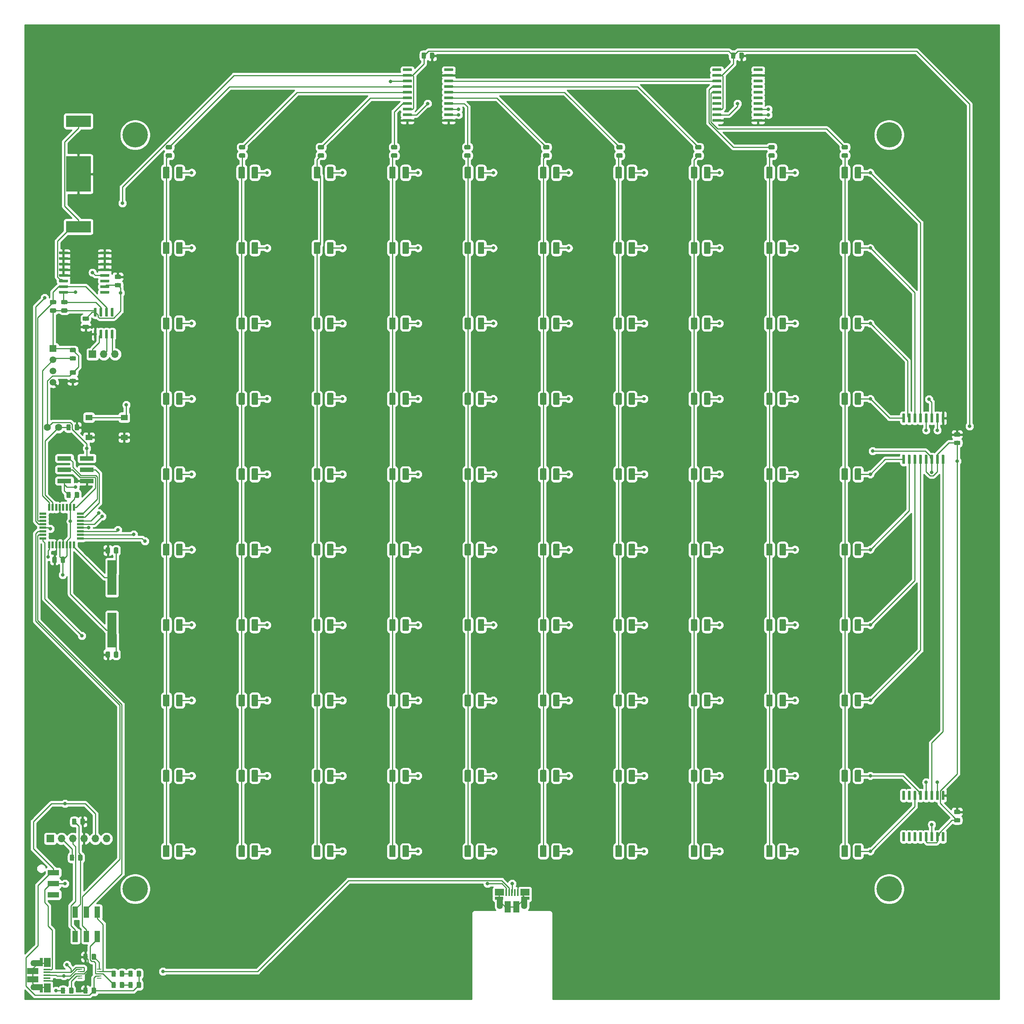
<source format=gtl>
G04 #@! TF.GenerationSoftware,KiCad,Pcbnew,5.1.4-3.fc31*
G04 #@! TF.CreationDate,2019-12-02T16:48:44+01:00*
G04 #@! TF.ProjectId,WordclockPCB,576f7264-636c-46f6-936b-5043422e6b69,rev?*
G04 #@! TF.SameCoordinates,Original*
G04 #@! TF.FileFunction,Copper,L1,Top*
G04 #@! TF.FilePolarity,Positive*
%FSLAX46Y46*%
G04 Gerber Fmt 4.6, Leading zero omitted, Abs format (unit mm)*
G04 Created by KiCad (PCBNEW 5.1.4-3.fc31) date 2019-12-02 16:48:44*
%MOMM*%
%LPD*%
G04 APERTURE LIST*
%ADD10C,5.700000*%
%ADD11R,0.550000X1.600000*%
%ADD12R,1.600000X0.550000*%
%ADD13R,1.200000X2.500000*%
%ADD14R,2.500000X1.430000*%
%ADD15O,1.700000X1.350000*%
%ADD16O,1.500000X1.100000*%
%ADD17R,1.650000X0.400000*%
%ADD18R,1.500000X2.000000*%
%ADD19R,0.700000X1.825000*%
%ADD20R,2.000000X1.350000*%
%ADD21C,0.100000*%
%ADD22C,0.975000*%
%ADD23R,5.560000X8.000000*%
%ADD24R,5.560000X2.600000*%
%ADD25C,1.425000*%
%ADD26R,1.350000X2.000000*%
%ADD27R,1.825000X0.700000*%
%ADD28R,2.000000X1.500000*%
%ADD29R,0.400000X1.650000*%
%ADD30O,1.100000X1.500000*%
%ADD31O,1.350000X1.700000*%
%ADD32R,1.430000X2.500000*%
%ADD33R,3.150000X1.000000*%
%ADD34R,1.700000X1.700000*%
%ADD35O,1.700000X1.700000*%
%ADD36C,1.600000*%
%ADD37R,2.500000X1.250000*%
%ADD38R,1.550000X1.300000*%
%ADD39C,0.600000*%
%ADD40R,1.500000X1.500000*%
%ADD41C,1.500000*%
%ADD42R,1.100000X0.250000*%
%ADD43R,2.000000X7.875000*%
%ADD44C,0.800000*%
%ADD45C,0.250000*%
%ADD46C,0.254000*%
G04 APERTURE END LIST*
D10*
X110500000Y-25500000D03*
X280500000Y-25500000D03*
X280500000Y-195500000D03*
X110500000Y-195500000D03*
D11*
X91100000Y-117925000D03*
X91900000Y-117925000D03*
X92700000Y-117925000D03*
X93500000Y-117925000D03*
X94300000Y-117925000D03*
X95100000Y-117925000D03*
X95900000Y-117925000D03*
X96700000Y-117925000D03*
D12*
X98150000Y-116475000D03*
X98150000Y-115675000D03*
X98150000Y-114875000D03*
X98150000Y-114075000D03*
X98150000Y-113275000D03*
X98150000Y-112475000D03*
X98150000Y-111675000D03*
X98150000Y-110875000D03*
D11*
X96700000Y-109425000D03*
X95900000Y-109425000D03*
X95100000Y-109425000D03*
X94300000Y-109425000D03*
X93500000Y-109425000D03*
X92700000Y-109425000D03*
X91900000Y-109425000D03*
X91100000Y-109425000D03*
D12*
X89650000Y-110875000D03*
X89650000Y-111675000D03*
X89650000Y-112475000D03*
X89650000Y-113275000D03*
X89650000Y-114075000D03*
X89650000Y-114875000D03*
X89650000Y-115675000D03*
X89650000Y-116475000D03*
D13*
X101988000Y-200714000D03*
X99488000Y-200714000D03*
X96988000Y-200714000D03*
X101988000Y-206214000D03*
X99488000Y-206214000D03*
X96988000Y-206214000D03*
D14*
X87435000Y-215910000D03*
X87435000Y-213990000D03*
D15*
X87705000Y-217680000D03*
X87705000Y-212220000D03*
D16*
X90705000Y-217370000D03*
X90705000Y-212530000D03*
D17*
X90585000Y-216250000D03*
X90585000Y-215600000D03*
X90585000Y-214950000D03*
X90585000Y-214300000D03*
X90585000Y-213650000D03*
D18*
X90705000Y-217850000D03*
X90685000Y-212100000D03*
D19*
X89385000Y-217950000D03*
X89385000Y-212000000D03*
D20*
X88635000Y-212220000D03*
X88635000Y-217700000D03*
D21*
G36*
X92595142Y-120596174D02*
G01*
X92618803Y-120599684D01*
X92642007Y-120605496D01*
X92664529Y-120613554D01*
X92686153Y-120623782D01*
X92706670Y-120636079D01*
X92725883Y-120650329D01*
X92743607Y-120666393D01*
X92759671Y-120684117D01*
X92773921Y-120703330D01*
X92786218Y-120723847D01*
X92796446Y-120745471D01*
X92804504Y-120767993D01*
X92810316Y-120791197D01*
X92813826Y-120814858D01*
X92815000Y-120838750D01*
X92815000Y-121751250D01*
X92813826Y-121775142D01*
X92810316Y-121798803D01*
X92804504Y-121822007D01*
X92796446Y-121844529D01*
X92786218Y-121866153D01*
X92773921Y-121886670D01*
X92759671Y-121905883D01*
X92743607Y-121923607D01*
X92725883Y-121939671D01*
X92706670Y-121953921D01*
X92686153Y-121966218D01*
X92664529Y-121976446D01*
X92642007Y-121984504D01*
X92618803Y-121990316D01*
X92595142Y-121993826D01*
X92571250Y-121995000D01*
X92083750Y-121995000D01*
X92059858Y-121993826D01*
X92036197Y-121990316D01*
X92012993Y-121984504D01*
X91990471Y-121976446D01*
X91968847Y-121966218D01*
X91948330Y-121953921D01*
X91929117Y-121939671D01*
X91911393Y-121923607D01*
X91895329Y-121905883D01*
X91881079Y-121886670D01*
X91868782Y-121866153D01*
X91858554Y-121844529D01*
X91850496Y-121822007D01*
X91844684Y-121798803D01*
X91841174Y-121775142D01*
X91840000Y-121751250D01*
X91840000Y-120838750D01*
X91841174Y-120814858D01*
X91844684Y-120791197D01*
X91850496Y-120767993D01*
X91858554Y-120745471D01*
X91868782Y-120723847D01*
X91881079Y-120703330D01*
X91895329Y-120684117D01*
X91911393Y-120666393D01*
X91929117Y-120650329D01*
X91948330Y-120636079D01*
X91968847Y-120623782D01*
X91990471Y-120613554D01*
X92012993Y-120605496D01*
X92036197Y-120599684D01*
X92059858Y-120596174D01*
X92083750Y-120595000D01*
X92571250Y-120595000D01*
X92595142Y-120596174D01*
X92595142Y-120596174D01*
G37*
D22*
X92327500Y-121295000D03*
D21*
G36*
X94470142Y-120596174D02*
G01*
X94493803Y-120599684D01*
X94517007Y-120605496D01*
X94539529Y-120613554D01*
X94561153Y-120623782D01*
X94581670Y-120636079D01*
X94600883Y-120650329D01*
X94618607Y-120666393D01*
X94634671Y-120684117D01*
X94648921Y-120703330D01*
X94661218Y-120723847D01*
X94671446Y-120745471D01*
X94679504Y-120767993D01*
X94685316Y-120791197D01*
X94688826Y-120814858D01*
X94690000Y-120838750D01*
X94690000Y-121751250D01*
X94688826Y-121775142D01*
X94685316Y-121798803D01*
X94679504Y-121822007D01*
X94671446Y-121844529D01*
X94661218Y-121866153D01*
X94648921Y-121886670D01*
X94634671Y-121905883D01*
X94618607Y-121923607D01*
X94600883Y-121939671D01*
X94581670Y-121953921D01*
X94561153Y-121966218D01*
X94539529Y-121976446D01*
X94517007Y-121984504D01*
X94493803Y-121990316D01*
X94470142Y-121993826D01*
X94446250Y-121995000D01*
X93958750Y-121995000D01*
X93934858Y-121993826D01*
X93911197Y-121990316D01*
X93887993Y-121984504D01*
X93865471Y-121976446D01*
X93843847Y-121966218D01*
X93823330Y-121953921D01*
X93804117Y-121939671D01*
X93786393Y-121923607D01*
X93770329Y-121905883D01*
X93756079Y-121886670D01*
X93743782Y-121866153D01*
X93733554Y-121844529D01*
X93725496Y-121822007D01*
X93719684Y-121798803D01*
X93716174Y-121775142D01*
X93715000Y-121751250D01*
X93715000Y-120838750D01*
X93716174Y-120814858D01*
X93719684Y-120791197D01*
X93725496Y-120767993D01*
X93733554Y-120745471D01*
X93743782Y-120723847D01*
X93756079Y-120703330D01*
X93770329Y-120684117D01*
X93786393Y-120666393D01*
X93804117Y-120650329D01*
X93823330Y-120636079D01*
X93843847Y-120623782D01*
X93865471Y-120613554D01*
X93887993Y-120605496D01*
X93911197Y-120599684D01*
X93934858Y-120596174D01*
X93958750Y-120595000D01*
X94446250Y-120595000D01*
X94470142Y-120596174D01*
X94470142Y-120596174D01*
G37*
D22*
X94202500Y-121295000D03*
D21*
G36*
X296310142Y-179531174D02*
G01*
X296333803Y-179534684D01*
X296357007Y-179540496D01*
X296379529Y-179548554D01*
X296401153Y-179558782D01*
X296421670Y-179571079D01*
X296440883Y-179585329D01*
X296458607Y-179601393D01*
X296474671Y-179619117D01*
X296488921Y-179638330D01*
X296501218Y-179658847D01*
X296511446Y-179680471D01*
X296519504Y-179702993D01*
X296525316Y-179726197D01*
X296528826Y-179749858D01*
X296530000Y-179773750D01*
X296530000Y-180261250D01*
X296528826Y-180285142D01*
X296525316Y-180308803D01*
X296519504Y-180332007D01*
X296511446Y-180354529D01*
X296501218Y-180376153D01*
X296488921Y-180396670D01*
X296474671Y-180415883D01*
X296458607Y-180433607D01*
X296440883Y-180449671D01*
X296421670Y-180463921D01*
X296401153Y-180476218D01*
X296379529Y-180486446D01*
X296357007Y-180494504D01*
X296333803Y-180500316D01*
X296310142Y-180503826D01*
X296286250Y-180505000D01*
X295373750Y-180505000D01*
X295349858Y-180503826D01*
X295326197Y-180500316D01*
X295302993Y-180494504D01*
X295280471Y-180486446D01*
X295258847Y-180476218D01*
X295238330Y-180463921D01*
X295219117Y-180449671D01*
X295201393Y-180433607D01*
X295185329Y-180415883D01*
X295171079Y-180396670D01*
X295158782Y-180376153D01*
X295148554Y-180354529D01*
X295140496Y-180332007D01*
X295134684Y-180308803D01*
X295131174Y-180285142D01*
X295130000Y-180261250D01*
X295130000Y-179773750D01*
X295131174Y-179749858D01*
X295134684Y-179726197D01*
X295140496Y-179702993D01*
X295148554Y-179680471D01*
X295158782Y-179658847D01*
X295171079Y-179638330D01*
X295185329Y-179619117D01*
X295201393Y-179601393D01*
X295219117Y-179585329D01*
X295238330Y-179571079D01*
X295258847Y-179558782D01*
X295280471Y-179548554D01*
X295302993Y-179540496D01*
X295326197Y-179534684D01*
X295349858Y-179531174D01*
X295373750Y-179530000D01*
X296286250Y-179530000D01*
X296310142Y-179531174D01*
X296310142Y-179531174D01*
G37*
D22*
X295830000Y-180017500D03*
D21*
G36*
X296310142Y-177656174D02*
G01*
X296333803Y-177659684D01*
X296357007Y-177665496D01*
X296379529Y-177673554D01*
X296401153Y-177683782D01*
X296421670Y-177696079D01*
X296440883Y-177710329D01*
X296458607Y-177726393D01*
X296474671Y-177744117D01*
X296488921Y-177763330D01*
X296501218Y-177783847D01*
X296511446Y-177805471D01*
X296519504Y-177827993D01*
X296525316Y-177851197D01*
X296528826Y-177874858D01*
X296530000Y-177898750D01*
X296530000Y-178386250D01*
X296528826Y-178410142D01*
X296525316Y-178433803D01*
X296519504Y-178457007D01*
X296511446Y-178479529D01*
X296501218Y-178501153D01*
X296488921Y-178521670D01*
X296474671Y-178540883D01*
X296458607Y-178558607D01*
X296440883Y-178574671D01*
X296421670Y-178588921D01*
X296401153Y-178601218D01*
X296379529Y-178611446D01*
X296357007Y-178619504D01*
X296333803Y-178625316D01*
X296310142Y-178628826D01*
X296286250Y-178630000D01*
X295373750Y-178630000D01*
X295349858Y-178628826D01*
X295326197Y-178625316D01*
X295302993Y-178619504D01*
X295280471Y-178611446D01*
X295258847Y-178601218D01*
X295238330Y-178588921D01*
X295219117Y-178574671D01*
X295201393Y-178558607D01*
X295185329Y-178540883D01*
X295171079Y-178521670D01*
X295158782Y-178501153D01*
X295148554Y-178479529D01*
X295140496Y-178457007D01*
X295134684Y-178433803D01*
X295131174Y-178410142D01*
X295130000Y-178386250D01*
X295130000Y-177898750D01*
X295131174Y-177874858D01*
X295134684Y-177851197D01*
X295140496Y-177827993D01*
X295148554Y-177805471D01*
X295158782Y-177783847D01*
X295171079Y-177763330D01*
X295185329Y-177744117D01*
X295201393Y-177726393D01*
X295219117Y-177710329D01*
X295238330Y-177696079D01*
X295258847Y-177683782D01*
X295280471Y-177673554D01*
X295302993Y-177665496D01*
X295326197Y-177659684D01*
X295349858Y-177656174D01*
X295373750Y-177655000D01*
X296286250Y-177655000D01*
X296310142Y-177656174D01*
X296310142Y-177656174D01*
G37*
D22*
X295830000Y-178142500D03*
D21*
G36*
X245630142Y-6931174D02*
G01*
X245653803Y-6934684D01*
X245677007Y-6940496D01*
X245699529Y-6948554D01*
X245721153Y-6958782D01*
X245741670Y-6971079D01*
X245760883Y-6985329D01*
X245778607Y-7001393D01*
X245794671Y-7019117D01*
X245808921Y-7038330D01*
X245821218Y-7058847D01*
X245831446Y-7080471D01*
X245839504Y-7102993D01*
X245845316Y-7126197D01*
X245848826Y-7149858D01*
X245850000Y-7173750D01*
X245850000Y-8086250D01*
X245848826Y-8110142D01*
X245845316Y-8133803D01*
X245839504Y-8157007D01*
X245831446Y-8179529D01*
X245821218Y-8201153D01*
X245808921Y-8221670D01*
X245794671Y-8240883D01*
X245778607Y-8258607D01*
X245760883Y-8274671D01*
X245741670Y-8288921D01*
X245721153Y-8301218D01*
X245699529Y-8311446D01*
X245677007Y-8319504D01*
X245653803Y-8325316D01*
X245630142Y-8328826D01*
X245606250Y-8330000D01*
X245118750Y-8330000D01*
X245094858Y-8328826D01*
X245071197Y-8325316D01*
X245047993Y-8319504D01*
X245025471Y-8311446D01*
X245003847Y-8301218D01*
X244983330Y-8288921D01*
X244964117Y-8274671D01*
X244946393Y-8258607D01*
X244930329Y-8240883D01*
X244916079Y-8221670D01*
X244903782Y-8201153D01*
X244893554Y-8179529D01*
X244885496Y-8157007D01*
X244879684Y-8133803D01*
X244876174Y-8110142D01*
X244875000Y-8086250D01*
X244875000Y-7173750D01*
X244876174Y-7149858D01*
X244879684Y-7126197D01*
X244885496Y-7102993D01*
X244893554Y-7080471D01*
X244903782Y-7058847D01*
X244916079Y-7038330D01*
X244930329Y-7019117D01*
X244946393Y-7001393D01*
X244964117Y-6985329D01*
X244983330Y-6971079D01*
X245003847Y-6958782D01*
X245025471Y-6948554D01*
X245047993Y-6940496D01*
X245071197Y-6934684D01*
X245094858Y-6931174D01*
X245118750Y-6930000D01*
X245606250Y-6930000D01*
X245630142Y-6931174D01*
X245630142Y-6931174D01*
G37*
D22*
X245362500Y-7630000D03*
D21*
G36*
X247505142Y-6931174D02*
G01*
X247528803Y-6934684D01*
X247552007Y-6940496D01*
X247574529Y-6948554D01*
X247596153Y-6958782D01*
X247616670Y-6971079D01*
X247635883Y-6985329D01*
X247653607Y-7001393D01*
X247669671Y-7019117D01*
X247683921Y-7038330D01*
X247696218Y-7058847D01*
X247706446Y-7080471D01*
X247714504Y-7102993D01*
X247720316Y-7126197D01*
X247723826Y-7149858D01*
X247725000Y-7173750D01*
X247725000Y-8086250D01*
X247723826Y-8110142D01*
X247720316Y-8133803D01*
X247714504Y-8157007D01*
X247706446Y-8179529D01*
X247696218Y-8201153D01*
X247683921Y-8221670D01*
X247669671Y-8240883D01*
X247653607Y-8258607D01*
X247635883Y-8274671D01*
X247616670Y-8288921D01*
X247596153Y-8301218D01*
X247574529Y-8311446D01*
X247552007Y-8319504D01*
X247528803Y-8325316D01*
X247505142Y-8328826D01*
X247481250Y-8330000D01*
X246993750Y-8330000D01*
X246969858Y-8328826D01*
X246946197Y-8325316D01*
X246922993Y-8319504D01*
X246900471Y-8311446D01*
X246878847Y-8301218D01*
X246858330Y-8288921D01*
X246839117Y-8274671D01*
X246821393Y-8258607D01*
X246805329Y-8240883D01*
X246791079Y-8221670D01*
X246778782Y-8201153D01*
X246768554Y-8179529D01*
X246760496Y-8157007D01*
X246754684Y-8133803D01*
X246751174Y-8110142D01*
X246750000Y-8086250D01*
X246750000Y-7173750D01*
X246751174Y-7149858D01*
X246754684Y-7126197D01*
X246760496Y-7102993D01*
X246768554Y-7080471D01*
X246778782Y-7058847D01*
X246791079Y-7038330D01*
X246805329Y-7019117D01*
X246821393Y-7001393D01*
X246839117Y-6985329D01*
X246858330Y-6971079D01*
X246878847Y-6958782D01*
X246900471Y-6948554D01*
X246922993Y-6940496D01*
X246946197Y-6934684D01*
X246969858Y-6931174D01*
X246993750Y-6930000D01*
X247481250Y-6930000D01*
X247505142Y-6931174D01*
X247505142Y-6931174D01*
G37*
D22*
X247237500Y-7630000D03*
D21*
G36*
X175860142Y-6931174D02*
G01*
X175883803Y-6934684D01*
X175907007Y-6940496D01*
X175929529Y-6948554D01*
X175951153Y-6958782D01*
X175971670Y-6971079D01*
X175990883Y-6985329D01*
X176008607Y-7001393D01*
X176024671Y-7019117D01*
X176038921Y-7038330D01*
X176051218Y-7058847D01*
X176061446Y-7080471D01*
X176069504Y-7102993D01*
X176075316Y-7126197D01*
X176078826Y-7149858D01*
X176080000Y-7173750D01*
X176080000Y-8086250D01*
X176078826Y-8110142D01*
X176075316Y-8133803D01*
X176069504Y-8157007D01*
X176061446Y-8179529D01*
X176051218Y-8201153D01*
X176038921Y-8221670D01*
X176024671Y-8240883D01*
X176008607Y-8258607D01*
X175990883Y-8274671D01*
X175971670Y-8288921D01*
X175951153Y-8301218D01*
X175929529Y-8311446D01*
X175907007Y-8319504D01*
X175883803Y-8325316D01*
X175860142Y-8328826D01*
X175836250Y-8330000D01*
X175348750Y-8330000D01*
X175324858Y-8328826D01*
X175301197Y-8325316D01*
X175277993Y-8319504D01*
X175255471Y-8311446D01*
X175233847Y-8301218D01*
X175213330Y-8288921D01*
X175194117Y-8274671D01*
X175176393Y-8258607D01*
X175160329Y-8240883D01*
X175146079Y-8221670D01*
X175133782Y-8201153D01*
X175123554Y-8179529D01*
X175115496Y-8157007D01*
X175109684Y-8133803D01*
X175106174Y-8110142D01*
X175105000Y-8086250D01*
X175105000Y-7173750D01*
X175106174Y-7149858D01*
X175109684Y-7126197D01*
X175115496Y-7102993D01*
X175123554Y-7080471D01*
X175133782Y-7058847D01*
X175146079Y-7038330D01*
X175160329Y-7019117D01*
X175176393Y-7001393D01*
X175194117Y-6985329D01*
X175213330Y-6971079D01*
X175233847Y-6958782D01*
X175255471Y-6948554D01*
X175277993Y-6940496D01*
X175301197Y-6934684D01*
X175324858Y-6931174D01*
X175348750Y-6930000D01*
X175836250Y-6930000D01*
X175860142Y-6931174D01*
X175860142Y-6931174D01*
G37*
D22*
X175592500Y-7630000D03*
D21*
G36*
X177735142Y-6931174D02*
G01*
X177758803Y-6934684D01*
X177782007Y-6940496D01*
X177804529Y-6948554D01*
X177826153Y-6958782D01*
X177846670Y-6971079D01*
X177865883Y-6985329D01*
X177883607Y-7001393D01*
X177899671Y-7019117D01*
X177913921Y-7038330D01*
X177926218Y-7058847D01*
X177936446Y-7080471D01*
X177944504Y-7102993D01*
X177950316Y-7126197D01*
X177953826Y-7149858D01*
X177955000Y-7173750D01*
X177955000Y-8086250D01*
X177953826Y-8110142D01*
X177950316Y-8133803D01*
X177944504Y-8157007D01*
X177936446Y-8179529D01*
X177926218Y-8201153D01*
X177913921Y-8221670D01*
X177899671Y-8240883D01*
X177883607Y-8258607D01*
X177865883Y-8274671D01*
X177846670Y-8288921D01*
X177826153Y-8301218D01*
X177804529Y-8311446D01*
X177782007Y-8319504D01*
X177758803Y-8325316D01*
X177735142Y-8328826D01*
X177711250Y-8330000D01*
X177223750Y-8330000D01*
X177199858Y-8328826D01*
X177176197Y-8325316D01*
X177152993Y-8319504D01*
X177130471Y-8311446D01*
X177108847Y-8301218D01*
X177088330Y-8288921D01*
X177069117Y-8274671D01*
X177051393Y-8258607D01*
X177035329Y-8240883D01*
X177021079Y-8221670D01*
X177008782Y-8201153D01*
X176998554Y-8179529D01*
X176990496Y-8157007D01*
X176984684Y-8133803D01*
X176981174Y-8110142D01*
X176980000Y-8086250D01*
X176980000Y-7173750D01*
X176981174Y-7149858D01*
X176984684Y-7126197D01*
X176990496Y-7102993D01*
X176998554Y-7080471D01*
X177008782Y-7058847D01*
X177021079Y-7038330D01*
X177035329Y-7019117D01*
X177051393Y-7001393D01*
X177069117Y-6985329D01*
X177088330Y-6971079D01*
X177108847Y-6958782D01*
X177130471Y-6948554D01*
X177152993Y-6940496D01*
X177176197Y-6934684D01*
X177199858Y-6931174D01*
X177223750Y-6930000D01*
X177711250Y-6930000D01*
X177735142Y-6931174D01*
X177735142Y-6931174D01*
G37*
D22*
X177467500Y-7630000D03*
D21*
G36*
X296310142Y-94441174D02*
G01*
X296333803Y-94444684D01*
X296357007Y-94450496D01*
X296379529Y-94458554D01*
X296401153Y-94468782D01*
X296421670Y-94481079D01*
X296440883Y-94495329D01*
X296458607Y-94511393D01*
X296474671Y-94529117D01*
X296488921Y-94548330D01*
X296501218Y-94568847D01*
X296511446Y-94590471D01*
X296519504Y-94612993D01*
X296525316Y-94636197D01*
X296528826Y-94659858D01*
X296530000Y-94683750D01*
X296530000Y-95171250D01*
X296528826Y-95195142D01*
X296525316Y-95218803D01*
X296519504Y-95242007D01*
X296511446Y-95264529D01*
X296501218Y-95286153D01*
X296488921Y-95306670D01*
X296474671Y-95325883D01*
X296458607Y-95343607D01*
X296440883Y-95359671D01*
X296421670Y-95373921D01*
X296401153Y-95386218D01*
X296379529Y-95396446D01*
X296357007Y-95404504D01*
X296333803Y-95410316D01*
X296310142Y-95413826D01*
X296286250Y-95415000D01*
X295373750Y-95415000D01*
X295349858Y-95413826D01*
X295326197Y-95410316D01*
X295302993Y-95404504D01*
X295280471Y-95396446D01*
X295258847Y-95386218D01*
X295238330Y-95373921D01*
X295219117Y-95359671D01*
X295201393Y-95343607D01*
X295185329Y-95325883D01*
X295171079Y-95306670D01*
X295158782Y-95286153D01*
X295148554Y-95264529D01*
X295140496Y-95242007D01*
X295134684Y-95218803D01*
X295131174Y-95195142D01*
X295130000Y-95171250D01*
X295130000Y-94683750D01*
X295131174Y-94659858D01*
X295134684Y-94636197D01*
X295140496Y-94612993D01*
X295148554Y-94590471D01*
X295158782Y-94568847D01*
X295171079Y-94548330D01*
X295185329Y-94529117D01*
X295201393Y-94511393D01*
X295219117Y-94495329D01*
X295238330Y-94481079D01*
X295258847Y-94468782D01*
X295280471Y-94458554D01*
X295302993Y-94450496D01*
X295326197Y-94444684D01*
X295349858Y-94441174D01*
X295373750Y-94440000D01*
X296286250Y-94440000D01*
X296310142Y-94441174D01*
X296310142Y-94441174D01*
G37*
D22*
X295830000Y-94927500D03*
D21*
G36*
X296310142Y-92566174D02*
G01*
X296333803Y-92569684D01*
X296357007Y-92575496D01*
X296379529Y-92583554D01*
X296401153Y-92593782D01*
X296421670Y-92606079D01*
X296440883Y-92620329D01*
X296458607Y-92636393D01*
X296474671Y-92654117D01*
X296488921Y-92673330D01*
X296501218Y-92693847D01*
X296511446Y-92715471D01*
X296519504Y-92737993D01*
X296525316Y-92761197D01*
X296528826Y-92784858D01*
X296530000Y-92808750D01*
X296530000Y-93296250D01*
X296528826Y-93320142D01*
X296525316Y-93343803D01*
X296519504Y-93367007D01*
X296511446Y-93389529D01*
X296501218Y-93411153D01*
X296488921Y-93431670D01*
X296474671Y-93450883D01*
X296458607Y-93468607D01*
X296440883Y-93484671D01*
X296421670Y-93498921D01*
X296401153Y-93511218D01*
X296379529Y-93521446D01*
X296357007Y-93529504D01*
X296333803Y-93535316D01*
X296310142Y-93538826D01*
X296286250Y-93540000D01*
X295373750Y-93540000D01*
X295349858Y-93538826D01*
X295326197Y-93535316D01*
X295302993Y-93529504D01*
X295280471Y-93521446D01*
X295258847Y-93511218D01*
X295238330Y-93498921D01*
X295219117Y-93484671D01*
X295201393Y-93468607D01*
X295185329Y-93450883D01*
X295171079Y-93431670D01*
X295158782Y-93411153D01*
X295148554Y-93389529D01*
X295140496Y-93367007D01*
X295134684Y-93343803D01*
X295131174Y-93320142D01*
X295130000Y-93296250D01*
X295130000Y-92808750D01*
X295131174Y-92784858D01*
X295134684Y-92761197D01*
X295140496Y-92737993D01*
X295148554Y-92715471D01*
X295158782Y-92693847D01*
X295171079Y-92673330D01*
X295185329Y-92654117D01*
X295201393Y-92636393D01*
X295219117Y-92620329D01*
X295238330Y-92606079D01*
X295258847Y-92593782D01*
X295280471Y-92583554D01*
X295302993Y-92575496D01*
X295326197Y-92569684D01*
X295349858Y-92566174D01*
X295373750Y-92565000D01*
X296286250Y-92565000D01*
X296310142Y-92566174D01*
X296310142Y-92566174D01*
G37*
D22*
X295830000Y-93052500D03*
D21*
G36*
X96920142Y-80471174D02*
G01*
X96943803Y-80474684D01*
X96967007Y-80480496D01*
X96989529Y-80488554D01*
X97011153Y-80498782D01*
X97031670Y-80511079D01*
X97050883Y-80525329D01*
X97068607Y-80541393D01*
X97084671Y-80559117D01*
X97098921Y-80578330D01*
X97111218Y-80598847D01*
X97121446Y-80620471D01*
X97129504Y-80642993D01*
X97135316Y-80666197D01*
X97138826Y-80689858D01*
X97140000Y-80713750D01*
X97140000Y-81201250D01*
X97138826Y-81225142D01*
X97135316Y-81248803D01*
X97129504Y-81272007D01*
X97121446Y-81294529D01*
X97111218Y-81316153D01*
X97098921Y-81336670D01*
X97084671Y-81355883D01*
X97068607Y-81373607D01*
X97050883Y-81389671D01*
X97031670Y-81403921D01*
X97011153Y-81416218D01*
X96989529Y-81426446D01*
X96967007Y-81434504D01*
X96943803Y-81440316D01*
X96920142Y-81443826D01*
X96896250Y-81445000D01*
X95983750Y-81445000D01*
X95959858Y-81443826D01*
X95936197Y-81440316D01*
X95912993Y-81434504D01*
X95890471Y-81426446D01*
X95868847Y-81416218D01*
X95848330Y-81403921D01*
X95829117Y-81389671D01*
X95811393Y-81373607D01*
X95795329Y-81355883D01*
X95781079Y-81336670D01*
X95768782Y-81316153D01*
X95758554Y-81294529D01*
X95750496Y-81272007D01*
X95744684Y-81248803D01*
X95741174Y-81225142D01*
X95740000Y-81201250D01*
X95740000Y-80713750D01*
X95741174Y-80689858D01*
X95744684Y-80666197D01*
X95750496Y-80642993D01*
X95758554Y-80620471D01*
X95768782Y-80598847D01*
X95781079Y-80578330D01*
X95795329Y-80559117D01*
X95811393Y-80541393D01*
X95829117Y-80525329D01*
X95848330Y-80511079D01*
X95868847Y-80498782D01*
X95890471Y-80488554D01*
X95912993Y-80480496D01*
X95936197Y-80474684D01*
X95959858Y-80471174D01*
X95983750Y-80470000D01*
X96896250Y-80470000D01*
X96920142Y-80471174D01*
X96920142Y-80471174D01*
G37*
D22*
X96440000Y-80957500D03*
D21*
G36*
X96920142Y-78596174D02*
G01*
X96943803Y-78599684D01*
X96967007Y-78605496D01*
X96989529Y-78613554D01*
X97011153Y-78623782D01*
X97031670Y-78636079D01*
X97050883Y-78650329D01*
X97068607Y-78666393D01*
X97084671Y-78684117D01*
X97098921Y-78703330D01*
X97111218Y-78723847D01*
X97121446Y-78745471D01*
X97129504Y-78767993D01*
X97135316Y-78791197D01*
X97138826Y-78814858D01*
X97140000Y-78838750D01*
X97140000Y-79326250D01*
X97138826Y-79350142D01*
X97135316Y-79373803D01*
X97129504Y-79397007D01*
X97121446Y-79419529D01*
X97111218Y-79441153D01*
X97098921Y-79461670D01*
X97084671Y-79480883D01*
X97068607Y-79498607D01*
X97050883Y-79514671D01*
X97031670Y-79528921D01*
X97011153Y-79541218D01*
X96989529Y-79551446D01*
X96967007Y-79559504D01*
X96943803Y-79565316D01*
X96920142Y-79568826D01*
X96896250Y-79570000D01*
X95983750Y-79570000D01*
X95959858Y-79568826D01*
X95936197Y-79565316D01*
X95912993Y-79559504D01*
X95890471Y-79551446D01*
X95868847Y-79541218D01*
X95848330Y-79528921D01*
X95829117Y-79514671D01*
X95811393Y-79498607D01*
X95795329Y-79480883D01*
X95781079Y-79461670D01*
X95768782Y-79441153D01*
X95758554Y-79419529D01*
X95750496Y-79397007D01*
X95744684Y-79373803D01*
X95741174Y-79350142D01*
X95740000Y-79326250D01*
X95740000Y-78838750D01*
X95741174Y-78814858D01*
X95744684Y-78791197D01*
X95750496Y-78767993D01*
X95758554Y-78745471D01*
X95768782Y-78723847D01*
X95781079Y-78703330D01*
X95795329Y-78684117D01*
X95811393Y-78666393D01*
X95829117Y-78650329D01*
X95848330Y-78636079D01*
X95868847Y-78623782D01*
X95890471Y-78613554D01*
X95912993Y-78605496D01*
X95936197Y-78599684D01*
X95959858Y-78596174D01*
X95983750Y-78595000D01*
X96896250Y-78595000D01*
X96920142Y-78596174D01*
X96920142Y-78596174D01*
G37*
D22*
X96440000Y-79082500D03*
D21*
G36*
X107080142Y-57006174D02*
G01*
X107103803Y-57009684D01*
X107127007Y-57015496D01*
X107149529Y-57023554D01*
X107171153Y-57033782D01*
X107191670Y-57046079D01*
X107210883Y-57060329D01*
X107228607Y-57076393D01*
X107244671Y-57094117D01*
X107258921Y-57113330D01*
X107271218Y-57133847D01*
X107281446Y-57155471D01*
X107289504Y-57177993D01*
X107295316Y-57201197D01*
X107298826Y-57224858D01*
X107300000Y-57248750D01*
X107300000Y-57736250D01*
X107298826Y-57760142D01*
X107295316Y-57783803D01*
X107289504Y-57807007D01*
X107281446Y-57829529D01*
X107271218Y-57851153D01*
X107258921Y-57871670D01*
X107244671Y-57890883D01*
X107228607Y-57908607D01*
X107210883Y-57924671D01*
X107191670Y-57938921D01*
X107171153Y-57951218D01*
X107149529Y-57961446D01*
X107127007Y-57969504D01*
X107103803Y-57975316D01*
X107080142Y-57978826D01*
X107056250Y-57980000D01*
X106143750Y-57980000D01*
X106119858Y-57978826D01*
X106096197Y-57975316D01*
X106072993Y-57969504D01*
X106050471Y-57961446D01*
X106028847Y-57951218D01*
X106008330Y-57938921D01*
X105989117Y-57924671D01*
X105971393Y-57908607D01*
X105955329Y-57890883D01*
X105941079Y-57871670D01*
X105928782Y-57851153D01*
X105918554Y-57829529D01*
X105910496Y-57807007D01*
X105904684Y-57783803D01*
X105901174Y-57760142D01*
X105900000Y-57736250D01*
X105900000Y-57248750D01*
X105901174Y-57224858D01*
X105904684Y-57201197D01*
X105910496Y-57177993D01*
X105918554Y-57155471D01*
X105928782Y-57133847D01*
X105941079Y-57113330D01*
X105955329Y-57094117D01*
X105971393Y-57076393D01*
X105989117Y-57060329D01*
X106008330Y-57046079D01*
X106028847Y-57033782D01*
X106050471Y-57023554D01*
X106072993Y-57015496D01*
X106096197Y-57009684D01*
X106119858Y-57006174D01*
X106143750Y-57005000D01*
X107056250Y-57005000D01*
X107080142Y-57006174D01*
X107080142Y-57006174D01*
G37*
D22*
X106600000Y-57492500D03*
D21*
G36*
X107080142Y-58881174D02*
G01*
X107103803Y-58884684D01*
X107127007Y-58890496D01*
X107149529Y-58898554D01*
X107171153Y-58908782D01*
X107191670Y-58921079D01*
X107210883Y-58935329D01*
X107228607Y-58951393D01*
X107244671Y-58969117D01*
X107258921Y-58988330D01*
X107271218Y-59008847D01*
X107281446Y-59030471D01*
X107289504Y-59052993D01*
X107295316Y-59076197D01*
X107298826Y-59099858D01*
X107300000Y-59123750D01*
X107300000Y-59611250D01*
X107298826Y-59635142D01*
X107295316Y-59658803D01*
X107289504Y-59682007D01*
X107281446Y-59704529D01*
X107271218Y-59726153D01*
X107258921Y-59746670D01*
X107244671Y-59765883D01*
X107228607Y-59783607D01*
X107210883Y-59799671D01*
X107191670Y-59813921D01*
X107171153Y-59826218D01*
X107149529Y-59836446D01*
X107127007Y-59844504D01*
X107103803Y-59850316D01*
X107080142Y-59853826D01*
X107056250Y-59855000D01*
X106143750Y-59855000D01*
X106119858Y-59853826D01*
X106096197Y-59850316D01*
X106072993Y-59844504D01*
X106050471Y-59836446D01*
X106028847Y-59826218D01*
X106008330Y-59813921D01*
X105989117Y-59799671D01*
X105971393Y-59783607D01*
X105955329Y-59765883D01*
X105941079Y-59746670D01*
X105928782Y-59726153D01*
X105918554Y-59704529D01*
X105910496Y-59682007D01*
X105904684Y-59658803D01*
X105901174Y-59635142D01*
X105900000Y-59611250D01*
X105900000Y-59123750D01*
X105901174Y-59099858D01*
X105904684Y-59076197D01*
X105910496Y-59052993D01*
X105918554Y-59030471D01*
X105928782Y-59008847D01*
X105941079Y-58988330D01*
X105955329Y-58969117D01*
X105971393Y-58951393D01*
X105989117Y-58935329D01*
X106008330Y-58921079D01*
X106028847Y-58908782D01*
X106050471Y-58898554D01*
X106072993Y-58890496D01*
X106096197Y-58884684D01*
X106119858Y-58881174D01*
X106143750Y-58880000D01*
X107056250Y-58880000D01*
X107080142Y-58881174D01*
X107080142Y-58881174D01*
G37*
D22*
X106600000Y-59367500D03*
D21*
G36*
X99850142Y-66436174D02*
G01*
X99873803Y-66439684D01*
X99897007Y-66445496D01*
X99919529Y-66453554D01*
X99941153Y-66463782D01*
X99961670Y-66476079D01*
X99980883Y-66490329D01*
X99998607Y-66506393D01*
X100014671Y-66524117D01*
X100028921Y-66543330D01*
X100041218Y-66563847D01*
X100051446Y-66585471D01*
X100059504Y-66607993D01*
X100065316Y-66631197D01*
X100068826Y-66654858D01*
X100070000Y-66678750D01*
X100070000Y-67166250D01*
X100068826Y-67190142D01*
X100065316Y-67213803D01*
X100059504Y-67237007D01*
X100051446Y-67259529D01*
X100041218Y-67281153D01*
X100028921Y-67301670D01*
X100014671Y-67320883D01*
X99998607Y-67338607D01*
X99980883Y-67354671D01*
X99961670Y-67368921D01*
X99941153Y-67381218D01*
X99919529Y-67391446D01*
X99897007Y-67399504D01*
X99873803Y-67405316D01*
X99850142Y-67408826D01*
X99826250Y-67410000D01*
X98913750Y-67410000D01*
X98889858Y-67408826D01*
X98866197Y-67405316D01*
X98842993Y-67399504D01*
X98820471Y-67391446D01*
X98798847Y-67381218D01*
X98778330Y-67368921D01*
X98759117Y-67354671D01*
X98741393Y-67338607D01*
X98725329Y-67320883D01*
X98711079Y-67301670D01*
X98698782Y-67281153D01*
X98688554Y-67259529D01*
X98680496Y-67237007D01*
X98674684Y-67213803D01*
X98671174Y-67190142D01*
X98670000Y-67166250D01*
X98670000Y-66678750D01*
X98671174Y-66654858D01*
X98674684Y-66631197D01*
X98680496Y-66607993D01*
X98688554Y-66585471D01*
X98698782Y-66563847D01*
X98711079Y-66543330D01*
X98725329Y-66524117D01*
X98741393Y-66506393D01*
X98759117Y-66490329D01*
X98778330Y-66476079D01*
X98798847Y-66463782D01*
X98820471Y-66453554D01*
X98842993Y-66445496D01*
X98866197Y-66439684D01*
X98889858Y-66436174D01*
X98913750Y-66435000D01*
X99826250Y-66435000D01*
X99850142Y-66436174D01*
X99850142Y-66436174D01*
G37*
D22*
X99370000Y-66922500D03*
D21*
G36*
X99850142Y-68311174D02*
G01*
X99873803Y-68314684D01*
X99897007Y-68320496D01*
X99919529Y-68328554D01*
X99941153Y-68338782D01*
X99961670Y-68351079D01*
X99980883Y-68365329D01*
X99998607Y-68381393D01*
X100014671Y-68399117D01*
X100028921Y-68418330D01*
X100041218Y-68438847D01*
X100051446Y-68460471D01*
X100059504Y-68482993D01*
X100065316Y-68506197D01*
X100068826Y-68529858D01*
X100070000Y-68553750D01*
X100070000Y-69041250D01*
X100068826Y-69065142D01*
X100065316Y-69088803D01*
X100059504Y-69112007D01*
X100051446Y-69134529D01*
X100041218Y-69156153D01*
X100028921Y-69176670D01*
X100014671Y-69195883D01*
X99998607Y-69213607D01*
X99980883Y-69229671D01*
X99961670Y-69243921D01*
X99941153Y-69256218D01*
X99919529Y-69266446D01*
X99897007Y-69274504D01*
X99873803Y-69280316D01*
X99850142Y-69283826D01*
X99826250Y-69285000D01*
X98913750Y-69285000D01*
X98889858Y-69283826D01*
X98866197Y-69280316D01*
X98842993Y-69274504D01*
X98820471Y-69266446D01*
X98798847Y-69256218D01*
X98778330Y-69243921D01*
X98759117Y-69229671D01*
X98741393Y-69213607D01*
X98725329Y-69195883D01*
X98711079Y-69176670D01*
X98698782Y-69156153D01*
X98688554Y-69134529D01*
X98680496Y-69112007D01*
X98674684Y-69088803D01*
X98671174Y-69065142D01*
X98670000Y-69041250D01*
X98670000Y-68553750D01*
X98671174Y-68529858D01*
X98674684Y-68506197D01*
X98680496Y-68482993D01*
X98688554Y-68460471D01*
X98698782Y-68438847D01*
X98711079Y-68418330D01*
X98725329Y-68399117D01*
X98741393Y-68381393D01*
X98759117Y-68365329D01*
X98778330Y-68351079D01*
X98798847Y-68338782D01*
X98820471Y-68328554D01*
X98842993Y-68320496D01*
X98866197Y-68314684D01*
X98889858Y-68311174D01*
X98913750Y-68310000D01*
X99826250Y-68310000D01*
X99850142Y-68311174D01*
X99850142Y-68311174D01*
G37*
D22*
X99370000Y-68797500D03*
D23*
X97710000Y-34300000D03*
D24*
X97710000Y-46205000D03*
X97710000Y-22395000D03*
D21*
G36*
X96375142Y-217751174D02*
G01*
X96398803Y-217754684D01*
X96422007Y-217760496D01*
X96444529Y-217768554D01*
X96466153Y-217778782D01*
X96486670Y-217791079D01*
X96505883Y-217805329D01*
X96523607Y-217821393D01*
X96539671Y-217839117D01*
X96553921Y-217858330D01*
X96566218Y-217878847D01*
X96576446Y-217900471D01*
X96584504Y-217922993D01*
X96590316Y-217946197D01*
X96593826Y-217969858D01*
X96595000Y-217993750D01*
X96595000Y-218906250D01*
X96593826Y-218930142D01*
X96590316Y-218953803D01*
X96584504Y-218977007D01*
X96576446Y-218999529D01*
X96566218Y-219021153D01*
X96553921Y-219041670D01*
X96539671Y-219060883D01*
X96523607Y-219078607D01*
X96505883Y-219094671D01*
X96486670Y-219108921D01*
X96466153Y-219121218D01*
X96444529Y-219131446D01*
X96422007Y-219139504D01*
X96398803Y-219145316D01*
X96375142Y-219148826D01*
X96351250Y-219150000D01*
X95863750Y-219150000D01*
X95839858Y-219148826D01*
X95816197Y-219145316D01*
X95792993Y-219139504D01*
X95770471Y-219131446D01*
X95748847Y-219121218D01*
X95728330Y-219108921D01*
X95709117Y-219094671D01*
X95691393Y-219078607D01*
X95675329Y-219060883D01*
X95661079Y-219041670D01*
X95648782Y-219021153D01*
X95638554Y-218999529D01*
X95630496Y-218977007D01*
X95624684Y-218953803D01*
X95621174Y-218930142D01*
X95620000Y-218906250D01*
X95620000Y-217993750D01*
X95621174Y-217969858D01*
X95624684Y-217946197D01*
X95630496Y-217922993D01*
X95638554Y-217900471D01*
X95648782Y-217878847D01*
X95661079Y-217858330D01*
X95675329Y-217839117D01*
X95691393Y-217821393D01*
X95709117Y-217805329D01*
X95728330Y-217791079D01*
X95748847Y-217778782D01*
X95770471Y-217768554D01*
X95792993Y-217760496D01*
X95816197Y-217754684D01*
X95839858Y-217751174D01*
X95863750Y-217750000D01*
X96351250Y-217750000D01*
X96375142Y-217751174D01*
X96375142Y-217751174D01*
G37*
D22*
X96107500Y-218450000D03*
D21*
G36*
X94500142Y-217751174D02*
G01*
X94523803Y-217754684D01*
X94547007Y-217760496D01*
X94569529Y-217768554D01*
X94591153Y-217778782D01*
X94611670Y-217791079D01*
X94630883Y-217805329D01*
X94648607Y-217821393D01*
X94664671Y-217839117D01*
X94678921Y-217858330D01*
X94691218Y-217878847D01*
X94701446Y-217900471D01*
X94709504Y-217922993D01*
X94715316Y-217946197D01*
X94718826Y-217969858D01*
X94720000Y-217993750D01*
X94720000Y-218906250D01*
X94718826Y-218930142D01*
X94715316Y-218953803D01*
X94709504Y-218977007D01*
X94701446Y-218999529D01*
X94691218Y-219021153D01*
X94678921Y-219041670D01*
X94664671Y-219060883D01*
X94648607Y-219078607D01*
X94630883Y-219094671D01*
X94611670Y-219108921D01*
X94591153Y-219121218D01*
X94569529Y-219131446D01*
X94547007Y-219139504D01*
X94523803Y-219145316D01*
X94500142Y-219148826D01*
X94476250Y-219150000D01*
X93988750Y-219150000D01*
X93964858Y-219148826D01*
X93941197Y-219145316D01*
X93917993Y-219139504D01*
X93895471Y-219131446D01*
X93873847Y-219121218D01*
X93853330Y-219108921D01*
X93834117Y-219094671D01*
X93816393Y-219078607D01*
X93800329Y-219060883D01*
X93786079Y-219041670D01*
X93773782Y-219021153D01*
X93763554Y-218999529D01*
X93755496Y-218977007D01*
X93749684Y-218953803D01*
X93746174Y-218930142D01*
X93745000Y-218906250D01*
X93745000Y-217993750D01*
X93746174Y-217969858D01*
X93749684Y-217946197D01*
X93755496Y-217922993D01*
X93763554Y-217900471D01*
X93773782Y-217878847D01*
X93786079Y-217858330D01*
X93800329Y-217839117D01*
X93816393Y-217821393D01*
X93834117Y-217805329D01*
X93853330Y-217791079D01*
X93873847Y-217778782D01*
X93895471Y-217768554D01*
X93917993Y-217760496D01*
X93941197Y-217754684D01*
X93964858Y-217751174D01*
X93988750Y-217750000D01*
X94476250Y-217750000D01*
X94500142Y-217751174D01*
X94500142Y-217751174D01*
G37*
D22*
X94232500Y-218450000D03*
D21*
G36*
X106480142Y-141976174D02*
G01*
X106503803Y-141979684D01*
X106527007Y-141985496D01*
X106549529Y-141993554D01*
X106571153Y-142003782D01*
X106591670Y-142016079D01*
X106610883Y-142030329D01*
X106628607Y-142046393D01*
X106644671Y-142064117D01*
X106658921Y-142083330D01*
X106671218Y-142103847D01*
X106681446Y-142125471D01*
X106689504Y-142147993D01*
X106695316Y-142171197D01*
X106698826Y-142194858D01*
X106700000Y-142218750D01*
X106700000Y-143131250D01*
X106698826Y-143155142D01*
X106695316Y-143178803D01*
X106689504Y-143202007D01*
X106681446Y-143224529D01*
X106671218Y-143246153D01*
X106658921Y-143266670D01*
X106644671Y-143285883D01*
X106628607Y-143303607D01*
X106610883Y-143319671D01*
X106591670Y-143333921D01*
X106571153Y-143346218D01*
X106549529Y-143356446D01*
X106527007Y-143364504D01*
X106503803Y-143370316D01*
X106480142Y-143373826D01*
X106456250Y-143375000D01*
X105968750Y-143375000D01*
X105944858Y-143373826D01*
X105921197Y-143370316D01*
X105897993Y-143364504D01*
X105875471Y-143356446D01*
X105853847Y-143346218D01*
X105833330Y-143333921D01*
X105814117Y-143319671D01*
X105796393Y-143303607D01*
X105780329Y-143285883D01*
X105766079Y-143266670D01*
X105753782Y-143246153D01*
X105743554Y-143224529D01*
X105735496Y-143202007D01*
X105729684Y-143178803D01*
X105726174Y-143155142D01*
X105725000Y-143131250D01*
X105725000Y-142218750D01*
X105726174Y-142194858D01*
X105729684Y-142171197D01*
X105735496Y-142147993D01*
X105743554Y-142125471D01*
X105753782Y-142103847D01*
X105766079Y-142083330D01*
X105780329Y-142064117D01*
X105796393Y-142046393D01*
X105814117Y-142030329D01*
X105833330Y-142016079D01*
X105853847Y-142003782D01*
X105875471Y-141993554D01*
X105897993Y-141985496D01*
X105921197Y-141979684D01*
X105944858Y-141976174D01*
X105968750Y-141975000D01*
X106456250Y-141975000D01*
X106480142Y-141976174D01*
X106480142Y-141976174D01*
G37*
D22*
X106212500Y-142675000D03*
D21*
G36*
X104605142Y-141976174D02*
G01*
X104628803Y-141979684D01*
X104652007Y-141985496D01*
X104674529Y-141993554D01*
X104696153Y-142003782D01*
X104716670Y-142016079D01*
X104735883Y-142030329D01*
X104753607Y-142046393D01*
X104769671Y-142064117D01*
X104783921Y-142083330D01*
X104796218Y-142103847D01*
X104806446Y-142125471D01*
X104814504Y-142147993D01*
X104820316Y-142171197D01*
X104823826Y-142194858D01*
X104825000Y-142218750D01*
X104825000Y-143131250D01*
X104823826Y-143155142D01*
X104820316Y-143178803D01*
X104814504Y-143202007D01*
X104806446Y-143224529D01*
X104796218Y-143246153D01*
X104783921Y-143266670D01*
X104769671Y-143285883D01*
X104753607Y-143303607D01*
X104735883Y-143319671D01*
X104716670Y-143333921D01*
X104696153Y-143346218D01*
X104674529Y-143356446D01*
X104652007Y-143364504D01*
X104628803Y-143370316D01*
X104605142Y-143373826D01*
X104581250Y-143375000D01*
X104093750Y-143375000D01*
X104069858Y-143373826D01*
X104046197Y-143370316D01*
X104022993Y-143364504D01*
X104000471Y-143356446D01*
X103978847Y-143346218D01*
X103958330Y-143333921D01*
X103939117Y-143319671D01*
X103921393Y-143303607D01*
X103905329Y-143285883D01*
X103891079Y-143266670D01*
X103878782Y-143246153D01*
X103868554Y-143224529D01*
X103860496Y-143202007D01*
X103854684Y-143178803D01*
X103851174Y-143155142D01*
X103850000Y-143131250D01*
X103850000Y-142218750D01*
X103851174Y-142194858D01*
X103854684Y-142171197D01*
X103860496Y-142147993D01*
X103868554Y-142125471D01*
X103878782Y-142103847D01*
X103891079Y-142083330D01*
X103905329Y-142064117D01*
X103921393Y-142046393D01*
X103939117Y-142030329D01*
X103958330Y-142016079D01*
X103978847Y-142003782D01*
X104000471Y-141993554D01*
X104022993Y-141985496D01*
X104046197Y-141979684D01*
X104069858Y-141976174D01*
X104093750Y-141975000D01*
X104581250Y-141975000D01*
X104605142Y-141976174D01*
X104605142Y-141976174D01*
G37*
D22*
X104337500Y-142675000D03*
D21*
G36*
X104605142Y-118481174D02*
G01*
X104628803Y-118484684D01*
X104652007Y-118490496D01*
X104674529Y-118498554D01*
X104696153Y-118508782D01*
X104716670Y-118521079D01*
X104735883Y-118535329D01*
X104753607Y-118551393D01*
X104769671Y-118569117D01*
X104783921Y-118588330D01*
X104796218Y-118608847D01*
X104806446Y-118630471D01*
X104814504Y-118652993D01*
X104820316Y-118676197D01*
X104823826Y-118699858D01*
X104825000Y-118723750D01*
X104825000Y-119636250D01*
X104823826Y-119660142D01*
X104820316Y-119683803D01*
X104814504Y-119707007D01*
X104806446Y-119729529D01*
X104796218Y-119751153D01*
X104783921Y-119771670D01*
X104769671Y-119790883D01*
X104753607Y-119808607D01*
X104735883Y-119824671D01*
X104716670Y-119838921D01*
X104696153Y-119851218D01*
X104674529Y-119861446D01*
X104652007Y-119869504D01*
X104628803Y-119875316D01*
X104605142Y-119878826D01*
X104581250Y-119880000D01*
X104093750Y-119880000D01*
X104069858Y-119878826D01*
X104046197Y-119875316D01*
X104022993Y-119869504D01*
X104000471Y-119861446D01*
X103978847Y-119851218D01*
X103958330Y-119838921D01*
X103939117Y-119824671D01*
X103921393Y-119808607D01*
X103905329Y-119790883D01*
X103891079Y-119771670D01*
X103878782Y-119751153D01*
X103868554Y-119729529D01*
X103860496Y-119707007D01*
X103854684Y-119683803D01*
X103851174Y-119660142D01*
X103850000Y-119636250D01*
X103850000Y-118723750D01*
X103851174Y-118699858D01*
X103854684Y-118676197D01*
X103860496Y-118652993D01*
X103868554Y-118630471D01*
X103878782Y-118608847D01*
X103891079Y-118588330D01*
X103905329Y-118569117D01*
X103921393Y-118551393D01*
X103939117Y-118535329D01*
X103958330Y-118521079D01*
X103978847Y-118508782D01*
X104000471Y-118498554D01*
X104022993Y-118490496D01*
X104046197Y-118484684D01*
X104069858Y-118481174D01*
X104093750Y-118480000D01*
X104581250Y-118480000D01*
X104605142Y-118481174D01*
X104605142Y-118481174D01*
G37*
D22*
X104337500Y-119180000D03*
D21*
G36*
X106480142Y-118481174D02*
G01*
X106503803Y-118484684D01*
X106527007Y-118490496D01*
X106549529Y-118498554D01*
X106571153Y-118508782D01*
X106591670Y-118521079D01*
X106610883Y-118535329D01*
X106628607Y-118551393D01*
X106644671Y-118569117D01*
X106658921Y-118588330D01*
X106671218Y-118608847D01*
X106681446Y-118630471D01*
X106689504Y-118652993D01*
X106695316Y-118676197D01*
X106698826Y-118699858D01*
X106700000Y-118723750D01*
X106700000Y-119636250D01*
X106698826Y-119660142D01*
X106695316Y-119683803D01*
X106689504Y-119707007D01*
X106681446Y-119729529D01*
X106671218Y-119751153D01*
X106658921Y-119771670D01*
X106644671Y-119790883D01*
X106628607Y-119808607D01*
X106610883Y-119824671D01*
X106591670Y-119838921D01*
X106571153Y-119851218D01*
X106549529Y-119861446D01*
X106527007Y-119869504D01*
X106503803Y-119875316D01*
X106480142Y-119878826D01*
X106456250Y-119880000D01*
X105968750Y-119880000D01*
X105944858Y-119878826D01*
X105921197Y-119875316D01*
X105897993Y-119869504D01*
X105875471Y-119861446D01*
X105853847Y-119851218D01*
X105833330Y-119838921D01*
X105814117Y-119824671D01*
X105796393Y-119808607D01*
X105780329Y-119790883D01*
X105766079Y-119771670D01*
X105753782Y-119751153D01*
X105743554Y-119729529D01*
X105735496Y-119707007D01*
X105729684Y-119683803D01*
X105726174Y-119660142D01*
X105725000Y-119636250D01*
X105725000Y-118723750D01*
X105726174Y-118699858D01*
X105729684Y-118676197D01*
X105735496Y-118652993D01*
X105743554Y-118630471D01*
X105753782Y-118608847D01*
X105766079Y-118588330D01*
X105780329Y-118569117D01*
X105796393Y-118551393D01*
X105814117Y-118535329D01*
X105833330Y-118521079D01*
X105853847Y-118508782D01*
X105875471Y-118498554D01*
X105897993Y-118490496D01*
X105921197Y-118484684D01*
X105944858Y-118481174D01*
X105968750Y-118480000D01*
X106456250Y-118480000D01*
X106480142Y-118481174D01*
X106480142Y-118481174D01*
G37*
D22*
X106212500Y-119180000D03*
D21*
G36*
X99580142Y-210131174D02*
G01*
X99603803Y-210134684D01*
X99627007Y-210140496D01*
X99649529Y-210148554D01*
X99671153Y-210158782D01*
X99691670Y-210171079D01*
X99710883Y-210185329D01*
X99728607Y-210201393D01*
X99744671Y-210219117D01*
X99758921Y-210238330D01*
X99771218Y-210258847D01*
X99781446Y-210280471D01*
X99789504Y-210302993D01*
X99795316Y-210326197D01*
X99798826Y-210349858D01*
X99800000Y-210373750D01*
X99800000Y-211286250D01*
X99798826Y-211310142D01*
X99795316Y-211333803D01*
X99789504Y-211357007D01*
X99781446Y-211379529D01*
X99771218Y-211401153D01*
X99758921Y-211421670D01*
X99744671Y-211440883D01*
X99728607Y-211458607D01*
X99710883Y-211474671D01*
X99691670Y-211488921D01*
X99671153Y-211501218D01*
X99649529Y-211511446D01*
X99627007Y-211519504D01*
X99603803Y-211525316D01*
X99580142Y-211528826D01*
X99556250Y-211530000D01*
X99068750Y-211530000D01*
X99044858Y-211528826D01*
X99021197Y-211525316D01*
X98997993Y-211519504D01*
X98975471Y-211511446D01*
X98953847Y-211501218D01*
X98933330Y-211488921D01*
X98914117Y-211474671D01*
X98896393Y-211458607D01*
X98880329Y-211440883D01*
X98866079Y-211421670D01*
X98853782Y-211401153D01*
X98843554Y-211379529D01*
X98835496Y-211357007D01*
X98829684Y-211333803D01*
X98826174Y-211310142D01*
X98825000Y-211286250D01*
X98825000Y-210373750D01*
X98826174Y-210349858D01*
X98829684Y-210326197D01*
X98835496Y-210302993D01*
X98843554Y-210280471D01*
X98853782Y-210258847D01*
X98866079Y-210238330D01*
X98880329Y-210219117D01*
X98896393Y-210201393D01*
X98914117Y-210185329D01*
X98933330Y-210171079D01*
X98953847Y-210158782D01*
X98975471Y-210148554D01*
X98997993Y-210140496D01*
X99021197Y-210134684D01*
X99044858Y-210131174D01*
X99068750Y-210130000D01*
X99556250Y-210130000D01*
X99580142Y-210131174D01*
X99580142Y-210131174D01*
G37*
D22*
X99312500Y-210830000D03*
D21*
G36*
X101455142Y-210131174D02*
G01*
X101478803Y-210134684D01*
X101502007Y-210140496D01*
X101524529Y-210148554D01*
X101546153Y-210158782D01*
X101566670Y-210171079D01*
X101585883Y-210185329D01*
X101603607Y-210201393D01*
X101619671Y-210219117D01*
X101633921Y-210238330D01*
X101646218Y-210258847D01*
X101656446Y-210280471D01*
X101664504Y-210302993D01*
X101670316Y-210326197D01*
X101673826Y-210349858D01*
X101675000Y-210373750D01*
X101675000Y-211286250D01*
X101673826Y-211310142D01*
X101670316Y-211333803D01*
X101664504Y-211357007D01*
X101656446Y-211379529D01*
X101646218Y-211401153D01*
X101633921Y-211421670D01*
X101619671Y-211440883D01*
X101603607Y-211458607D01*
X101585883Y-211474671D01*
X101566670Y-211488921D01*
X101546153Y-211501218D01*
X101524529Y-211511446D01*
X101502007Y-211519504D01*
X101478803Y-211525316D01*
X101455142Y-211528826D01*
X101431250Y-211530000D01*
X100943750Y-211530000D01*
X100919858Y-211528826D01*
X100896197Y-211525316D01*
X100872993Y-211519504D01*
X100850471Y-211511446D01*
X100828847Y-211501218D01*
X100808330Y-211488921D01*
X100789117Y-211474671D01*
X100771393Y-211458607D01*
X100755329Y-211440883D01*
X100741079Y-211421670D01*
X100728782Y-211401153D01*
X100718554Y-211379529D01*
X100710496Y-211357007D01*
X100704684Y-211333803D01*
X100701174Y-211310142D01*
X100700000Y-211286250D01*
X100700000Y-210373750D01*
X100701174Y-210349858D01*
X100704684Y-210326197D01*
X100710496Y-210302993D01*
X100718554Y-210280471D01*
X100728782Y-210258847D01*
X100741079Y-210238330D01*
X100755329Y-210219117D01*
X100771393Y-210201393D01*
X100789117Y-210185329D01*
X100808330Y-210171079D01*
X100828847Y-210158782D01*
X100850471Y-210148554D01*
X100872993Y-210140496D01*
X100896197Y-210134684D01*
X100919858Y-210131174D01*
X100943750Y-210130000D01*
X101431250Y-210130000D01*
X101455142Y-210131174D01*
X101455142Y-210131174D01*
G37*
D22*
X101187500Y-210830000D03*
D21*
G36*
X99580142Y-217751174D02*
G01*
X99603803Y-217754684D01*
X99627007Y-217760496D01*
X99649529Y-217768554D01*
X99671153Y-217778782D01*
X99691670Y-217791079D01*
X99710883Y-217805329D01*
X99728607Y-217821393D01*
X99744671Y-217839117D01*
X99758921Y-217858330D01*
X99771218Y-217878847D01*
X99781446Y-217900471D01*
X99789504Y-217922993D01*
X99795316Y-217946197D01*
X99798826Y-217969858D01*
X99800000Y-217993750D01*
X99800000Y-218906250D01*
X99798826Y-218930142D01*
X99795316Y-218953803D01*
X99789504Y-218977007D01*
X99781446Y-218999529D01*
X99771218Y-219021153D01*
X99758921Y-219041670D01*
X99744671Y-219060883D01*
X99728607Y-219078607D01*
X99710883Y-219094671D01*
X99691670Y-219108921D01*
X99671153Y-219121218D01*
X99649529Y-219131446D01*
X99627007Y-219139504D01*
X99603803Y-219145316D01*
X99580142Y-219148826D01*
X99556250Y-219150000D01*
X99068750Y-219150000D01*
X99044858Y-219148826D01*
X99021197Y-219145316D01*
X98997993Y-219139504D01*
X98975471Y-219131446D01*
X98953847Y-219121218D01*
X98933330Y-219108921D01*
X98914117Y-219094671D01*
X98896393Y-219078607D01*
X98880329Y-219060883D01*
X98866079Y-219041670D01*
X98853782Y-219021153D01*
X98843554Y-218999529D01*
X98835496Y-218977007D01*
X98829684Y-218953803D01*
X98826174Y-218930142D01*
X98825000Y-218906250D01*
X98825000Y-217993750D01*
X98826174Y-217969858D01*
X98829684Y-217946197D01*
X98835496Y-217922993D01*
X98843554Y-217900471D01*
X98853782Y-217878847D01*
X98866079Y-217858330D01*
X98880329Y-217839117D01*
X98896393Y-217821393D01*
X98914117Y-217805329D01*
X98933330Y-217791079D01*
X98953847Y-217778782D01*
X98975471Y-217768554D01*
X98997993Y-217760496D01*
X99021197Y-217754684D01*
X99044858Y-217751174D01*
X99068750Y-217750000D01*
X99556250Y-217750000D01*
X99580142Y-217751174D01*
X99580142Y-217751174D01*
G37*
D22*
X99312500Y-218450000D03*
D21*
G36*
X101455142Y-217751174D02*
G01*
X101478803Y-217754684D01*
X101502007Y-217760496D01*
X101524529Y-217768554D01*
X101546153Y-217778782D01*
X101566670Y-217791079D01*
X101585883Y-217805329D01*
X101603607Y-217821393D01*
X101619671Y-217839117D01*
X101633921Y-217858330D01*
X101646218Y-217878847D01*
X101656446Y-217900471D01*
X101664504Y-217922993D01*
X101670316Y-217946197D01*
X101673826Y-217969858D01*
X101675000Y-217993750D01*
X101675000Y-218906250D01*
X101673826Y-218930142D01*
X101670316Y-218953803D01*
X101664504Y-218977007D01*
X101656446Y-218999529D01*
X101646218Y-219021153D01*
X101633921Y-219041670D01*
X101619671Y-219060883D01*
X101603607Y-219078607D01*
X101585883Y-219094671D01*
X101566670Y-219108921D01*
X101546153Y-219121218D01*
X101524529Y-219131446D01*
X101502007Y-219139504D01*
X101478803Y-219145316D01*
X101455142Y-219148826D01*
X101431250Y-219150000D01*
X100943750Y-219150000D01*
X100919858Y-219148826D01*
X100896197Y-219145316D01*
X100872993Y-219139504D01*
X100850471Y-219131446D01*
X100828847Y-219121218D01*
X100808330Y-219108921D01*
X100789117Y-219094671D01*
X100771393Y-219078607D01*
X100755329Y-219060883D01*
X100741079Y-219041670D01*
X100728782Y-219021153D01*
X100718554Y-218999529D01*
X100710496Y-218977007D01*
X100704684Y-218953803D01*
X100701174Y-218930142D01*
X100700000Y-218906250D01*
X100700000Y-217993750D01*
X100701174Y-217969858D01*
X100704684Y-217946197D01*
X100710496Y-217922993D01*
X100718554Y-217900471D01*
X100728782Y-217878847D01*
X100741079Y-217858330D01*
X100755329Y-217839117D01*
X100771393Y-217821393D01*
X100789117Y-217805329D01*
X100808330Y-217791079D01*
X100828847Y-217778782D01*
X100850471Y-217768554D01*
X100872993Y-217760496D01*
X100896197Y-217754684D01*
X100919858Y-217751174D01*
X100943750Y-217750000D01*
X101431250Y-217750000D01*
X101455142Y-217751174D01*
X101455142Y-217751174D01*
G37*
D22*
X101187500Y-218450000D03*
D21*
G36*
X117999504Y-185676204D02*
G01*
X118023773Y-185679804D01*
X118047571Y-185685765D01*
X118070671Y-185694030D01*
X118092849Y-185704520D01*
X118113893Y-185717133D01*
X118133598Y-185731747D01*
X118151777Y-185748223D01*
X118168253Y-185766402D01*
X118182867Y-185786107D01*
X118195480Y-185807151D01*
X118205970Y-185829329D01*
X118214235Y-185852429D01*
X118220196Y-185876227D01*
X118223796Y-185900496D01*
X118225000Y-185925000D01*
X118225000Y-188075000D01*
X118223796Y-188099504D01*
X118220196Y-188123773D01*
X118214235Y-188147571D01*
X118205970Y-188170671D01*
X118195480Y-188192849D01*
X118182867Y-188213893D01*
X118168253Y-188233598D01*
X118151777Y-188251777D01*
X118133598Y-188268253D01*
X118113893Y-188282867D01*
X118092849Y-188295480D01*
X118070671Y-188305970D01*
X118047571Y-188314235D01*
X118023773Y-188320196D01*
X117999504Y-188323796D01*
X117975000Y-188325000D01*
X117050000Y-188325000D01*
X117025496Y-188323796D01*
X117001227Y-188320196D01*
X116977429Y-188314235D01*
X116954329Y-188305970D01*
X116932151Y-188295480D01*
X116911107Y-188282867D01*
X116891402Y-188268253D01*
X116873223Y-188251777D01*
X116856747Y-188233598D01*
X116842133Y-188213893D01*
X116829520Y-188192849D01*
X116819030Y-188170671D01*
X116810765Y-188147571D01*
X116804804Y-188123773D01*
X116801204Y-188099504D01*
X116800000Y-188075000D01*
X116800000Y-185925000D01*
X116801204Y-185900496D01*
X116804804Y-185876227D01*
X116810765Y-185852429D01*
X116819030Y-185829329D01*
X116829520Y-185807151D01*
X116842133Y-185786107D01*
X116856747Y-185766402D01*
X116873223Y-185748223D01*
X116891402Y-185731747D01*
X116911107Y-185717133D01*
X116932151Y-185704520D01*
X116954329Y-185694030D01*
X116977429Y-185685765D01*
X117001227Y-185679804D01*
X117025496Y-185676204D01*
X117050000Y-185675000D01*
X117975000Y-185675000D01*
X117999504Y-185676204D01*
X117999504Y-185676204D01*
G37*
D25*
X117512500Y-187000000D03*
D21*
G36*
X120974504Y-185676204D02*
G01*
X120998773Y-185679804D01*
X121022571Y-185685765D01*
X121045671Y-185694030D01*
X121067849Y-185704520D01*
X121088893Y-185717133D01*
X121108598Y-185731747D01*
X121126777Y-185748223D01*
X121143253Y-185766402D01*
X121157867Y-185786107D01*
X121170480Y-185807151D01*
X121180970Y-185829329D01*
X121189235Y-185852429D01*
X121195196Y-185876227D01*
X121198796Y-185900496D01*
X121200000Y-185925000D01*
X121200000Y-188075000D01*
X121198796Y-188099504D01*
X121195196Y-188123773D01*
X121189235Y-188147571D01*
X121180970Y-188170671D01*
X121170480Y-188192849D01*
X121157867Y-188213893D01*
X121143253Y-188233598D01*
X121126777Y-188251777D01*
X121108598Y-188268253D01*
X121088893Y-188282867D01*
X121067849Y-188295480D01*
X121045671Y-188305970D01*
X121022571Y-188314235D01*
X120998773Y-188320196D01*
X120974504Y-188323796D01*
X120950000Y-188325000D01*
X120025000Y-188325000D01*
X120000496Y-188323796D01*
X119976227Y-188320196D01*
X119952429Y-188314235D01*
X119929329Y-188305970D01*
X119907151Y-188295480D01*
X119886107Y-188282867D01*
X119866402Y-188268253D01*
X119848223Y-188251777D01*
X119831747Y-188233598D01*
X119817133Y-188213893D01*
X119804520Y-188192849D01*
X119794030Y-188170671D01*
X119785765Y-188147571D01*
X119779804Y-188123773D01*
X119776204Y-188099504D01*
X119775000Y-188075000D01*
X119775000Y-185925000D01*
X119776204Y-185900496D01*
X119779804Y-185876227D01*
X119785765Y-185852429D01*
X119794030Y-185829329D01*
X119804520Y-185807151D01*
X119817133Y-185786107D01*
X119831747Y-185766402D01*
X119848223Y-185748223D01*
X119866402Y-185731747D01*
X119886107Y-185717133D01*
X119907151Y-185704520D01*
X119929329Y-185694030D01*
X119952429Y-185685765D01*
X119976227Y-185679804D01*
X120000496Y-185676204D01*
X120025000Y-185675000D01*
X120950000Y-185675000D01*
X120974504Y-185676204D01*
X120974504Y-185676204D01*
G37*
D25*
X120487500Y-187000000D03*
D21*
G36*
X134999504Y-185676204D02*
G01*
X135023773Y-185679804D01*
X135047571Y-185685765D01*
X135070671Y-185694030D01*
X135092849Y-185704520D01*
X135113893Y-185717133D01*
X135133598Y-185731747D01*
X135151777Y-185748223D01*
X135168253Y-185766402D01*
X135182867Y-185786107D01*
X135195480Y-185807151D01*
X135205970Y-185829329D01*
X135214235Y-185852429D01*
X135220196Y-185876227D01*
X135223796Y-185900496D01*
X135225000Y-185925000D01*
X135225000Y-188075000D01*
X135223796Y-188099504D01*
X135220196Y-188123773D01*
X135214235Y-188147571D01*
X135205970Y-188170671D01*
X135195480Y-188192849D01*
X135182867Y-188213893D01*
X135168253Y-188233598D01*
X135151777Y-188251777D01*
X135133598Y-188268253D01*
X135113893Y-188282867D01*
X135092849Y-188295480D01*
X135070671Y-188305970D01*
X135047571Y-188314235D01*
X135023773Y-188320196D01*
X134999504Y-188323796D01*
X134975000Y-188325000D01*
X134050000Y-188325000D01*
X134025496Y-188323796D01*
X134001227Y-188320196D01*
X133977429Y-188314235D01*
X133954329Y-188305970D01*
X133932151Y-188295480D01*
X133911107Y-188282867D01*
X133891402Y-188268253D01*
X133873223Y-188251777D01*
X133856747Y-188233598D01*
X133842133Y-188213893D01*
X133829520Y-188192849D01*
X133819030Y-188170671D01*
X133810765Y-188147571D01*
X133804804Y-188123773D01*
X133801204Y-188099504D01*
X133800000Y-188075000D01*
X133800000Y-185925000D01*
X133801204Y-185900496D01*
X133804804Y-185876227D01*
X133810765Y-185852429D01*
X133819030Y-185829329D01*
X133829520Y-185807151D01*
X133842133Y-185786107D01*
X133856747Y-185766402D01*
X133873223Y-185748223D01*
X133891402Y-185731747D01*
X133911107Y-185717133D01*
X133932151Y-185704520D01*
X133954329Y-185694030D01*
X133977429Y-185685765D01*
X134001227Y-185679804D01*
X134025496Y-185676204D01*
X134050000Y-185675000D01*
X134975000Y-185675000D01*
X134999504Y-185676204D01*
X134999504Y-185676204D01*
G37*
D25*
X134512500Y-187000000D03*
D21*
G36*
X137974504Y-185676204D02*
G01*
X137998773Y-185679804D01*
X138022571Y-185685765D01*
X138045671Y-185694030D01*
X138067849Y-185704520D01*
X138088893Y-185717133D01*
X138108598Y-185731747D01*
X138126777Y-185748223D01*
X138143253Y-185766402D01*
X138157867Y-185786107D01*
X138170480Y-185807151D01*
X138180970Y-185829329D01*
X138189235Y-185852429D01*
X138195196Y-185876227D01*
X138198796Y-185900496D01*
X138200000Y-185925000D01*
X138200000Y-188075000D01*
X138198796Y-188099504D01*
X138195196Y-188123773D01*
X138189235Y-188147571D01*
X138180970Y-188170671D01*
X138170480Y-188192849D01*
X138157867Y-188213893D01*
X138143253Y-188233598D01*
X138126777Y-188251777D01*
X138108598Y-188268253D01*
X138088893Y-188282867D01*
X138067849Y-188295480D01*
X138045671Y-188305970D01*
X138022571Y-188314235D01*
X137998773Y-188320196D01*
X137974504Y-188323796D01*
X137950000Y-188325000D01*
X137025000Y-188325000D01*
X137000496Y-188323796D01*
X136976227Y-188320196D01*
X136952429Y-188314235D01*
X136929329Y-188305970D01*
X136907151Y-188295480D01*
X136886107Y-188282867D01*
X136866402Y-188268253D01*
X136848223Y-188251777D01*
X136831747Y-188233598D01*
X136817133Y-188213893D01*
X136804520Y-188192849D01*
X136794030Y-188170671D01*
X136785765Y-188147571D01*
X136779804Y-188123773D01*
X136776204Y-188099504D01*
X136775000Y-188075000D01*
X136775000Y-185925000D01*
X136776204Y-185900496D01*
X136779804Y-185876227D01*
X136785765Y-185852429D01*
X136794030Y-185829329D01*
X136804520Y-185807151D01*
X136817133Y-185786107D01*
X136831747Y-185766402D01*
X136848223Y-185748223D01*
X136866402Y-185731747D01*
X136886107Y-185717133D01*
X136907151Y-185704520D01*
X136929329Y-185694030D01*
X136952429Y-185685765D01*
X136976227Y-185679804D01*
X137000496Y-185676204D01*
X137025000Y-185675000D01*
X137950000Y-185675000D01*
X137974504Y-185676204D01*
X137974504Y-185676204D01*
G37*
D25*
X137487500Y-187000000D03*
D21*
G36*
X154974504Y-185676204D02*
G01*
X154998773Y-185679804D01*
X155022571Y-185685765D01*
X155045671Y-185694030D01*
X155067849Y-185704520D01*
X155088893Y-185717133D01*
X155108598Y-185731747D01*
X155126777Y-185748223D01*
X155143253Y-185766402D01*
X155157867Y-185786107D01*
X155170480Y-185807151D01*
X155180970Y-185829329D01*
X155189235Y-185852429D01*
X155195196Y-185876227D01*
X155198796Y-185900496D01*
X155200000Y-185925000D01*
X155200000Y-188075000D01*
X155198796Y-188099504D01*
X155195196Y-188123773D01*
X155189235Y-188147571D01*
X155180970Y-188170671D01*
X155170480Y-188192849D01*
X155157867Y-188213893D01*
X155143253Y-188233598D01*
X155126777Y-188251777D01*
X155108598Y-188268253D01*
X155088893Y-188282867D01*
X155067849Y-188295480D01*
X155045671Y-188305970D01*
X155022571Y-188314235D01*
X154998773Y-188320196D01*
X154974504Y-188323796D01*
X154950000Y-188325000D01*
X154025000Y-188325000D01*
X154000496Y-188323796D01*
X153976227Y-188320196D01*
X153952429Y-188314235D01*
X153929329Y-188305970D01*
X153907151Y-188295480D01*
X153886107Y-188282867D01*
X153866402Y-188268253D01*
X153848223Y-188251777D01*
X153831747Y-188233598D01*
X153817133Y-188213893D01*
X153804520Y-188192849D01*
X153794030Y-188170671D01*
X153785765Y-188147571D01*
X153779804Y-188123773D01*
X153776204Y-188099504D01*
X153775000Y-188075000D01*
X153775000Y-185925000D01*
X153776204Y-185900496D01*
X153779804Y-185876227D01*
X153785765Y-185852429D01*
X153794030Y-185829329D01*
X153804520Y-185807151D01*
X153817133Y-185786107D01*
X153831747Y-185766402D01*
X153848223Y-185748223D01*
X153866402Y-185731747D01*
X153886107Y-185717133D01*
X153907151Y-185704520D01*
X153929329Y-185694030D01*
X153952429Y-185685765D01*
X153976227Y-185679804D01*
X154000496Y-185676204D01*
X154025000Y-185675000D01*
X154950000Y-185675000D01*
X154974504Y-185676204D01*
X154974504Y-185676204D01*
G37*
D25*
X154487500Y-187000000D03*
D21*
G36*
X151999504Y-185676204D02*
G01*
X152023773Y-185679804D01*
X152047571Y-185685765D01*
X152070671Y-185694030D01*
X152092849Y-185704520D01*
X152113893Y-185717133D01*
X152133598Y-185731747D01*
X152151777Y-185748223D01*
X152168253Y-185766402D01*
X152182867Y-185786107D01*
X152195480Y-185807151D01*
X152205970Y-185829329D01*
X152214235Y-185852429D01*
X152220196Y-185876227D01*
X152223796Y-185900496D01*
X152225000Y-185925000D01*
X152225000Y-188075000D01*
X152223796Y-188099504D01*
X152220196Y-188123773D01*
X152214235Y-188147571D01*
X152205970Y-188170671D01*
X152195480Y-188192849D01*
X152182867Y-188213893D01*
X152168253Y-188233598D01*
X152151777Y-188251777D01*
X152133598Y-188268253D01*
X152113893Y-188282867D01*
X152092849Y-188295480D01*
X152070671Y-188305970D01*
X152047571Y-188314235D01*
X152023773Y-188320196D01*
X151999504Y-188323796D01*
X151975000Y-188325000D01*
X151050000Y-188325000D01*
X151025496Y-188323796D01*
X151001227Y-188320196D01*
X150977429Y-188314235D01*
X150954329Y-188305970D01*
X150932151Y-188295480D01*
X150911107Y-188282867D01*
X150891402Y-188268253D01*
X150873223Y-188251777D01*
X150856747Y-188233598D01*
X150842133Y-188213893D01*
X150829520Y-188192849D01*
X150819030Y-188170671D01*
X150810765Y-188147571D01*
X150804804Y-188123773D01*
X150801204Y-188099504D01*
X150800000Y-188075000D01*
X150800000Y-185925000D01*
X150801204Y-185900496D01*
X150804804Y-185876227D01*
X150810765Y-185852429D01*
X150819030Y-185829329D01*
X150829520Y-185807151D01*
X150842133Y-185786107D01*
X150856747Y-185766402D01*
X150873223Y-185748223D01*
X150891402Y-185731747D01*
X150911107Y-185717133D01*
X150932151Y-185704520D01*
X150954329Y-185694030D01*
X150977429Y-185685765D01*
X151001227Y-185679804D01*
X151025496Y-185676204D01*
X151050000Y-185675000D01*
X151975000Y-185675000D01*
X151999504Y-185676204D01*
X151999504Y-185676204D01*
G37*
D25*
X151512500Y-187000000D03*
D21*
G36*
X171974504Y-185676204D02*
G01*
X171998773Y-185679804D01*
X172022571Y-185685765D01*
X172045671Y-185694030D01*
X172067849Y-185704520D01*
X172088893Y-185717133D01*
X172108598Y-185731747D01*
X172126777Y-185748223D01*
X172143253Y-185766402D01*
X172157867Y-185786107D01*
X172170480Y-185807151D01*
X172180970Y-185829329D01*
X172189235Y-185852429D01*
X172195196Y-185876227D01*
X172198796Y-185900496D01*
X172200000Y-185925000D01*
X172200000Y-188075000D01*
X172198796Y-188099504D01*
X172195196Y-188123773D01*
X172189235Y-188147571D01*
X172180970Y-188170671D01*
X172170480Y-188192849D01*
X172157867Y-188213893D01*
X172143253Y-188233598D01*
X172126777Y-188251777D01*
X172108598Y-188268253D01*
X172088893Y-188282867D01*
X172067849Y-188295480D01*
X172045671Y-188305970D01*
X172022571Y-188314235D01*
X171998773Y-188320196D01*
X171974504Y-188323796D01*
X171950000Y-188325000D01*
X171025000Y-188325000D01*
X171000496Y-188323796D01*
X170976227Y-188320196D01*
X170952429Y-188314235D01*
X170929329Y-188305970D01*
X170907151Y-188295480D01*
X170886107Y-188282867D01*
X170866402Y-188268253D01*
X170848223Y-188251777D01*
X170831747Y-188233598D01*
X170817133Y-188213893D01*
X170804520Y-188192849D01*
X170794030Y-188170671D01*
X170785765Y-188147571D01*
X170779804Y-188123773D01*
X170776204Y-188099504D01*
X170775000Y-188075000D01*
X170775000Y-185925000D01*
X170776204Y-185900496D01*
X170779804Y-185876227D01*
X170785765Y-185852429D01*
X170794030Y-185829329D01*
X170804520Y-185807151D01*
X170817133Y-185786107D01*
X170831747Y-185766402D01*
X170848223Y-185748223D01*
X170866402Y-185731747D01*
X170886107Y-185717133D01*
X170907151Y-185704520D01*
X170929329Y-185694030D01*
X170952429Y-185685765D01*
X170976227Y-185679804D01*
X171000496Y-185676204D01*
X171025000Y-185675000D01*
X171950000Y-185675000D01*
X171974504Y-185676204D01*
X171974504Y-185676204D01*
G37*
D25*
X171487500Y-187000000D03*
D21*
G36*
X168999504Y-185676204D02*
G01*
X169023773Y-185679804D01*
X169047571Y-185685765D01*
X169070671Y-185694030D01*
X169092849Y-185704520D01*
X169113893Y-185717133D01*
X169133598Y-185731747D01*
X169151777Y-185748223D01*
X169168253Y-185766402D01*
X169182867Y-185786107D01*
X169195480Y-185807151D01*
X169205970Y-185829329D01*
X169214235Y-185852429D01*
X169220196Y-185876227D01*
X169223796Y-185900496D01*
X169225000Y-185925000D01*
X169225000Y-188075000D01*
X169223796Y-188099504D01*
X169220196Y-188123773D01*
X169214235Y-188147571D01*
X169205970Y-188170671D01*
X169195480Y-188192849D01*
X169182867Y-188213893D01*
X169168253Y-188233598D01*
X169151777Y-188251777D01*
X169133598Y-188268253D01*
X169113893Y-188282867D01*
X169092849Y-188295480D01*
X169070671Y-188305970D01*
X169047571Y-188314235D01*
X169023773Y-188320196D01*
X168999504Y-188323796D01*
X168975000Y-188325000D01*
X168050000Y-188325000D01*
X168025496Y-188323796D01*
X168001227Y-188320196D01*
X167977429Y-188314235D01*
X167954329Y-188305970D01*
X167932151Y-188295480D01*
X167911107Y-188282867D01*
X167891402Y-188268253D01*
X167873223Y-188251777D01*
X167856747Y-188233598D01*
X167842133Y-188213893D01*
X167829520Y-188192849D01*
X167819030Y-188170671D01*
X167810765Y-188147571D01*
X167804804Y-188123773D01*
X167801204Y-188099504D01*
X167800000Y-188075000D01*
X167800000Y-185925000D01*
X167801204Y-185900496D01*
X167804804Y-185876227D01*
X167810765Y-185852429D01*
X167819030Y-185829329D01*
X167829520Y-185807151D01*
X167842133Y-185786107D01*
X167856747Y-185766402D01*
X167873223Y-185748223D01*
X167891402Y-185731747D01*
X167911107Y-185717133D01*
X167932151Y-185704520D01*
X167954329Y-185694030D01*
X167977429Y-185685765D01*
X168001227Y-185679804D01*
X168025496Y-185676204D01*
X168050000Y-185675000D01*
X168975000Y-185675000D01*
X168999504Y-185676204D01*
X168999504Y-185676204D01*
G37*
D25*
X168512500Y-187000000D03*
D21*
G36*
X185999504Y-185676204D02*
G01*
X186023773Y-185679804D01*
X186047571Y-185685765D01*
X186070671Y-185694030D01*
X186092849Y-185704520D01*
X186113893Y-185717133D01*
X186133598Y-185731747D01*
X186151777Y-185748223D01*
X186168253Y-185766402D01*
X186182867Y-185786107D01*
X186195480Y-185807151D01*
X186205970Y-185829329D01*
X186214235Y-185852429D01*
X186220196Y-185876227D01*
X186223796Y-185900496D01*
X186225000Y-185925000D01*
X186225000Y-188075000D01*
X186223796Y-188099504D01*
X186220196Y-188123773D01*
X186214235Y-188147571D01*
X186205970Y-188170671D01*
X186195480Y-188192849D01*
X186182867Y-188213893D01*
X186168253Y-188233598D01*
X186151777Y-188251777D01*
X186133598Y-188268253D01*
X186113893Y-188282867D01*
X186092849Y-188295480D01*
X186070671Y-188305970D01*
X186047571Y-188314235D01*
X186023773Y-188320196D01*
X185999504Y-188323796D01*
X185975000Y-188325000D01*
X185050000Y-188325000D01*
X185025496Y-188323796D01*
X185001227Y-188320196D01*
X184977429Y-188314235D01*
X184954329Y-188305970D01*
X184932151Y-188295480D01*
X184911107Y-188282867D01*
X184891402Y-188268253D01*
X184873223Y-188251777D01*
X184856747Y-188233598D01*
X184842133Y-188213893D01*
X184829520Y-188192849D01*
X184819030Y-188170671D01*
X184810765Y-188147571D01*
X184804804Y-188123773D01*
X184801204Y-188099504D01*
X184800000Y-188075000D01*
X184800000Y-185925000D01*
X184801204Y-185900496D01*
X184804804Y-185876227D01*
X184810765Y-185852429D01*
X184819030Y-185829329D01*
X184829520Y-185807151D01*
X184842133Y-185786107D01*
X184856747Y-185766402D01*
X184873223Y-185748223D01*
X184891402Y-185731747D01*
X184911107Y-185717133D01*
X184932151Y-185704520D01*
X184954329Y-185694030D01*
X184977429Y-185685765D01*
X185001227Y-185679804D01*
X185025496Y-185676204D01*
X185050000Y-185675000D01*
X185975000Y-185675000D01*
X185999504Y-185676204D01*
X185999504Y-185676204D01*
G37*
D25*
X185512500Y-187000000D03*
D21*
G36*
X188974504Y-185676204D02*
G01*
X188998773Y-185679804D01*
X189022571Y-185685765D01*
X189045671Y-185694030D01*
X189067849Y-185704520D01*
X189088893Y-185717133D01*
X189108598Y-185731747D01*
X189126777Y-185748223D01*
X189143253Y-185766402D01*
X189157867Y-185786107D01*
X189170480Y-185807151D01*
X189180970Y-185829329D01*
X189189235Y-185852429D01*
X189195196Y-185876227D01*
X189198796Y-185900496D01*
X189200000Y-185925000D01*
X189200000Y-188075000D01*
X189198796Y-188099504D01*
X189195196Y-188123773D01*
X189189235Y-188147571D01*
X189180970Y-188170671D01*
X189170480Y-188192849D01*
X189157867Y-188213893D01*
X189143253Y-188233598D01*
X189126777Y-188251777D01*
X189108598Y-188268253D01*
X189088893Y-188282867D01*
X189067849Y-188295480D01*
X189045671Y-188305970D01*
X189022571Y-188314235D01*
X188998773Y-188320196D01*
X188974504Y-188323796D01*
X188950000Y-188325000D01*
X188025000Y-188325000D01*
X188000496Y-188323796D01*
X187976227Y-188320196D01*
X187952429Y-188314235D01*
X187929329Y-188305970D01*
X187907151Y-188295480D01*
X187886107Y-188282867D01*
X187866402Y-188268253D01*
X187848223Y-188251777D01*
X187831747Y-188233598D01*
X187817133Y-188213893D01*
X187804520Y-188192849D01*
X187794030Y-188170671D01*
X187785765Y-188147571D01*
X187779804Y-188123773D01*
X187776204Y-188099504D01*
X187775000Y-188075000D01*
X187775000Y-185925000D01*
X187776204Y-185900496D01*
X187779804Y-185876227D01*
X187785765Y-185852429D01*
X187794030Y-185829329D01*
X187804520Y-185807151D01*
X187817133Y-185786107D01*
X187831747Y-185766402D01*
X187848223Y-185748223D01*
X187866402Y-185731747D01*
X187886107Y-185717133D01*
X187907151Y-185704520D01*
X187929329Y-185694030D01*
X187952429Y-185685765D01*
X187976227Y-185679804D01*
X188000496Y-185676204D01*
X188025000Y-185675000D01*
X188950000Y-185675000D01*
X188974504Y-185676204D01*
X188974504Y-185676204D01*
G37*
D25*
X188487500Y-187000000D03*
D21*
G36*
X202999504Y-185676204D02*
G01*
X203023773Y-185679804D01*
X203047571Y-185685765D01*
X203070671Y-185694030D01*
X203092849Y-185704520D01*
X203113893Y-185717133D01*
X203133598Y-185731747D01*
X203151777Y-185748223D01*
X203168253Y-185766402D01*
X203182867Y-185786107D01*
X203195480Y-185807151D01*
X203205970Y-185829329D01*
X203214235Y-185852429D01*
X203220196Y-185876227D01*
X203223796Y-185900496D01*
X203225000Y-185925000D01*
X203225000Y-188075000D01*
X203223796Y-188099504D01*
X203220196Y-188123773D01*
X203214235Y-188147571D01*
X203205970Y-188170671D01*
X203195480Y-188192849D01*
X203182867Y-188213893D01*
X203168253Y-188233598D01*
X203151777Y-188251777D01*
X203133598Y-188268253D01*
X203113893Y-188282867D01*
X203092849Y-188295480D01*
X203070671Y-188305970D01*
X203047571Y-188314235D01*
X203023773Y-188320196D01*
X202999504Y-188323796D01*
X202975000Y-188325000D01*
X202050000Y-188325000D01*
X202025496Y-188323796D01*
X202001227Y-188320196D01*
X201977429Y-188314235D01*
X201954329Y-188305970D01*
X201932151Y-188295480D01*
X201911107Y-188282867D01*
X201891402Y-188268253D01*
X201873223Y-188251777D01*
X201856747Y-188233598D01*
X201842133Y-188213893D01*
X201829520Y-188192849D01*
X201819030Y-188170671D01*
X201810765Y-188147571D01*
X201804804Y-188123773D01*
X201801204Y-188099504D01*
X201800000Y-188075000D01*
X201800000Y-185925000D01*
X201801204Y-185900496D01*
X201804804Y-185876227D01*
X201810765Y-185852429D01*
X201819030Y-185829329D01*
X201829520Y-185807151D01*
X201842133Y-185786107D01*
X201856747Y-185766402D01*
X201873223Y-185748223D01*
X201891402Y-185731747D01*
X201911107Y-185717133D01*
X201932151Y-185704520D01*
X201954329Y-185694030D01*
X201977429Y-185685765D01*
X202001227Y-185679804D01*
X202025496Y-185676204D01*
X202050000Y-185675000D01*
X202975000Y-185675000D01*
X202999504Y-185676204D01*
X202999504Y-185676204D01*
G37*
D25*
X202512500Y-187000000D03*
D21*
G36*
X205974504Y-185676204D02*
G01*
X205998773Y-185679804D01*
X206022571Y-185685765D01*
X206045671Y-185694030D01*
X206067849Y-185704520D01*
X206088893Y-185717133D01*
X206108598Y-185731747D01*
X206126777Y-185748223D01*
X206143253Y-185766402D01*
X206157867Y-185786107D01*
X206170480Y-185807151D01*
X206180970Y-185829329D01*
X206189235Y-185852429D01*
X206195196Y-185876227D01*
X206198796Y-185900496D01*
X206200000Y-185925000D01*
X206200000Y-188075000D01*
X206198796Y-188099504D01*
X206195196Y-188123773D01*
X206189235Y-188147571D01*
X206180970Y-188170671D01*
X206170480Y-188192849D01*
X206157867Y-188213893D01*
X206143253Y-188233598D01*
X206126777Y-188251777D01*
X206108598Y-188268253D01*
X206088893Y-188282867D01*
X206067849Y-188295480D01*
X206045671Y-188305970D01*
X206022571Y-188314235D01*
X205998773Y-188320196D01*
X205974504Y-188323796D01*
X205950000Y-188325000D01*
X205025000Y-188325000D01*
X205000496Y-188323796D01*
X204976227Y-188320196D01*
X204952429Y-188314235D01*
X204929329Y-188305970D01*
X204907151Y-188295480D01*
X204886107Y-188282867D01*
X204866402Y-188268253D01*
X204848223Y-188251777D01*
X204831747Y-188233598D01*
X204817133Y-188213893D01*
X204804520Y-188192849D01*
X204794030Y-188170671D01*
X204785765Y-188147571D01*
X204779804Y-188123773D01*
X204776204Y-188099504D01*
X204775000Y-188075000D01*
X204775000Y-185925000D01*
X204776204Y-185900496D01*
X204779804Y-185876227D01*
X204785765Y-185852429D01*
X204794030Y-185829329D01*
X204804520Y-185807151D01*
X204817133Y-185786107D01*
X204831747Y-185766402D01*
X204848223Y-185748223D01*
X204866402Y-185731747D01*
X204886107Y-185717133D01*
X204907151Y-185704520D01*
X204929329Y-185694030D01*
X204952429Y-185685765D01*
X204976227Y-185679804D01*
X205000496Y-185676204D01*
X205025000Y-185675000D01*
X205950000Y-185675000D01*
X205974504Y-185676204D01*
X205974504Y-185676204D01*
G37*
D25*
X205487500Y-187000000D03*
D21*
G36*
X219999504Y-185676204D02*
G01*
X220023773Y-185679804D01*
X220047571Y-185685765D01*
X220070671Y-185694030D01*
X220092849Y-185704520D01*
X220113893Y-185717133D01*
X220133598Y-185731747D01*
X220151777Y-185748223D01*
X220168253Y-185766402D01*
X220182867Y-185786107D01*
X220195480Y-185807151D01*
X220205970Y-185829329D01*
X220214235Y-185852429D01*
X220220196Y-185876227D01*
X220223796Y-185900496D01*
X220225000Y-185925000D01*
X220225000Y-188075000D01*
X220223796Y-188099504D01*
X220220196Y-188123773D01*
X220214235Y-188147571D01*
X220205970Y-188170671D01*
X220195480Y-188192849D01*
X220182867Y-188213893D01*
X220168253Y-188233598D01*
X220151777Y-188251777D01*
X220133598Y-188268253D01*
X220113893Y-188282867D01*
X220092849Y-188295480D01*
X220070671Y-188305970D01*
X220047571Y-188314235D01*
X220023773Y-188320196D01*
X219999504Y-188323796D01*
X219975000Y-188325000D01*
X219050000Y-188325000D01*
X219025496Y-188323796D01*
X219001227Y-188320196D01*
X218977429Y-188314235D01*
X218954329Y-188305970D01*
X218932151Y-188295480D01*
X218911107Y-188282867D01*
X218891402Y-188268253D01*
X218873223Y-188251777D01*
X218856747Y-188233598D01*
X218842133Y-188213893D01*
X218829520Y-188192849D01*
X218819030Y-188170671D01*
X218810765Y-188147571D01*
X218804804Y-188123773D01*
X218801204Y-188099504D01*
X218800000Y-188075000D01*
X218800000Y-185925000D01*
X218801204Y-185900496D01*
X218804804Y-185876227D01*
X218810765Y-185852429D01*
X218819030Y-185829329D01*
X218829520Y-185807151D01*
X218842133Y-185786107D01*
X218856747Y-185766402D01*
X218873223Y-185748223D01*
X218891402Y-185731747D01*
X218911107Y-185717133D01*
X218932151Y-185704520D01*
X218954329Y-185694030D01*
X218977429Y-185685765D01*
X219001227Y-185679804D01*
X219025496Y-185676204D01*
X219050000Y-185675000D01*
X219975000Y-185675000D01*
X219999504Y-185676204D01*
X219999504Y-185676204D01*
G37*
D25*
X219512500Y-187000000D03*
D21*
G36*
X222974504Y-185676204D02*
G01*
X222998773Y-185679804D01*
X223022571Y-185685765D01*
X223045671Y-185694030D01*
X223067849Y-185704520D01*
X223088893Y-185717133D01*
X223108598Y-185731747D01*
X223126777Y-185748223D01*
X223143253Y-185766402D01*
X223157867Y-185786107D01*
X223170480Y-185807151D01*
X223180970Y-185829329D01*
X223189235Y-185852429D01*
X223195196Y-185876227D01*
X223198796Y-185900496D01*
X223200000Y-185925000D01*
X223200000Y-188075000D01*
X223198796Y-188099504D01*
X223195196Y-188123773D01*
X223189235Y-188147571D01*
X223180970Y-188170671D01*
X223170480Y-188192849D01*
X223157867Y-188213893D01*
X223143253Y-188233598D01*
X223126777Y-188251777D01*
X223108598Y-188268253D01*
X223088893Y-188282867D01*
X223067849Y-188295480D01*
X223045671Y-188305970D01*
X223022571Y-188314235D01*
X222998773Y-188320196D01*
X222974504Y-188323796D01*
X222950000Y-188325000D01*
X222025000Y-188325000D01*
X222000496Y-188323796D01*
X221976227Y-188320196D01*
X221952429Y-188314235D01*
X221929329Y-188305970D01*
X221907151Y-188295480D01*
X221886107Y-188282867D01*
X221866402Y-188268253D01*
X221848223Y-188251777D01*
X221831747Y-188233598D01*
X221817133Y-188213893D01*
X221804520Y-188192849D01*
X221794030Y-188170671D01*
X221785765Y-188147571D01*
X221779804Y-188123773D01*
X221776204Y-188099504D01*
X221775000Y-188075000D01*
X221775000Y-185925000D01*
X221776204Y-185900496D01*
X221779804Y-185876227D01*
X221785765Y-185852429D01*
X221794030Y-185829329D01*
X221804520Y-185807151D01*
X221817133Y-185786107D01*
X221831747Y-185766402D01*
X221848223Y-185748223D01*
X221866402Y-185731747D01*
X221886107Y-185717133D01*
X221907151Y-185704520D01*
X221929329Y-185694030D01*
X221952429Y-185685765D01*
X221976227Y-185679804D01*
X222000496Y-185676204D01*
X222025000Y-185675000D01*
X222950000Y-185675000D01*
X222974504Y-185676204D01*
X222974504Y-185676204D01*
G37*
D25*
X222487500Y-187000000D03*
D21*
G36*
X236999504Y-185676204D02*
G01*
X237023773Y-185679804D01*
X237047571Y-185685765D01*
X237070671Y-185694030D01*
X237092849Y-185704520D01*
X237113893Y-185717133D01*
X237133598Y-185731747D01*
X237151777Y-185748223D01*
X237168253Y-185766402D01*
X237182867Y-185786107D01*
X237195480Y-185807151D01*
X237205970Y-185829329D01*
X237214235Y-185852429D01*
X237220196Y-185876227D01*
X237223796Y-185900496D01*
X237225000Y-185925000D01*
X237225000Y-188075000D01*
X237223796Y-188099504D01*
X237220196Y-188123773D01*
X237214235Y-188147571D01*
X237205970Y-188170671D01*
X237195480Y-188192849D01*
X237182867Y-188213893D01*
X237168253Y-188233598D01*
X237151777Y-188251777D01*
X237133598Y-188268253D01*
X237113893Y-188282867D01*
X237092849Y-188295480D01*
X237070671Y-188305970D01*
X237047571Y-188314235D01*
X237023773Y-188320196D01*
X236999504Y-188323796D01*
X236975000Y-188325000D01*
X236050000Y-188325000D01*
X236025496Y-188323796D01*
X236001227Y-188320196D01*
X235977429Y-188314235D01*
X235954329Y-188305970D01*
X235932151Y-188295480D01*
X235911107Y-188282867D01*
X235891402Y-188268253D01*
X235873223Y-188251777D01*
X235856747Y-188233598D01*
X235842133Y-188213893D01*
X235829520Y-188192849D01*
X235819030Y-188170671D01*
X235810765Y-188147571D01*
X235804804Y-188123773D01*
X235801204Y-188099504D01*
X235800000Y-188075000D01*
X235800000Y-185925000D01*
X235801204Y-185900496D01*
X235804804Y-185876227D01*
X235810765Y-185852429D01*
X235819030Y-185829329D01*
X235829520Y-185807151D01*
X235842133Y-185786107D01*
X235856747Y-185766402D01*
X235873223Y-185748223D01*
X235891402Y-185731747D01*
X235911107Y-185717133D01*
X235932151Y-185704520D01*
X235954329Y-185694030D01*
X235977429Y-185685765D01*
X236001227Y-185679804D01*
X236025496Y-185676204D01*
X236050000Y-185675000D01*
X236975000Y-185675000D01*
X236999504Y-185676204D01*
X236999504Y-185676204D01*
G37*
D25*
X236512500Y-187000000D03*
D21*
G36*
X239974504Y-185676204D02*
G01*
X239998773Y-185679804D01*
X240022571Y-185685765D01*
X240045671Y-185694030D01*
X240067849Y-185704520D01*
X240088893Y-185717133D01*
X240108598Y-185731747D01*
X240126777Y-185748223D01*
X240143253Y-185766402D01*
X240157867Y-185786107D01*
X240170480Y-185807151D01*
X240180970Y-185829329D01*
X240189235Y-185852429D01*
X240195196Y-185876227D01*
X240198796Y-185900496D01*
X240200000Y-185925000D01*
X240200000Y-188075000D01*
X240198796Y-188099504D01*
X240195196Y-188123773D01*
X240189235Y-188147571D01*
X240180970Y-188170671D01*
X240170480Y-188192849D01*
X240157867Y-188213893D01*
X240143253Y-188233598D01*
X240126777Y-188251777D01*
X240108598Y-188268253D01*
X240088893Y-188282867D01*
X240067849Y-188295480D01*
X240045671Y-188305970D01*
X240022571Y-188314235D01*
X239998773Y-188320196D01*
X239974504Y-188323796D01*
X239950000Y-188325000D01*
X239025000Y-188325000D01*
X239000496Y-188323796D01*
X238976227Y-188320196D01*
X238952429Y-188314235D01*
X238929329Y-188305970D01*
X238907151Y-188295480D01*
X238886107Y-188282867D01*
X238866402Y-188268253D01*
X238848223Y-188251777D01*
X238831747Y-188233598D01*
X238817133Y-188213893D01*
X238804520Y-188192849D01*
X238794030Y-188170671D01*
X238785765Y-188147571D01*
X238779804Y-188123773D01*
X238776204Y-188099504D01*
X238775000Y-188075000D01*
X238775000Y-185925000D01*
X238776204Y-185900496D01*
X238779804Y-185876227D01*
X238785765Y-185852429D01*
X238794030Y-185829329D01*
X238804520Y-185807151D01*
X238817133Y-185786107D01*
X238831747Y-185766402D01*
X238848223Y-185748223D01*
X238866402Y-185731747D01*
X238886107Y-185717133D01*
X238907151Y-185704520D01*
X238929329Y-185694030D01*
X238952429Y-185685765D01*
X238976227Y-185679804D01*
X239000496Y-185676204D01*
X239025000Y-185675000D01*
X239950000Y-185675000D01*
X239974504Y-185676204D01*
X239974504Y-185676204D01*
G37*
D25*
X239487500Y-187000000D03*
D21*
G36*
X256974504Y-185676204D02*
G01*
X256998773Y-185679804D01*
X257022571Y-185685765D01*
X257045671Y-185694030D01*
X257067849Y-185704520D01*
X257088893Y-185717133D01*
X257108598Y-185731747D01*
X257126777Y-185748223D01*
X257143253Y-185766402D01*
X257157867Y-185786107D01*
X257170480Y-185807151D01*
X257180970Y-185829329D01*
X257189235Y-185852429D01*
X257195196Y-185876227D01*
X257198796Y-185900496D01*
X257200000Y-185925000D01*
X257200000Y-188075000D01*
X257198796Y-188099504D01*
X257195196Y-188123773D01*
X257189235Y-188147571D01*
X257180970Y-188170671D01*
X257170480Y-188192849D01*
X257157867Y-188213893D01*
X257143253Y-188233598D01*
X257126777Y-188251777D01*
X257108598Y-188268253D01*
X257088893Y-188282867D01*
X257067849Y-188295480D01*
X257045671Y-188305970D01*
X257022571Y-188314235D01*
X256998773Y-188320196D01*
X256974504Y-188323796D01*
X256950000Y-188325000D01*
X256025000Y-188325000D01*
X256000496Y-188323796D01*
X255976227Y-188320196D01*
X255952429Y-188314235D01*
X255929329Y-188305970D01*
X255907151Y-188295480D01*
X255886107Y-188282867D01*
X255866402Y-188268253D01*
X255848223Y-188251777D01*
X255831747Y-188233598D01*
X255817133Y-188213893D01*
X255804520Y-188192849D01*
X255794030Y-188170671D01*
X255785765Y-188147571D01*
X255779804Y-188123773D01*
X255776204Y-188099504D01*
X255775000Y-188075000D01*
X255775000Y-185925000D01*
X255776204Y-185900496D01*
X255779804Y-185876227D01*
X255785765Y-185852429D01*
X255794030Y-185829329D01*
X255804520Y-185807151D01*
X255817133Y-185786107D01*
X255831747Y-185766402D01*
X255848223Y-185748223D01*
X255866402Y-185731747D01*
X255886107Y-185717133D01*
X255907151Y-185704520D01*
X255929329Y-185694030D01*
X255952429Y-185685765D01*
X255976227Y-185679804D01*
X256000496Y-185676204D01*
X256025000Y-185675000D01*
X256950000Y-185675000D01*
X256974504Y-185676204D01*
X256974504Y-185676204D01*
G37*
D25*
X256487500Y-187000000D03*
D21*
G36*
X253999504Y-185676204D02*
G01*
X254023773Y-185679804D01*
X254047571Y-185685765D01*
X254070671Y-185694030D01*
X254092849Y-185704520D01*
X254113893Y-185717133D01*
X254133598Y-185731747D01*
X254151777Y-185748223D01*
X254168253Y-185766402D01*
X254182867Y-185786107D01*
X254195480Y-185807151D01*
X254205970Y-185829329D01*
X254214235Y-185852429D01*
X254220196Y-185876227D01*
X254223796Y-185900496D01*
X254225000Y-185925000D01*
X254225000Y-188075000D01*
X254223796Y-188099504D01*
X254220196Y-188123773D01*
X254214235Y-188147571D01*
X254205970Y-188170671D01*
X254195480Y-188192849D01*
X254182867Y-188213893D01*
X254168253Y-188233598D01*
X254151777Y-188251777D01*
X254133598Y-188268253D01*
X254113893Y-188282867D01*
X254092849Y-188295480D01*
X254070671Y-188305970D01*
X254047571Y-188314235D01*
X254023773Y-188320196D01*
X253999504Y-188323796D01*
X253975000Y-188325000D01*
X253050000Y-188325000D01*
X253025496Y-188323796D01*
X253001227Y-188320196D01*
X252977429Y-188314235D01*
X252954329Y-188305970D01*
X252932151Y-188295480D01*
X252911107Y-188282867D01*
X252891402Y-188268253D01*
X252873223Y-188251777D01*
X252856747Y-188233598D01*
X252842133Y-188213893D01*
X252829520Y-188192849D01*
X252819030Y-188170671D01*
X252810765Y-188147571D01*
X252804804Y-188123773D01*
X252801204Y-188099504D01*
X252800000Y-188075000D01*
X252800000Y-185925000D01*
X252801204Y-185900496D01*
X252804804Y-185876227D01*
X252810765Y-185852429D01*
X252819030Y-185829329D01*
X252829520Y-185807151D01*
X252842133Y-185786107D01*
X252856747Y-185766402D01*
X252873223Y-185748223D01*
X252891402Y-185731747D01*
X252911107Y-185717133D01*
X252932151Y-185704520D01*
X252954329Y-185694030D01*
X252977429Y-185685765D01*
X253001227Y-185679804D01*
X253025496Y-185676204D01*
X253050000Y-185675000D01*
X253975000Y-185675000D01*
X253999504Y-185676204D01*
X253999504Y-185676204D01*
G37*
D25*
X253512500Y-187000000D03*
D21*
G36*
X273974504Y-185676204D02*
G01*
X273998773Y-185679804D01*
X274022571Y-185685765D01*
X274045671Y-185694030D01*
X274067849Y-185704520D01*
X274088893Y-185717133D01*
X274108598Y-185731747D01*
X274126777Y-185748223D01*
X274143253Y-185766402D01*
X274157867Y-185786107D01*
X274170480Y-185807151D01*
X274180970Y-185829329D01*
X274189235Y-185852429D01*
X274195196Y-185876227D01*
X274198796Y-185900496D01*
X274200000Y-185925000D01*
X274200000Y-188075000D01*
X274198796Y-188099504D01*
X274195196Y-188123773D01*
X274189235Y-188147571D01*
X274180970Y-188170671D01*
X274170480Y-188192849D01*
X274157867Y-188213893D01*
X274143253Y-188233598D01*
X274126777Y-188251777D01*
X274108598Y-188268253D01*
X274088893Y-188282867D01*
X274067849Y-188295480D01*
X274045671Y-188305970D01*
X274022571Y-188314235D01*
X273998773Y-188320196D01*
X273974504Y-188323796D01*
X273950000Y-188325000D01*
X273025000Y-188325000D01*
X273000496Y-188323796D01*
X272976227Y-188320196D01*
X272952429Y-188314235D01*
X272929329Y-188305970D01*
X272907151Y-188295480D01*
X272886107Y-188282867D01*
X272866402Y-188268253D01*
X272848223Y-188251777D01*
X272831747Y-188233598D01*
X272817133Y-188213893D01*
X272804520Y-188192849D01*
X272794030Y-188170671D01*
X272785765Y-188147571D01*
X272779804Y-188123773D01*
X272776204Y-188099504D01*
X272775000Y-188075000D01*
X272775000Y-185925000D01*
X272776204Y-185900496D01*
X272779804Y-185876227D01*
X272785765Y-185852429D01*
X272794030Y-185829329D01*
X272804520Y-185807151D01*
X272817133Y-185786107D01*
X272831747Y-185766402D01*
X272848223Y-185748223D01*
X272866402Y-185731747D01*
X272886107Y-185717133D01*
X272907151Y-185704520D01*
X272929329Y-185694030D01*
X272952429Y-185685765D01*
X272976227Y-185679804D01*
X273000496Y-185676204D01*
X273025000Y-185675000D01*
X273950000Y-185675000D01*
X273974504Y-185676204D01*
X273974504Y-185676204D01*
G37*
D25*
X273487500Y-187000000D03*
D21*
G36*
X270999504Y-185676204D02*
G01*
X271023773Y-185679804D01*
X271047571Y-185685765D01*
X271070671Y-185694030D01*
X271092849Y-185704520D01*
X271113893Y-185717133D01*
X271133598Y-185731747D01*
X271151777Y-185748223D01*
X271168253Y-185766402D01*
X271182867Y-185786107D01*
X271195480Y-185807151D01*
X271205970Y-185829329D01*
X271214235Y-185852429D01*
X271220196Y-185876227D01*
X271223796Y-185900496D01*
X271225000Y-185925000D01*
X271225000Y-188075000D01*
X271223796Y-188099504D01*
X271220196Y-188123773D01*
X271214235Y-188147571D01*
X271205970Y-188170671D01*
X271195480Y-188192849D01*
X271182867Y-188213893D01*
X271168253Y-188233598D01*
X271151777Y-188251777D01*
X271133598Y-188268253D01*
X271113893Y-188282867D01*
X271092849Y-188295480D01*
X271070671Y-188305970D01*
X271047571Y-188314235D01*
X271023773Y-188320196D01*
X270999504Y-188323796D01*
X270975000Y-188325000D01*
X270050000Y-188325000D01*
X270025496Y-188323796D01*
X270001227Y-188320196D01*
X269977429Y-188314235D01*
X269954329Y-188305970D01*
X269932151Y-188295480D01*
X269911107Y-188282867D01*
X269891402Y-188268253D01*
X269873223Y-188251777D01*
X269856747Y-188233598D01*
X269842133Y-188213893D01*
X269829520Y-188192849D01*
X269819030Y-188170671D01*
X269810765Y-188147571D01*
X269804804Y-188123773D01*
X269801204Y-188099504D01*
X269800000Y-188075000D01*
X269800000Y-185925000D01*
X269801204Y-185900496D01*
X269804804Y-185876227D01*
X269810765Y-185852429D01*
X269819030Y-185829329D01*
X269829520Y-185807151D01*
X269842133Y-185786107D01*
X269856747Y-185766402D01*
X269873223Y-185748223D01*
X269891402Y-185731747D01*
X269911107Y-185717133D01*
X269932151Y-185704520D01*
X269954329Y-185694030D01*
X269977429Y-185685765D01*
X270001227Y-185679804D01*
X270025496Y-185676204D01*
X270050000Y-185675000D01*
X270975000Y-185675000D01*
X270999504Y-185676204D01*
X270999504Y-185676204D01*
G37*
D25*
X270512500Y-187000000D03*
D21*
G36*
X120974504Y-168676204D02*
G01*
X120998773Y-168679804D01*
X121022571Y-168685765D01*
X121045671Y-168694030D01*
X121067849Y-168704520D01*
X121088893Y-168717133D01*
X121108598Y-168731747D01*
X121126777Y-168748223D01*
X121143253Y-168766402D01*
X121157867Y-168786107D01*
X121170480Y-168807151D01*
X121180970Y-168829329D01*
X121189235Y-168852429D01*
X121195196Y-168876227D01*
X121198796Y-168900496D01*
X121200000Y-168925000D01*
X121200000Y-171075000D01*
X121198796Y-171099504D01*
X121195196Y-171123773D01*
X121189235Y-171147571D01*
X121180970Y-171170671D01*
X121170480Y-171192849D01*
X121157867Y-171213893D01*
X121143253Y-171233598D01*
X121126777Y-171251777D01*
X121108598Y-171268253D01*
X121088893Y-171282867D01*
X121067849Y-171295480D01*
X121045671Y-171305970D01*
X121022571Y-171314235D01*
X120998773Y-171320196D01*
X120974504Y-171323796D01*
X120950000Y-171325000D01*
X120025000Y-171325000D01*
X120000496Y-171323796D01*
X119976227Y-171320196D01*
X119952429Y-171314235D01*
X119929329Y-171305970D01*
X119907151Y-171295480D01*
X119886107Y-171282867D01*
X119866402Y-171268253D01*
X119848223Y-171251777D01*
X119831747Y-171233598D01*
X119817133Y-171213893D01*
X119804520Y-171192849D01*
X119794030Y-171170671D01*
X119785765Y-171147571D01*
X119779804Y-171123773D01*
X119776204Y-171099504D01*
X119775000Y-171075000D01*
X119775000Y-168925000D01*
X119776204Y-168900496D01*
X119779804Y-168876227D01*
X119785765Y-168852429D01*
X119794030Y-168829329D01*
X119804520Y-168807151D01*
X119817133Y-168786107D01*
X119831747Y-168766402D01*
X119848223Y-168748223D01*
X119866402Y-168731747D01*
X119886107Y-168717133D01*
X119907151Y-168704520D01*
X119929329Y-168694030D01*
X119952429Y-168685765D01*
X119976227Y-168679804D01*
X120000496Y-168676204D01*
X120025000Y-168675000D01*
X120950000Y-168675000D01*
X120974504Y-168676204D01*
X120974504Y-168676204D01*
G37*
D25*
X120487500Y-170000000D03*
D21*
G36*
X117999504Y-168676204D02*
G01*
X118023773Y-168679804D01*
X118047571Y-168685765D01*
X118070671Y-168694030D01*
X118092849Y-168704520D01*
X118113893Y-168717133D01*
X118133598Y-168731747D01*
X118151777Y-168748223D01*
X118168253Y-168766402D01*
X118182867Y-168786107D01*
X118195480Y-168807151D01*
X118205970Y-168829329D01*
X118214235Y-168852429D01*
X118220196Y-168876227D01*
X118223796Y-168900496D01*
X118225000Y-168925000D01*
X118225000Y-171075000D01*
X118223796Y-171099504D01*
X118220196Y-171123773D01*
X118214235Y-171147571D01*
X118205970Y-171170671D01*
X118195480Y-171192849D01*
X118182867Y-171213893D01*
X118168253Y-171233598D01*
X118151777Y-171251777D01*
X118133598Y-171268253D01*
X118113893Y-171282867D01*
X118092849Y-171295480D01*
X118070671Y-171305970D01*
X118047571Y-171314235D01*
X118023773Y-171320196D01*
X117999504Y-171323796D01*
X117975000Y-171325000D01*
X117050000Y-171325000D01*
X117025496Y-171323796D01*
X117001227Y-171320196D01*
X116977429Y-171314235D01*
X116954329Y-171305970D01*
X116932151Y-171295480D01*
X116911107Y-171282867D01*
X116891402Y-171268253D01*
X116873223Y-171251777D01*
X116856747Y-171233598D01*
X116842133Y-171213893D01*
X116829520Y-171192849D01*
X116819030Y-171170671D01*
X116810765Y-171147571D01*
X116804804Y-171123773D01*
X116801204Y-171099504D01*
X116800000Y-171075000D01*
X116800000Y-168925000D01*
X116801204Y-168900496D01*
X116804804Y-168876227D01*
X116810765Y-168852429D01*
X116819030Y-168829329D01*
X116829520Y-168807151D01*
X116842133Y-168786107D01*
X116856747Y-168766402D01*
X116873223Y-168748223D01*
X116891402Y-168731747D01*
X116911107Y-168717133D01*
X116932151Y-168704520D01*
X116954329Y-168694030D01*
X116977429Y-168685765D01*
X117001227Y-168679804D01*
X117025496Y-168676204D01*
X117050000Y-168675000D01*
X117975000Y-168675000D01*
X117999504Y-168676204D01*
X117999504Y-168676204D01*
G37*
D25*
X117512500Y-170000000D03*
D21*
G36*
X137974504Y-168676204D02*
G01*
X137998773Y-168679804D01*
X138022571Y-168685765D01*
X138045671Y-168694030D01*
X138067849Y-168704520D01*
X138088893Y-168717133D01*
X138108598Y-168731747D01*
X138126777Y-168748223D01*
X138143253Y-168766402D01*
X138157867Y-168786107D01*
X138170480Y-168807151D01*
X138180970Y-168829329D01*
X138189235Y-168852429D01*
X138195196Y-168876227D01*
X138198796Y-168900496D01*
X138200000Y-168925000D01*
X138200000Y-171075000D01*
X138198796Y-171099504D01*
X138195196Y-171123773D01*
X138189235Y-171147571D01*
X138180970Y-171170671D01*
X138170480Y-171192849D01*
X138157867Y-171213893D01*
X138143253Y-171233598D01*
X138126777Y-171251777D01*
X138108598Y-171268253D01*
X138088893Y-171282867D01*
X138067849Y-171295480D01*
X138045671Y-171305970D01*
X138022571Y-171314235D01*
X137998773Y-171320196D01*
X137974504Y-171323796D01*
X137950000Y-171325000D01*
X137025000Y-171325000D01*
X137000496Y-171323796D01*
X136976227Y-171320196D01*
X136952429Y-171314235D01*
X136929329Y-171305970D01*
X136907151Y-171295480D01*
X136886107Y-171282867D01*
X136866402Y-171268253D01*
X136848223Y-171251777D01*
X136831747Y-171233598D01*
X136817133Y-171213893D01*
X136804520Y-171192849D01*
X136794030Y-171170671D01*
X136785765Y-171147571D01*
X136779804Y-171123773D01*
X136776204Y-171099504D01*
X136775000Y-171075000D01*
X136775000Y-168925000D01*
X136776204Y-168900496D01*
X136779804Y-168876227D01*
X136785765Y-168852429D01*
X136794030Y-168829329D01*
X136804520Y-168807151D01*
X136817133Y-168786107D01*
X136831747Y-168766402D01*
X136848223Y-168748223D01*
X136866402Y-168731747D01*
X136886107Y-168717133D01*
X136907151Y-168704520D01*
X136929329Y-168694030D01*
X136952429Y-168685765D01*
X136976227Y-168679804D01*
X137000496Y-168676204D01*
X137025000Y-168675000D01*
X137950000Y-168675000D01*
X137974504Y-168676204D01*
X137974504Y-168676204D01*
G37*
D25*
X137487500Y-170000000D03*
D21*
G36*
X134999504Y-168676204D02*
G01*
X135023773Y-168679804D01*
X135047571Y-168685765D01*
X135070671Y-168694030D01*
X135092849Y-168704520D01*
X135113893Y-168717133D01*
X135133598Y-168731747D01*
X135151777Y-168748223D01*
X135168253Y-168766402D01*
X135182867Y-168786107D01*
X135195480Y-168807151D01*
X135205970Y-168829329D01*
X135214235Y-168852429D01*
X135220196Y-168876227D01*
X135223796Y-168900496D01*
X135225000Y-168925000D01*
X135225000Y-171075000D01*
X135223796Y-171099504D01*
X135220196Y-171123773D01*
X135214235Y-171147571D01*
X135205970Y-171170671D01*
X135195480Y-171192849D01*
X135182867Y-171213893D01*
X135168253Y-171233598D01*
X135151777Y-171251777D01*
X135133598Y-171268253D01*
X135113893Y-171282867D01*
X135092849Y-171295480D01*
X135070671Y-171305970D01*
X135047571Y-171314235D01*
X135023773Y-171320196D01*
X134999504Y-171323796D01*
X134975000Y-171325000D01*
X134050000Y-171325000D01*
X134025496Y-171323796D01*
X134001227Y-171320196D01*
X133977429Y-171314235D01*
X133954329Y-171305970D01*
X133932151Y-171295480D01*
X133911107Y-171282867D01*
X133891402Y-171268253D01*
X133873223Y-171251777D01*
X133856747Y-171233598D01*
X133842133Y-171213893D01*
X133829520Y-171192849D01*
X133819030Y-171170671D01*
X133810765Y-171147571D01*
X133804804Y-171123773D01*
X133801204Y-171099504D01*
X133800000Y-171075000D01*
X133800000Y-168925000D01*
X133801204Y-168900496D01*
X133804804Y-168876227D01*
X133810765Y-168852429D01*
X133819030Y-168829329D01*
X133829520Y-168807151D01*
X133842133Y-168786107D01*
X133856747Y-168766402D01*
X133873223Y-168748223D01*
X133891402Y-168731747D01*
X133911107Y-168717133D01*
X133932151Y-168704520D01*
X133954329Y-168694030D01*
X133977429Y-168685765D01*
X134001227Y-168679804D01*
X134025496Y-168676204D01*
X134050000Y-168675000D01*
X134975000Y-168675000D01*
X134999504Y-168676204D01*
X134999504Y-168676204D01*
G37*
D25*
X134512500Y-170000000D03*
D21*
G36*
X151999504Y-168676204D02*
G01*
X152023773Y-168679804D01*
X152047571Y-168685765D01*
X152070671Y-168694030D01*
X152092849Y-168704520D01*
X152113893Y-168717133D01*
X152133598Y-168731747D01*
X152151777Y-168748223D01*
X152168253Y-168766402D01*
X152182867Y-168786107D01*
X152195480Y-168807151D01*
X152205970Y-168829329D01*
X152214235Y-168852429D01*
X152220196Y-168876227D01*
X152223796Y-168900496D01*
X152225000Y-168925000D01*
X152225000Y-171075000D01*
X152223796Y-171099504D01*
X152220196Y-171123773D01*
X152214235Y-171147571D01*
X152205970Y-171170671D01*
X152195480Y-171192849D01*
X152182867Y-171213893D01*
X152168253Y-171233598D01*
X152151777Y-171251777D01*
X152133598Y-171268253D01*
X152113893Y-171282867D01*
X152092849Y-171295480D01*
X152070671Y-171305970D01*
X152047571Y-171314235D01*
X152023773Y-171320196D01*
X151999504Y-171323796D01*
X151975000Y-171325000D01*
X151050000Y-171325000D01*
X151025496Y-171323796D01*
X151001227Y-171320196D01*
X150977429Y-171314235D01*
X150954329Y-171305970D01*
X150932151Y-171295480D01*
X150911107Y-171282867D01*
X150891402Y-171268253D01*
X150873223Y-171251777D01*
X150856747Y-171233598D01*
X150842133Y-171213893D01*
X150829520Y-171192849D01*
X150819030Y-171170671D01*
X150810765Y-171147571D01*
X150804804Y-171123773D01*
X150801204Y-171099504D01*
X150800000Y-171075000D01*
X150800000Y-168925000D01*
X150801204Y-168900496D01*
X150804804Y-168876227D01*
X150810765Y-168852429D01*
X150819030Y-168829329D01*
X150829520Y-168807151D01*
X150842133Y-168786107D01*
X150856747Y-168766402D01*
X150873223Y-168748223D01*
X150891402Y-168731747D01*
X150911107Y-168717133D01*
X150932151Y-168704520D01*
X150954329Y-168694030D01*
X150977429Y-168685765D01*
X151001227Y-168679804D01*
X151025496Y-168676204D01*
X151050000Y-168675000D01*
X151975000Y-168675000D01*
X151999504Y-168676204D01*
X151999504Y-168676204D01*
G37*
D25*
X151512500Y-170000000D03*
D21*
G36*
X154974504Y-168676204D02*
G01*
X154998773Y-168679804D01*
X155022571Y-168685765D01*
X155045671Y-168694030D01*
X155067849Y-168704520D01*
X155088893Y-168717133D01*
X155108598Y-168731747D01*
X155126777Y-168748223D01*
X155143253Y-168766402D01*
X155157867Y-168786107D01*
X155170480Y-168807151D01*
X155180970Y-168829329D01*
X155189235Y-168852429D01*
X155195196Y-168876227D01*
X155198796Y-168900496D01*
X155200000Y-168925000D01*
X155200000Y-171075000D01*
X155198796Y-171099504D01*
X155195196Y-171123773D01*
X155189235Y-171147571D01*
X155180970Y-171170671D01*
X155170480Y-171192849D01*
X155157867Y-171213893D01*
X155143253Y-171233598D01*
X155126777Y-171251777D01*
X155108598Y-171268253D01*
X155088893Y-171282867D01*
X155067849Y-171295480D01*
X155045671Y-171305970D01*
X155022571Y-171314235D01*
X154998773Y-171320196D01*
X154974504Y-171323796D01*
X154950000Y-171325000D01*
X154025000Y-171325000D01*
X154000496Y-171323796D01*
X153976227Y-171320196D01*
X153952429Y-171314235D01*
X153929329Y-171305970D01*
X153907151Y-171295480D01*
X153886107Y-171282867D01*
X153866402Y-171268253D01*
X153848223Y-171251777D01*
X153831747Y-171233598D01*
X153817133Y-171213893D01*
X153804520Y-171192849D01*
X153794030Y-171170671D01*
X153785765Y-171147571D01*
X153779804Y-171123773D01*
X153776204Y-171099504D01*
X153775000Y-171075000D01*
X153775000Y-168925000D01*
X153776204Y-168900496D01*
X153779804Y-168876227D01*
X153785765Y-168852429D01*
X153794030Y-168829329D01*
X153804520Y-168807151D01*
X153817133Y-168786107D01*
X153831747Y-168766402D01*
X153848223Y-168748223D01*
X153866402Y-168731747D01*
X153886107Y-168717133D01*
X153907151Y-168704520D01*
X153929329Y-168694030D01*
X153952429Y-168685765D01*
X153976227Y-168679804D01*
X154000496Y-168676204D01*
X154025000Y-168675000D01*
X154950000Y-168675000D01*
X154974504Y-168676204D01*
X154974504Y-168676204D01*
G37*
D25*
X154487500Y-170000000D03*
D21*
G36*
X168999504Y-168676204D02*
G01*
X169023773Y-168679804D01*
X169047571Y-168685765D01*
X169070671Y-168694030D01*
X169092849Y-168704520D01*
X169113893Y-168717133D01*
X169133598Y-168731747D01*
X169151777Y-168748223D01*
X169168253Y-168766402D01*
X169182867Y-168786107D01*
X169195480Y-168807151D01*
X169205970Y-168829329D01*
X169214235Y-168852429D01*
X169220196Y-168876227D01*
X169223796Y-168900496D01*
X169225000Y-168925000D01*
X169225000Y-171075000D01*
X169223796Y-171099504D01*
X169220196Y-171123773D01*
X169214235Y-171147571D01*
X169205970Y-171170671D01*
X169195480Y-171192849D01*
X169182867Y-171213893D01*
X169168253Y-171233598D01*
X169151777Y-171251777D01*
X169133598Y-171268253D01*
X169113893Y-171282867D01*
X169092849Y-171295480D01*
X169070671Y-171305970D01*
X169047571Y-171314235D01*
X169023773Y-171320196D01*
X168999504Y-171323796D01*
X168975000Y-171325000D01*
X168050000Y-171325000D01*
X168025496Y-171323796D01*
X168001227Y-171320196D01*
X167977429Y-171314235D01*
X167954329Y-171305970D01*
X167932151Y-171295480D01*
X167911107Y-171282867D01*
X167891402Y-171268253D01*
X167873223Y-171251777D01*
X167856747Y-171233598D01*
X167842133Y-171213893D01*
X167829520Y-171192849D01*
X167819030Y-171170671D01*
X167810765Y-171147571D01*
X167804804Y-171123773D01*
X167801204Y-171099504D01*
X167800000Y-171075000D01*
X167800000Y-168925000D01*
X167801204Y-168900496D01*
X167804804Y-168876227D01*
X167810765Y-168852429D01*
X167819030Y-168829329D01*
X167829520Y-168807151D01*
X167842133Y-168786107D01*
X167856747Y-168766402D01*
X167873223Y-168748223D01*
X167891402Y-168731747D01*
X167911107Y-168717133D01*
X167932151Y-168704520D01*
X167954329Y-168694030D01*
X167977429Y-168685765D01*
X168001227Y-168679804D01*
X168025496Y-168676204D01*
X168050000Y-168675000D01*
X168975000Y-168675000D01*
X168999504Y-168676204D01*
X168999504Y-168676204D01*
G37*
D25*
X168512500Y-170000000D03*
D21*
G36*
X171974504Y-168676204D02*
G01*
X171998773Y-168679804D01*
X172022571Y-168685765D01*
X172045671Y-168694030D01*
X172067849Y-168704520D01*
X172088893Y-168717133D01*
X172108598Y-168731747D01*
X172126777Y-168748223D01*
X172143253Y-168766402D01*
X172157867Y-168786107D01*
X172170480Y-168807151D01*
X172180970Y-168829329D01*
X172189235Y-168852429D01*
X172195196Y-168876227D01*
X172198796Y-168900496D01*
X172200000Y-168925000D01*
X172200000Y-171075000D01*
X172198796Y-171099504D01*
X172195196Y-171123773D01*
X172189235Y-171147571D01*
X172180970Y-171170671D01*
X172170480Y-171192849D01*
X172157867Y-171213893D01*
X172143253Y-171233598D01*
X172126777Y-171251777D01*
X172108598Y-171268253D01*
X172088893Y-171282867D01*
X172067849Y-171295480D01*
X172045671Y-171305970D01*
X172022571Y-171314235D01*
X171998773Y-171320196D01*
X171974504Y-171323796D01*
X171950000Y-171325000D01*
X171025000Y-171325000D01*
X171000496Y-171323796D01*
X170976227Y-171320196D01*
X170952429Y-171314235D01*
X170929329Y-171305970D01*
X170907151Y-171295480D01*
X170886107Y-171282867D01*
X170866402Y-171268253D01*
X170848223Y-171251777D01*
X170831747Y-171233598D01*
X170817133Y-171213893D01*
X170804520Y-171192849D01*
X170794030Y-171170671D01*
X170785765Y-171147571D01*
X170779804Y-171123773D01*
X170776204Y-171099504D01*
X170775000Y-171075000D01*
X170775000Y-168925000D01*
X170776204Y-168900496D01*
X170779804Y-168876227D01*
X170785765Y-168852429D01*
X170794030Y-168829329D01*
X170804520Y-168807151D01*
X170817133Y-168786107D01*
X170831747Y-168766402D01*
X170848223Y-168748223D01*
X170866402Y-168731747D01*
X170886107Y-168717133D01*
X170907151Y-168704520D01*
X170929329Y-168694030D01*
X170952429Y-168685765D01*
X170976227Y-168679804D01*
X171000496Y-168676204D01*
X171025000Y-168675000D01*
X171950000Y-168675000D01*
X171974504Y-168676204D01*
X171974504Y-168676204D01*
G37*
D25*
X171487500Y-170000000D03*
D21*
G36*
X188974504Y-168676204D02*
G01*
X188998773Y-168679804D01*
X189022571Y-168685765D01*
X189045671Y-168694030D01*
X189067849Y-168704520D01*
X189088893Y-168717133D01*
X189108598Y-168731747D01*
X189126777Y-168748223D01*
X189143253Y-168766402D01*
X189157867Y-168786107D01*
X189170480Y-168807151D01*
X189180970Y-168829329D01*
X189189235Y-168852429D01*
X189195196Y-168876227D01*
X189198796Y-168900496D01*
X189200000Y-168925000D01*
X189200000Y-171075000D01*
X189198796Y-171099504D01*
X189195196Y-171123773D01*
X189189235Y-171147571D01*
X189180970Y-171170671D01*
X189170480Y-171192849D01*
X189157867Y-171213893D01*
X189143253Y-171233598D01*
X189126777Y-171251777D01*
X189108598Y-171268253D01*
X189088893Y-171282867D01*
X189067849Y-171295480D01*
X189045671Y-171305970D01*
X189022571Y-171314235D01*
X188998773Y-171320196D01*
X188974504Y-171323796D01*
X188950000Y-171325000D01*
X188025000Y-171325000D01*
X188000496Y-171323796D01*
X187976227Y-171320196D01*
X187952429Y-171314235D01*
X187929329Y-171305970D01*
X187907151Y-171295480D01*
X187886107Y-171282867D01*
X187866402Y-171268253D01*
X187848223Y-171251777D01*
X187831747Y-171233598D01*
X187817133Y-171213893D01*
X187804520Y-171192849D01*
X187794030Y-171170671D01*
X187785765Y-171147571D01*
X187779804Y-171123773D01*
X187776204Y-171099504D01*
X187775000Y-171075000D01*
X187775000Y-168925000D01*
X187776204Y-168900496D01*
X187779804Y-168876227D01*
X187785765Y-168852429D01*
X187794030Y-168829329D01*
X187804520Y-168807151D01*
X187817133Y-168786107D01*
X187831747Y-168766402D01*
X187848223Y-168748223D01*
X187866402Y-168731747D01*
X187886107Y-168717133D01*
X187907151Y-168704520D01*
X187929329Y-168694030D01*
X187952429Y-168685765D01*
X187976227Y-168679804D01*
X188000496Y-168676204D01*
X188025000Y-168675000D01*
X188950000Y-168675000D01*
X188974504Y-168676204D01*
X188974504Y-168676204D01*
G37*
D25*
X188487500Y-170000000D03*
D21*
G36*
X185999504Y-168676204D02*
G01*
X186023773Y-168679804D01*
X186047571Y-168685765D01*
X186070671Y-168694030D01*
X186092849Y-168704520D01*
X186113893Y-168717133D01*
X186133598Y-168731747D01*
X186151777Y-168748223D01*
X186168253Y-168766402D01*
X186182867Y-168786107D01*
X186195480Y-168807151D01*
X186205970Y-168829329D01*
X186214235Y-168852429D01*
X186220196Y-168876227D01*
X186223796Y-168900496D01*
X186225000Y-168925000D01*
X186225000Y-171075000D01*
X186223796Y-171099504D01*
X186220196Y-171123773D01*
X186214235Y-171147571D01*
X186205970Y-171170671D01*
X186195480Y-171192849D01*
X186182867Y-171213893D01*
X186168253Y-171233598D01*
X186151777Y-171251777D01*
X186133598Y-171268253D01*
X186113893Y-171282867D01*
X186092849Y-171295480D01*
X186070671Y-171305970D01*
X186047571Y-171314235D01*
X186023773Y-171320196D01*
X185999504Y-171323796D01*
X185975000Y-171325000D01*
X185050000Y-171325000D01*
X185025496Y-171323796D01*
X185001227Y-171320196D01*
X184977429Y-171314235D01*
X184954329Y-171305970D01*
X184932151Y-171295480D01*
X184911107Y-171282867D01*
X184891402Y-171268253D01*
X184873223Y-171251777D01*
X184856747Y-171233598D01*
X184842133Y-171213893D01*
X184829520Y-171192849D01*
X184819030Y-171170671D01*
X184810765Y-171147571D01*
X184804804Y-171123773D01*
X184801204Y-171099504D01*
X184800000Y-171075000D01*
X184800000Y-168925000D01*
X184801204Y-168900496D01*
X184804804Y-168876227D01*
X184810765Y-168852429D01*
X184819030Y-168829329D01*
X184829520Y-168807151D01*
X184842133Y-168786107D01*
X184856747Y-168766402D01*
X184873223Y-168748223D01*
X184891402Y-168731747D01*
X184911107Y-168717133D01*
X184932151Y-168704520D01*
X184954329Y-168694030D01*
X184977429Y-168685765D01*
X185001227Y-168679804D01*
X185025496Y-168676204D01*
X185050000Y-168675000D01*
X185975000Y-168675000D01*
X185999504Y-168676204D01*
X185999504Y-168676204D01*
G37*
D25*
X185512500Y-170000000D03*
D21*
G36*
X205974504Y-168676204D02*
G01*
X205998773Y-168679804D01*
X206022571Y-168685765D01*
X206045671Y-168694030D01*
X206067849Y-168704520D01*
X206088893Y-168717133D01*
X206108598Y-168731747D01*
X206126777Y-168748223D01*
X206143253Y-168766402D01*
X206157867Y-168786107D01*
X206170480Y-168807151D01*
X206180970Y-168829329D01*
X206189235Y-168852429D01*
X206195196Y-168876227D01*
X206198796Y-168900496D01*
X206200000Y-168925000D01*
X206200000Y-171075000D01*
X206198796Y-171099504D01*
X206195196Y-171123773D01*
X206189235Y-171147571D01*
X206180970Y-171170671D01*
X206170480Y-171192849D01*
X206157867Y-171213893D01*
X206143253Y-171233598D01*
X206126777Y-171251777D01*
X206108598Y-171268253D01*
X206088893Y-171282867D01*
X206067849Y-171295480D01*
X206045671Y-171305970D01*
X206022571Y-171314235D01*
X205998773Y-171320196D01*
X205974504Y-171323796D01*
X205950000Y-171325000D01*
X205025000Y-171325000D01*
X205000496Y-171323796D01*
X204976227Y-171320196D01*
X204952429Y-171314235D01*
X204929329Y-171305970D01*
X204907151Y-171295480D01*
X204886107Y-171282867D01*
X204866402Y-171268253D01*
X204848223Y-171251777D01*
X204831747Y-171233598D01*
X204817133Y-171213893D01*
X204804520Y-171192849D01*
X204794030Y-171170671D01*
X204785765Y-171147571D01*
X204779804Y-171123773D01*
X204776204Y-171099504D01*
X204775000Y-171075000D01*
X204775000Y-168925000D01*
X204776204Y-168900496D01*
X204779804Y-168876227D01*
X204785765Y-168852429D01*
X204794030Y-168829329D01*
X204804520Y-168807151D01*
X204817133Y-168786107D01*
X204831747Y-168766402D01*
X204848223Y-168748223D01*
X204866402Y-168731747D01*
X204886107Y-168717133D01*
X204907151Y-168704520D01*
X204929329Y-168694030D01*
X204952429Y-168685765D01*
X204976227Y-168679804D01*
X205000496Y-168676204D01*
X205025000Y-168675000D01*
X205950000Y-168675000D01*
X205974504Y-168676204D01*
X205974504Y-168676204D01*
G37*
D25*
X205487500Y-170000000D03*
D21*
G36*
X202999504Y-168676204D02*
G01*
X203023773Y-168679804D01*
X203047571Y-168685765D01*
X203070671Y-168694030D01*
X203092849Y-168704520D01*
X203113893Y-168717133D01*
X203133598Y-168731747D01*
X203151777Y-168748223D01*
X203168253Y-168766402D01*
X203182867Y-168786107D01*
X203195480Y-168807151D01*
X203205970Y-168829329D01*
X203214235Y-168852429D01*
X203220196Y-168876227D01*
X203223796Y-168900496D01*
X203225000Y-168925000D01*
X203225000Y-171075000D01*
X203223796Y-171099504D01*
X203220196Y-171123773D01*
X203214235Y-171147571D01*
X203205970Y-171170671D01*
X203195480Y-171192849D01*
X203182867Y-171213893D01*
X203168253Y-171233598D01*
X203151777Y-171251777D01*
X203133598Y-171268253D01*
X203113893Y-171282867D01*
X203092849Y-171295480D01*
X203070671Y-171305970D01*
X203047571Y-171314235D01*
X203023773Y-171320196D01*
X202999504Y-171323796D01*
X202975000Y-171325000D01*
X202050000Y-171325000D01*
X202025496Y-171323796D01*
X202001227Y-171320196D01*
X201977429Y-171314235D01*
X201954329Y-171305970D01*
X201932151Y-171295480D01*
X201911107Y-171282867D01*
X201891402Y-171268253D01*
X201873223Y-171251777D01*
X201856747Y-171233598D01*
X201842133Y-171213893D01*
X201829520Y-171192849D01*
X201819030Y-171170671D01*
X201810765Y-171147571D01*
X201804804Y-171123773D01*
X201801204Y-171099504D01*
X201800000Y-171075000D01*
X201800000Y-168925000D01*
X201801204Y-168900496D01*
X201804804Y-168876227D01*
X201810765Y-168852429D01*
X201819030Y-168829329D01*
X201829520Y-168807151D01*
X201842133Y-168786107D01*
X201856747Y-168766402D01*
X201873223Y-168748223D01*
X201891402Y-168731747D01*
X201911107Y-168717133D01*
X201932151Y-168704520D01*
X201954329Y-168694030D01*
X201977429Y-168685765D01*
X202001227Y-168679804D01*
X202025496Y-168676204D01*
X202050000Y-168675000D01*
X202975000Y-168675000D01*
X202999504Y-168676204D01*
X202999504Y-168676204D01*
G37*
D25*
X202512500Y-170000000D03*
D21*
G36*
X222974504Y-168676204D02*
G01*
X222998773Y-168679804D01*
X223022571Y-168685765D01*
X223045671Y-168694030D01*
X223067849Y-168704520D01*
X223088893Y-168717133D01*
X223108598Y-168731747D01*
X223126777Y-168748223D01*
X223143253Y-168766402D01*
X223157867Y-168786107D01*
X223170480Y-168807151D01*
X223180970Y-168829329D01*
X223189235Y-168852429D01*
X223195196Y-168876227D01*
X223198796Y-168900496D01*
X223200000Y-168925000D01*
X223200000Y-171075000D01*
X223198796Y-171099504D01*
X223195196Y-171123773D01*
X223189235Y-171147571D01*
X223180970Y-171170671D01*
X223170480Y-171192849D01*
X223157867Y-171213893D01*
X223143253Y-171233598D01*
X223126777Y-171251777D01*
X223108598Y-171268253D01*
X223088893Y-171282867D01*
X223067849Y-171295480D01*
X223045671Y-171305970D01*
X223022571Y-171314235D01*
X222998773Y-171320196D01*
X222974504Y-171323796D01*
X222950000Y-171325000D01*
X222025000Y-171325000D01*
X222000496Y-171323796D01*
X221976227Y-171320196D01*
X221952429Y-171314235D01*
X221929329Y-171305970D01*
X221907151Y-171295480D01*
X221886107Y-171282867D01*
X221866402Y-171268253D01*
X221848223Y-171251777D01*
X221831747Y-171233598D01*
X221817133Y-171213893D01*
X221804520Y-171192849D01*
X221794030Y-171170671D01*
X221785765Y-171147571D01*
X221779804Y-171123773D01*
X221776204Y-171099504D01*
X221775000Y-171075000D01*
X221775000Y-168925000D01*
X221776204Y-168900496D01*
X221779804Y-168876227D01*
X221785765Y-168852429D01*
X221794030Y-168829329D01*
X221804520Y-168807151D01*
X221817133Y-168786107D01*
X221831747Y-168766402D01*
X221848223Y-168748223D01*
X221866402Y-168731747D01*
X221886107Y-168717133D01*
X221907151Y-168704520D01*
X221929329Y-168694030D01*
X221952429Y-168685765D01*
X221976227Y-168679804D01*
X222000496Y-168676204D01*
X222025000Y-168675000D01*
X222950000Y-168675000D01*
X222974504Y-168676204D01*
X222974504Y-168676204D01*
G37*
D25*
X222487500Y-170000000D03*
D21*
G36*
X219999504Y-168676204D02*
G01*
X220023773Y-168679804D01*
X220047571Y-168685765D01*
X220070671Y-168694030D01*
X220092849Y-168704520D01*
X220113893Y-168717133D01*
X220133598Y-168731747D01*
X220151777Y-168748223D01*
X220168253Y-168766402D01*
X220182867Y-168786107D01*
X220195480Y-168807151D01*
X220205970Y-168829329D01*
X220214235Y-168852429D01*
X220220196Y-168876227D01*
X220223796Y-168900496D01*
X220225000Y-168925000D01*
X220225000Y-171075000D01*
X220223796Y-171099504D01*
X220220196Y-171123773D01*
X220214235Y-171147571D01*
X220205970Y-171170671D01*
X220195480Y-171192849D01*
X220182867Y-171213893D01*
X220168253Y-171233598D01*
X220151777Y-171251777D01*
X220133598Y-171268253D01*
X220113893Y-171282867D01*
X220092849Y-171295480D01*
X220070671Y-171305970D01*
X220047571Y-171314235D01*
X220023773Y-171320196D01*
X219999504Y-171323796D01*
X219975000Y-171325000D01*
X219050000Y-171325000D01*
X219025496Y-171323796D01*
X219001227Y-171320196D01*
X218977429Y-171314235D01*
X218954329Y-171305970D01*
X218932151Y-171295480D01*
X218911107Y-171282867D01*
X218891402Y-171268253D01*
X218873223Y-171251777D01*
X218856747Y-171233598D01*
X218842133Y-171213893D01*
X218829520Y-171192849D01*
X218819030Y-171170671D01*
X218810765Y-171147571D01*
X218804804Y-171123773D01*
X218801204Y-171099504D01*
X218800000Y-171075000D01*
X218800000Y-168925000D01*
X218801204Y-168900496D01*
X218804804Y-168876227D01*
X218810765Y-168852429D01*
X218819030Y-168829329D01*
X218829520Y-168807151D01*
X218842133Y-168786107D01*
X218856747Y-168766402D01*
X218873223Y-168748223D01*
X218891402Y-168731747D01*
X218911107Y-168717133D01*
X218932151Y-168704520D01*
X218954329Y-168694030D01*
X218977429Y-168685765D01*
X219001227Y-168679804D01*
X219025496Y-168676204D01*
X219050000Y-168675000D01*
X219975000Y-168675000D01*
X219999504Y-168676204D01*
X219999504Y-168676204D01*
G37*
D25*
X219512500Y-170000000D03*
D21*
G36*
X239974504Y-168676204D02*
G01*
X239998773Y-168679804D01*
X240022571Y-168685765D01*
X240045671Y-168694030D01*
X240067849Y-168704520D01*
X240088893Y-168717133D01*
X240108598Y-168731747D01*
X240126777Y-168748223D01*
X240143253Y-168766402D01*
X240157867Y-168786107D01*
X240170480Y-168807151D01*
X240180970Y-168829329D01*
X240189235Y-168852429D01*
X240195196Y-168876227D01*
X240198796Y-168900496D01*
X240200000Y-168925000D01*
X240200000Y-171075000D01*
X240198796Y-171099504D01*
X240195196Y-171123773D01*
X240189235Y-171147571D01*
X240180970Y-171170671D01*
X240170480Y-171192849D01*
X240157867Y-171213893D01*
X240143253Y-171233598D01*
X240126777Y-171251777D01*
X240108598Y-171268253D01*
X240088893Y-171282867D01*
X240067849Y-171295480D01*
X240045671Y-171305970D01*
X240022571Y-171314235D01*
X239998773Y-171320196D01*
X239974504Y-171323796D01*
X239950000Y-171325000D01*
X239025000Y-171325000D01*
X239000496Y-171323796D01*
X238976227Y-171320196D01*
X238952429Y-171314235D01*
X238929329Y-171305970D01*
X238907151Y-171295480D01*
X238886107Y-171282867D01*
X238866402Y-171268253D01*
X238848223Y-171251777D01*
X238831747Y-171233598D01*
X238817133Y-171213893D01*
X238804520Y-171192849D01*
X238794030Y-171170671D01*
X238785765Y-171147571D01*
X238779804Y-171123773D01*
X238776204Y-171099504D01*
X238775000Y-171075000D01*
X238775000Y-168925000D01*
X238776204Y-168900496D01*
X238779804Y-168876227D01*
X238785765Y-168852429D01*
X238794030Y-168829329D01*
X238804520Y-168807151D01*
X238817133Y-168786107D01*
X238831747Y-168766402D01*
X238848223Y-168748223D01*
X238866402Y-168731747D01*
X238886107Y-168717133D01*
X238907151Y-168704520D01*
X238929329Y-168694030D01*
X238952429Y-168685765D01*
X238976227Y-168679804D01*
X239000496Y-168676204D01*
X239025000Y-168675000D01*
X239950000Y-168675000D01*
X239974504Y-168676204D01*
X239974504Y-168676204D01*
G37*
D25*
X239487500Y-170000000D03*
D21*
G36*
X236999504Y-168676204D02*
G01*
X237023773Y-168679804D01*
X237047571Y-168685765D01*
X237070671Y-168694030D01*
X237092849Y-168704520D01*
X237113893Y-168717133D01*
X237133598Y-168731747D01*
X237151777Y-168748223D01*
X237168253Y-168766402D01*
X237182867Y-168786107D01*
X237195480Y-168807151D01*
X237205970Y-168829329D01*
X237214235Y-168852429D01*
X237220196Y-168876227D01*
X237223796Y-168900496D01*
X237225000Y-168925000D01*
X237225000Y-171075000D01*
X237223796Y-171099504D01*
X237220196Y-171123773D01*
X237214235Y-171147571D01*
X237205970Y-171170671D01*
X237195480Y-171192849D01*
X237182867Y-171213893D01*
X237168253Y-171233598D01*
X237151777Y-171251777D01*
X237133598Y-171268253D01*
X237113893Y-171282867D01*
X237092849Y-171295480D01*
X237070671Y-171305970D01*
X237047571Y-171314235D01*
X237023773Y-171320196D01*
X236999504Y-171323796D01*
X236975000Y-171325000D01*
X236050000Y-171325000D01*
X236025496Y-171323796D01*
X236001227Y-171320196D01*
X235977429Y-171314235D01*
X235954329Y-171305970D01*
X235932151Y-171295480D01*
X235911107Y-171282867D01*
X235891402Y-171268253D01*
X235873223Y-171251777D01*
X235856747Y-171233598D01*
X235842133Y-171213893D01*
X235829520Y-171192849D01*
X235819030Y-171170671D01*
X235810765Y-171147571D01*
X235804804Y-171123773D01*
X235801204Y-171099504D01*
X235800000Y-171075000D01*
X235800000Y-168925000D01*
X235801204Y-168900496D01*
X235804804Y-168876227D01*
X235810765Y-168852429D01*
X235819030Y-168829329D01*
X235829520Y-168807151D01*
X235842133Y-168786107D01*
X235856747Y-168766402D01*
X235873223Y-168748223D01*
X235891402Y-168731747D01*
X235911107Y-168717133D01*
X235932151Y-168704520D01*
X235954329Y-168694030D01*
X235977429Y-168685765D01*
X236001227Y-168679804D01*
X236025496Y-168676204D01*
X236050000Y-168675000D01*
X236975000Y-168675000D01*
X236999504Y-168676204D01*
X236999504Y-168676204D01*
G37*
D25*
X236512500Y-170000000D03*
D21*
G36*
X253999504Y-168676204D02*
G01*
X254023773Y-168679804D01*
X254047571Y-168685765D01*
X254070671Y-168694030D01*
X254092849Y-168704520D01*
X254113893Y-168717133D01*
X254133598Y-168731747D01*
X254151777Y-168748223D01*
X254168253Y-168766402D01*
X254182867Y-168786107D01*
X254195480Y-168807151D01*
X254205970Y-168829329D01*
X254214235Y-168852429D01*
X254220196Y-168876227D01*
X254223796Y-168900496D01*
X254225000Y-168925000D01*
X254225000Y-171075000D01*
X254223796Y-171099504D01*
X254220196Y-171123773D01*
X254214235Y-171147571D01*
X254205970Y-171170671D01*
X254195480Y-171192849D01*
X254182867Y-171213893D01*
X254168253Y-171233598D01*
X254151777Y-171251777D01*
X254133598Y-171268253D01*
X254113893Y-171282867D01*
X254092849Y-171295480D01*
X254070671Y-171305970D01*
X254047571Y-171314235D01*
X254023773Y-171320196D01*
X253999504Y-171323796D01*
X253975000Y-171325000D01*
X253050000Y-171325000D01*
X253025496Y-171323796D01*
X253001227Y-171320196D01*
X252977429Y-171314235D01*
X252954329Y-171305970D01*
X252932151Y-171295480D01*
X252911107Y-171282867D01*
X252891402Y-171268253D01*
X252873223Y-171251777D01*
X252856747Y-171233598D01*
X252842133Y-171213893D01*
X252829520Y-171192849D01*
X252819030Y-171170671D01*
X252810765Y-171147571D01*
X252804804Y-171123773D01*
X252801204Y-171099504D01*
X252800000Y-171075000D01*
X252800000Y-168925000D01*
X252801204Y-168900496D01*
X252804804Y-168876227D01*
X252810765Y-168852429D01*
X252819030Y-168829329D01*
X252829520Y-168807151D01*
X252842133Y-168786107D01*
X252856747Y-168766402D01*
X252873223Y-168748223D01*
X252891402Y-168731747D01*
X252911107Y-168717133D01*
X252932151Y-168704520D01*
X252954329Y-168694030D01*
X252977429Y-168685765D01*
X253001227Y-168679804D01*
X253025496Y-168676204D01*
X253050000Y-168675000D01*
X253975000Y-168675000D01*
X253999504Y-168676204D01*
X253999504Y-168676204D01*
G37*
D25*
X253512500Y-170000000D03*
D21*
G36*
X256974504Y-168676204D02*
G01*
X256998773Y-168679804D01*
X257022571Y-168685765D01*
X257045671Y-168694030D01*
X257067849Y-168704520D01*
X257088893Y-168717133D01*
X257108598Y-168731747D01*
X257126777Y-168748223D01*
X257143253Y-168766402D01*
X257157867Y-168786107D01*
X257170480Y-168807151D01*
X257180970Y-168829329D01*
X257189235Y-168852429D01*
X257195196Y-168876227D01*
X257198796Y-168900496D01*
X257200000Y-168925000D01*
X257200000Y-171075000D01*
X257198796Y-171099504D01*
X257195196Y-171123773D01*
X257189235Y-171147571D01*
X257180970Y-171170671D01*
X257170480Y-171192849D01*
X257157867Y-171213893D01*
X257143253Y-171233598D01*
X257126777Y-171251777D01*
X257108598Y-171268253D01*
X257088893Y-171282867D01*
X257067849Y-171295480D01*
X257045671Y-171305970D01*
X257022571Y-171314235D01*
X256998773Y-171320196D01*
X256974504Y-171323796D01*
X256950000Y-171325000D01*
X256025000Y-171325000D01*
X256000496Y-171323796D01*
X255976227Y-171320196D01*
X255952429Y-171314235D01*
X255929329Y-171305970D01*
X255907151Y-171295480D01*
X255886107Y-171282867D01*
X255866402Y-171268253D01*
X255848223Y-171251777D01*
X255831747Y-171233598D01*
X255817133Y-171213893D01*
X255804520Y-171192849D01*
X255794030Y-171170671D01*
X255785765Y-171147571D01*
X255779804Y-171123773D01*
X255776204Y-171099504D01*
X255775000Y-171075000D01*
X255775000Y-168925000D01*
X255776204Y-168900496D01*
X255779804Y-168876227D01*
X255785765Y-168852429D01*
X255794030Y-168829329D01*
X255804520Y-168807151D01*
X255817133Y-168786107D01*
X255831747Y-168766402D01*
X255848223Y-168748223D01*
X255866402Y-168731747D01*
X255886107Y-168717133D01*
X255907151Y-168704520D01*
X255929329Y-168694030D01*
X255952429Y-168685765D01*
X255976227Y-168679804D01*
X256000496Y-168676204D01*
X256025000Y-168675000D01*
X256950000Y-168675000D01*
X256974504Y-168676204D01*
X256974504Y-168676204D01*
G37*
D25*
X256487500Y-170000000D03*
D21*
G36*
X270999504Y-168676204D02*
G01*
X271023773Y-168679804D01*
X271047571Y-168685765D01*
X271070671Y-168694030D01*
X271092849Y-168704520D01*
X271113893Y-168717133D01*
X271133598Y-168731747D01*
X271151777Y-168748223D01*
X271168253Y-168766402D01*
X271182867Y-168786107D01*
X271195480Y-168807151D01*
X271205970Y-168829329D01*
X271214235Y-168852429D01*
X271220196Y-168876227D01*
X271223796Y-168900496D01*
X271225000Y-168925000D01*
X271225000Y-171075000D01*
X271223796Y-171099504D01*
X271220196Y-171123773D01*
X271214235Y-171147571D01*
X271205970Y-171170671D01*
X271195480Y-171192849D01*
X271182867Y-171213893D01*
X271168253Y-171233598D01*
X271151777Y-171251777D01*
X271133598Y-171268253D01*
X271113893Y-171282867D01*
X271092849Y-171295480D01*
X271070671Y-171305970D01*
X271047571Y-171314235D01*
X271023773Y-171320196D01*
X270999504Y-171323796D01*
X270975000Y-171325000D01*
X270050000Y-171325000D01*
X270025496Y-171323796D01*
X270001227Y-171320196D01*
X269977429Y-171314235D01*
X269954329Y-171305970D01*
X269932151Y-171295480D01*
X269911107Y-171282867D01*
X269891402Y-171268253D01*
X269873223Y-171251777D01*
X269856747Y-171233598D01*
X269842133Y-171213893D01*
X269829520Y-171192849D01*
X269819030Y-171170671D01*
X269810765Y-171147571D01*
X269804804Y-171123773D01*
X269801204Y-171099504D01*
X269800000Y-171075000D01*
X269800000Y-168925000D01*
X269801204Y-168900496D01*
X269804804Y-168876227D01*
X269810765Y-168852429D01*
X269819030Y-168829329D01*
X269829520Y-168807151D01*
X269842133Y-168786107D01*
X269856747Y-168766402D01*
X269873223Y-168748223D01*
X269891402Y-168731747D01*
X269911107Y-168717133D01*
X269932151Y-168704520D01*
X269954329Y-168694030D01*
X269977429Y-168685765D01*
X270001227Y-168679804D01*
X270025496Y-168676204D01*
X270050000Y-168675000D01*
X270975000Y-168675000D01*
X270999504Y-168676204D01*
X270999504Y-168676204D01*
G37*
D25*
X270512500Y-170000000D03*
D21*
G36*
X273974504Y-168676204D02*
G01*
X273998773Y-168679804D01*
X274022571Y-168685765D01*
X274045671Y-168694030D01*
X274067849Y-168704520D01*
X274088893Y-168717133D01*
X274108598Y-168731747D01*
X274126777Y-168748223D01*
X274143253Y-168766402D01*
X274157867Y-168786107D01*
X274170480Y-168807151D01*
X274180970Y-168829329D01*
X274189235Y-168852429D01*
X274195196Y-168876227D01*
X274198796Y-168900496D01*
X274200000Y-168925000D01*
X274200000Y-171075000D01*
X274198796Y-171099504D01*
X274195196Y-171123773D01*
X274189235Y-171147571D01*
X274180970Y-171170671D01*
X274170480Y-171192849D01*
X274157867Y-171213893D01*
X274143253Y-171233598D01*
X274126777Y-171251777D01*
X274108598Y-171268253D01*
X274088893Y-171282867D01*
X274067849Y-171295480D01*
X274045671Y-171305970D01*
X274022571Y-171314235D01*
X273998773Y-171320196D01*
X273974504Y-171323796D01*
X273950000Y-171325000D01*
X273025000Y-171325000D01*
X273000496Y-171323796D01*
X272976227Y-171320196D01*
X272952429Y-171314235D01*
X272929329Y-171305970D01*
X272907151Y-171295480D01*
X272886107Y-171282867D01*
X272866402Y-171268253D01*
X272848223Y-171251777D01*
X272831747Y-171233598D01*
X272817133Y-171213893D01*
X272804520Y-171192849D01*
X272794030Y-171170671D01*
X272785765Y-171147571D01*
X272779804Y-171123773D01*
X272776204Y-171099504D01*
X272775000Y-171075000D01*
X272775000Y-168925000D01*
X272776204Y-168900496D01*
X272779804Y-168876227D01*
X272785765Y-168852429D01*
X272794030Y-168829329D01*
X272804520Y-168807151D01*
X272817133Y-168786107D01*
X272831747Y-168766402D01*
X272848223Y-168748223D01*
X272866402Y-168731747D01*
X272886107Y-168717133D01*
X272907151Y-168704520D01*
X272929329Y-168694030D01*
X272952429Y-168685765D01*
X272976227Y-168679804D01*
X273000496Y-168676204D01*
X273025000Y-168675000D01*
X273950000Y-168675000D01*
X273974504Y-168676204D01*
X273974504Y-168676204D01*
G37*
D25*
X273487500Y-170000000D03*
D21*
G36*
X117999504Y-151676204D02*
G01*
X118023773Y-151679804D01*
X118047571Y-151685765D01*
X118070671Y-151694030D01*
X118092849Y-151704520D01*
X118113893Y-151717133D01*
X118133598Y-151731747D01*
X118151777Y-151748223D01*
X118168253Y-151766402D01*
X118182867Y-151786107D01*
X118195480Y-151807151D01*
X118205970Y-151829329D01*
X118214235Y-151852429D01*
X118220196Y-151876227D01*
X118223796Y-151900496D01*
X118225000Y-151925000D01*
X118225000Y-154075000D01*
X118223796Y-154099504D01*
X118220196Y-154123773D01*
X118214235Y-154147571D01*
X118205970Y-154170671D01*
X118195480Y-154192849D01*
X118182867Y-154213893D01*
X118168253Y-154233598D01*
X118151777Y-154251777D01*
X118133598Y-154268253D01*
X118113893Y-154282867D01*
X118092849Y-154295480D01*
X118070671Y-154305970D01*
X118047571Y-154314235D01*
X118023773Y-154320196D01*
X117999504Y-154323796D01*
X117975000Y-154325000D01*
X117050000Y-154325000D01*
X117025496Y-154323796D01*
X117001227Y-154320196D01*
X116977429Y-154314235D01*
X116954329Y-154305970D01*
X116932151Y-154295480D01*
X116911107Y-154282867D01*
X116891402Y-154268253D01*
X116873223Y-154251777D01*
X116856747Y-154233598D01*
X116842133Y-154213893D01*
X116829520Y-154192849D01*
X116819030Y-154170671D01*
X116810765Y-154147571D01*
X116804804Y-154123773D01*
X116801204Y-154099504D01*
X116800000Y-154075000D01*
X116800000Y-151925000D01*
X116801204Y-151900496D01*
X116804804Y-151876227D01*
X116810765Y-151852429D01*
X116819030Y-151829329D01*
X116829520Y-151807151D01*
X116842133Y-151786107D01*
X116856747Y-151766402D01*
X116873223Y-151748223D01*
X116891402Y-151731747D01*
X116911107Y-151717133D01*
X116932151Y-151704520D01*
X116954329Y-151694030D01*
X116977429Y-151685765D01*
X117001227Y-151679804D01*
X117025496Y-151676204D01*
X117050000Y-151675000D01*
X117975000Y-151675000D01*
X117999504Y-151676204D01*
X117999504Y-151676204D01*
G37*
D25*
X117512500Y-153000000D03*
D21*
G36*
X120974504Y-151676204D02*
G01*
X120998773Y-151679804D01*
X121022571Y-151685765D01*
X121045671Y-151694030D01*
X121067849Y-151704520D01*
X121088893Y-151717133D01*
X121108598Y-151731747D01*
X121126777Y-151748223D01*
X121143253Y-151766402D01*
X121157867Y-151786107D01*
X121170480Y-151807151D01*
X121180970Y-151829329D01*
X121189235Y-151852429D01*
X121195196Y-151876227D01*
X121198796Y-151900496D01*
X121200000Y-151925000D01*
X121200000Y-154075000D01*
X121198796Y-154099504D01*
X121195196Y-154123773D01*
X121189235Y-154147571D01*
X121180970Y-154170671D01*
X121170480Y-154192849D01*
X121157867Y-154213893D01*
X121143253Y-154233598D01*
X121126777Y-154251777D01*
X121108598Y-154268253D01*
X121088893Y-154282867D01*
X121067849Y-154295480D01*
X121045671Y-154305970D01*
X121022571Y-154314235D01*
X120998773Y-154320196D01*
X120974504Y-154323796D01*
X120950000Y-154325000D01*
X120025000Y-154325000D01*
X120000496Y-154323796D01*
X119976227Y-154320196D01*
X119952429Y-154314235D01*
X119929329Y-154305970D01*
X119907151Y-154295480D01*
X119886107Y-154282867D01*
X119866402Y-154268253D01*
X119848223Y-154251777D01*
X119831747Y-154233598D01*
X119817133Y-154213893D01*
X119804520Y-154192849D01*
X119794030Y-154170671D01*
X119785765Y-154147571D01*
X119779804Y-154123773D01*
X119776204Y-154099504D01*
X119775000Y-154075000D01*
X119775000Y-151925000D01*
X119776204Y-151900496D01*
X119779804Y-151876227D01*
X119785765Y-151852429D01*
X119794030Y-151829329D01*
X119804520Y-151807151D01*
X119817133Y-151786107D01*
X119831747Y-151766402D01*
X119848223Y-151748223D01*
X119866402Y-151731747D01*
X119886107Y-151717133D01*
X119907151Y-151704520D01*
X119929329Y-151694030D01*
X119952429Y-151685765D01*
X119976227Y-151679804D01*
X120000496Y-151676204D01*
X120025000Y-151675000D01*
X120950000Y-151675000D01*
X120974504Y-151676204D01*
X120974504Y-151676204D01*
G37*
D25*
X120487500Y-153000000D03*
D21*
G36*
X134999504Y-151676204D02*
G01*
X135023773Y-151679804D01*
X135047571Y-151685765D01*
X135070671Y-151694030D01*
X135092849Y-151704520D01*
X135113893Y-151717133D01*
X135133598Y-151731747D01*
X135151777Y-151748223D01*
X135168253Y-151766402D01*
X135182867Y-151786107D01*
X135195480Y-151807151D01*
X135205970Y-151829329D01*
X135214235Y-151852429D01*
X135220196Y-151876227D01*
X135223796Y-151900496D01*
X135225000Y-151925000D01*
X135225000Y-154075000D01*
X135223796Y-154099504D01*
X135220196Y-154123773D01*
X135214235Y-154147571D01*
X135205970Y-154170671D01*
X135195480Y-154192849D01*
X135182867Y-154213893D01*
X135168253Y-154233598D01*
X135151777Y-154251777D01*
X135133598Y-154268253D01*
X135113893Y-154282867D01*
X135092849Y-154295480D01*
X135070671Y-154305970D01*
X135047571Y-154314235D01*
X135023773Y-154320196D01*
X134999504Y-154323796D01*
X134975000Y-154325000D01*
X134050000Y-154325000D01*
X134025496Y-154323796D01*
X134001227Y-154320196D01*
X133977429Y-154314235D01*
X133954329Y-154305970D01*
X133932151Y-154295480D01*
X133911107Y-154282867D01*
X133891402Y-154268253D01*
X133873223Y-154251777D01*
X133856747Y-154233598D01*
X133842133Y-154213893D01*
X133829520Y-154192849D01*
X133819030Y-154170671D01*
X133810765Y-154147571D01*
X133804804Y-154123773D01*
X133801204Y-154099504D01*
X133800000Y-154075000D01*
X133800000Y-151925000D01*
X133801204Y-151900496D01*
X133804804Y-151876227D01*
X133810765Y-151852429D01*
X133819030Y-151829329D01*
X133829520Y-151807151D01*
X133842133Y-151786107D01*
X133856747Y-151766402D01*
X133873223Y-151748223D01*
X133891402Y-151731747D01*
X133911107Y-151717133D01*
X133932151Y-151704520D01*
X133954329Y-151694030D01*
X133977429Y-151685765D01*
X134001227Y-151679804D01*
X134025496Y-151676204D01*
X134050000Y-151675000D01*
X134975000Y-151675000D01*
X134999504Y-151676204D01*
X134999504Y-151676204D01*
G37*
D25*
X134512500Y-153000000D03*
D21*
G36*
X137974504Y-151676204D02*
G01*
X137998773Y-151679804D01*
X138022571Y-151685765D01*
X138045671Y-151694030D01*
X138067849Y-151704520D01*
X138088893Y-151717133D01*
X138108598Y-151731747D01*
X138126777Y-151748223D01*
X138143253Y-151766402D01*
X138157867Y-151786107D01*
X138170480Y-151807151D01*
X138180970Y-151829329D01*
X138189235Y-151852429D01*
X138195196Y-151876227D01*
X138198796Y-151900496D01*
X138200000Y-151925000D01*
X138200000Y-154075000D01*
X138198796Y-154099504D01*
X138195196Y-154123773D01*
X138189235Y-154147571D01*
X138180970Y-154170671D01*
X138170480Y-154192849D01*
X138157867Y-154213893D01*
X138143253Y-154233598D01*
X138126777Y-154251777D01*
X138108598Y-154268253D01*
X138088893Y-154282867D01*
X138067849Y-154295480D01*
X138045671Y-154305970D01*
X138022571Y-154314235D01*
X137998773Y-154320196D01*
X137974504Y-154323796D01*
X137950000Y-154325000D01*
X137025000Y-154325000D01*
X137000496Y-154323796D01*
X136976227Y-154320196D01*
X136952429Y-154314235D01*
X136929329Y-154305970D01*
X136907151Y-154295480D01*
X136886107Y-154282867D01*
X136866402Y-154268253D01*
X136848223Y-154251777D01*
X136831747Y-154233598D01*
X136817133Y-154213893D01*
X136804520Y-154192849D01*
X136794030Y-154170671D01*
X136785765Y-154147571D01*
X136779804Y-154123773D01*
X136776204Y-154099504D01*
X136775000Y-154075000D01*
X136775000Y-151925000D01*
X136776204Y-151900496D01*
X136779804Y-151876227D01*
X136785765Y-151852429D01*
X136794030Y-151829329D01*
X136804520Y-151807151D01*
X136817133Y-151786107D01*
X136831747Y-151766402D01*
X136848223Y-151748223D01*
X136866402Y-151731747D01*
X136886107Y-151717133D01*
X136907151Y-151704520D01*
X136929329Y-151694030D01*
X136952429Y-151685765D01*
X136976227Y-151679804D01*
X137000496Y-151676204D01*
X137025000Y-151675000D01*
X137950000Y-151675000D01*
X137974504Y-151676204D01*
X137974504Y-151676204D01*
G37*
D25*
X137487500Y-153000000D03*
D21*
G36*
X154974504Y-151676204D02*
G01*
X154998773Y-151679804D01*
X155022571Y-151685765D01*
X155045671Y-151694030D01*
X155067849Y-151704520D01*
X155088893Y-151717133D01*
X155108598Y-151731747D01*
X155126777Y-151748223D01*
X155143253Y-151766402D01*
X155157867Y-151786107D01*
X155170480Y-151807151D01*
X155180970Y-151829329D01*
X155189235Y-151852429D01*
X155195196Y-151876227D01*
X155198796Y-151900496D01*
X155200000Y-151925000D01*
X155200000Y-154075000D01*
X155198796Y-154099504D01*
X155195196Y-154123773D01*
X155189235Y-154147571D01*
X155180970Y-154170671D01*
X155170480Y-154192849D01*
X155157867Y-154213893D01*
X155143253Y-154233598D01*
X155126777Y-154251777D01*
X155108598Y-154268253D01*
X155088893Y-154282867D01*
X155067849Y-154295480D01*
X155045671Y-154305970D01*
X155022571Y-154314235D01*
X154998773Y-154320196D01*
X154974504Y-154323796D01*
X154950000Y-154325000D01*
X154025000Y-154325000D01*
X154000496Y-154323796D01*
X153976227Y-154320196D01*
X153952429Y-154314235D01*
X153929329Y-154305970D01*
X153907151Y-154295480D01*
X153886107Y-154282867D01*
X153866402Y-154268253D01*
X153848223Y-154251777D01*
X153831747Y-154233598D01*
X153817133Y-154213893D01*
X153804520Y-154192849D01*
X153794030Y-154170671D01*
X153785765Y-154147571D01*
X153779804Y-154123773D01*
X153776204Y-154099504D01*
X153775000Y-154075000D01*
X153775000Y-151925000D01*
X153776204Y-151900496D01*
X153779804Y-151876227D01*
X153785765Y-151852429D01*
X153794030Y-151829329D01*
X153804520Y-151807151D01*
X153817133Y-151786107D01*
X153831747Y-151766402D01*
X153848223Y-151748223D01*
X153866402Y-151731747D01*
X153886107Y-151717133D01*
X153907151Y-151704520D01*
X153929329Y-151694030D01*
X153952429Y-151685765D01*
X153976227Y-151679804D01*
X154000496Y-151676204D01*
X154025000Y-151675000D01*
X154950000Y-151675000D01*
X154974504Y-151676204D01*
X154974504Y-151676204D01*
G37*
D25*
X154487500Y-153000000D03*
D21*
G36*
X151999504Y-151676204D02*
G01*
X152023773Y-151679804D01*
X152047571Y-151685765D01*
X152070671Y-151694030D01*
X152092849Y-151704520D01*
X152113893Y-151717133D01*
X152133598Y-151731747D01*
X152151777Y-151748223D01*
X152168253Y-151766402D01*
X152182867Y-151786107D01*
X152195480Y-151807151D01*
X152205970Y-151829329D01*
X152214235Y-151852429D01*
X152220196Y-151876227D01*
X152223796Y-151900496D01*
X152225000Y-151925000D01*
X152225000Y-154075000D01*
X152223796Y-154099504D01*
X152220196Y-154123773D01*
X152214235Y-154147571D01*
X152205970Y-154170671D01*
X152195480Y-154192849D01*
X152182867Y-154213893D01*
X152168253Y-154233598D01*
X152151777Y-154251777D01*
X152133598Y-154268253D01*
X152113893Y-154282867D01*
X152092849Y-154295480D01*
X152070671Y-154305970D01*
X152047571Y-154314235D01*
X152023773Y-154320196D01*
X151999504Y-154323796D01*
X151975000Y-154325000D01*
X151050000Y-154325000D01*
X151025496Y-154323796D01*
X151001227Y-154320196D01*
X150977429Y-154314235D01*
X150954329Y-154305970D01*
X150932151Y-154295480D01*
X150911107Y-154282867D01*
X150891402Y-154268253D01*
X150873223Y-154251777D01*
X150856747Y-154233598D01*
X150842133Y-154213893D01*
X150829520Y-154192849D01*
X150819030Y-154170671D01*
X150810765Y-154147571D01*
X150804804Y-154123773D01*
X150801204Y-154099504D01*
X150800000Y-154075000D01*
X150800000Y-151925000D01*
X150801204Y-151900496D01*
X150804804Y-151876227D01*
X150810765Y-151852429D01*
X150819030Y-151829329D01*
X150829520Y-151807151D01*
X150842133Y-151786107D01*
X150856747Y-151766402D01*
X150873223Y-151748223D01*
X150891402Y-151731747D01*
X150911107Y-151717133D01*
X150932151Y-151704520D01*
X150954329Y-151694030D01*
X150977429Y-151685765D01*
X151001227Y-151679804D01*
X151025496Y-151676204D01*
X151050000Y-151675000D01*
X151975000Y-151675000D01*
X151999504Y-151676204D01*
X151999504Y-151676204D01*
G37*
D25*
X151512500Y-153000000D03*
D21*
G36*
X168999504Y-151676204D02*
G01*
X169023773Y-151679804D01*
X169047571Y-151685765D01*
X169070671Y-151694030D01*
X169092849Y-151704520D01*
X169113893Y-151717133D01*
X169133598Y-151731747D01*
X169151777Y-151748223D01*
X169168253Y-151766402D01*
X169182867Y-151786107D01*
X169195480Y-151807151D01*
X169205970Y-151829329D01*
X169214235Y-151852429D01*
X169220196Y-151876227D01*
X169223796Y-151900496D01*
X169225000Y-151925000D01*
X169225000Y-154075000D01*
X169223796Y-154099504D01*
X169220196Y-154123773D01*
X169214235Y-154147571D01*
X169205970Y-154170671D01*
X169195480Y-154192849D01*
X169182867Y-154213893D01*
X169168253Y-154233598D01*
X169151777Y-154251777D01*
X169133598Y-154268253D01*
X169113893Y-154282867D01*
X169092849Y-154295480D01*
X169070671Y-154305970D01*
X169047571Y-154314235D01*
X169023773Y-154320196D01*
X168999504Y-154323796D01*
X168975000Y-154325000D01*
X168050000Y-154325000D01*
X168025496Y-154323796D01*
X168001227Y-154320196D01*
X167977429Y-154314235D01*
X167954329Y-154305970D01*
X167932151Y-154295480D01*
X167911107Y-154282867D01*
X167891402Y-154268253D01*
X167873223Y-154251777D01*
X167856747Y-154233598D01*
X167842133Y-154213893D01*
X167829520Y-154192849D01*
X167819030Y-154170671D01*
X167810765Y-154147571D01*
X167804804Y-154123773D01*
X167801204Y-154099504D01*
X167800000Y-154075000D01*
X167800000Y-151925000D01*
X167801204Y-151900496D01*
X167804804Y-151876227D01*
X167810765Y-151852429D01*
X167819030Y-151829329D01*
X167829520Y-151807151D01*
X167842133Y-151786107D01*
X167856747Y-151766402D01*
X167873223Y-151748223D01*
X167891402Y-151731747D01*
X167911107Y-151717133D01*
X167932151Y-151704520D01*
X167954329Y-151694030D01*
X167977429Y-151685765D01*
X168001227Y-151679804D01*
X168025496Y-151676204D01*
X168050000Y-151675000D01*
X168975000Y-151675000D01*
X168999504Y-151676204D01*
X168999504Y-151676204D01*
G37*
D25*
X168512500Y-153000000D03*
D21*
G36*
X171974504Y-151676204D02*
G01*
X171998773Y-151679804D01*
X172022571Y-151685765D01*
X172045671Y-151694030D01*
X172067849Y-151704520D01*
X172088893Y-151717133D01*
X172108598Y-151731747D01*
X172126777Y-151748223D01*
X172143253Y-151766402D01*
X172157867Y-151786107D01*
X172170480Y-151807151D01*
X172180970Y-151829329D01*
X172189235Y-151852429D01*
X172195196Y-151876227D01*
X172198796Y-151900496D01*
X172200000Y-151925000D01*
X172200000Y-154075000D01*
X172198796Y-154099504D01*
X172195196Y-154123773D01*
X172189235Y-154147571D01*
X172180970Y-154170671D01*
X172170480Y-154192849D01*
X172157867Y-154213893D01*
X172143253Y-154233598D01*
X172126777Y-154251777D01*
X172108598Y-154268253D01*
X172088893Y-154282867D01*
X172067849Y-154295480D01*
X172045671Y-154305970D01*
X172022571Y-154314235D01*
X171998773Y-154320196D01*
X171974504Y-154323796D01*
X171950000Y-154325000D01*
X171025000Y-154325000D01*
X171000496Y-154323796D01*
X170976227Y-154320196D01*
X170952429Y-154314235D01*
X170929329Y-154305970D01*
X170907151Y-154295480D01*
X170886107Y-154282867D01*
X170866402Y-154268253D01*
X170848223Y-154251777D01*
X170831747Y-154233598D01*
X170817133Y-154213893D01*
X170804520Y-154192849D01*
X170794030Y-154170671D01*
X170785765Y-154147571D01*
X170779804Y-154123773D01*
X170776204Y-154099504D01*
X170775000Y-154075000D01*
X170775000Y-151925000D01*
X170776204Y-151900496D01*
X170779804Y-151876227D01*
X170785765Y-151852429D01*
X170794030Y-151829329D01*
X170804520Y-151807151D01*
X170817133Y-151786107D01*
X170831747Y-151766402D01*
X170848223Y-151748223D01*
X170866402Y-151731747D01*
X170886107Y-151717133D01*
X170907151Y-151704520D01*
X170929329Y-151694030D01*
X170952429Y-151685765D01*
X170976227Y-151679804D01*
X171000496Y-151676204D01*
X171025000Y-151675000D01*
X171950000Y-151675000D01*
X171974504Y-151676204D01*
X171974504Y-151676204D01*
G37*
D25*
X171487500Y-153000000D03*
D21*
G36*
X185999504Y-151676204D02*
G01*
X186023773Y-151679804D01*
X186047571Y-151685765D01*
X186070671Y-151694030D01*
X186092849Y-151704520D01*
X186113893Y-151717133D01*
X186133598Y-151731747D01*
X186151777Y-151748223D01*
X186168253Y-151766402D01*
X186182867Y-151786107D01*
X186195480Y-151807151D01*
X186205970Y-151829329D01*
X186214235Y-151852429D01*
X186220196Y-151876227D01*
X186223796Y-151900496D01*
X186225000Y-151925000D01*
X186225000Y-154075000D01*
X186223796Y-154099504D01*
X186220196Y-154123773D01*
X186214235Y-154147571D01*
X186205970Y-154170671D01*
X186195480Y-154192849D01*
X186182867Y-154213893D01*
X186168253Y-154233598D01*
X186151777Y-154251777D01*
X186133598Y-154268253D01*
X186113893Y-154282867D01*
X186092849Y-154295480D01*
X186070671Y-154305970D01*
X186047571Y-154314235D01*
X186023773Y-154320196D01*
X185999504Y-154323796D01*
X185975000Y-154325000D01*
X185050000Y-154325000D01*
X185025496Y-154323796D01*
X185001227Y-154320196D01*
X184977429Y-154314235D01*
X184954329Y-154305970D01*
X184932151Y-154295480D01*
X184911107Y-154282867D01*
X184891402Y-154268253D01*
X184873223Y-154251777D01*
X184856747Y-154233598D01*
X184842133Y-154213893D01*
X184829520Y-154192849D01*
X184819030Y-154170671D01*
X184810765Y-154147571D01*
X184804804Y-154123773D01*
X184801204Y-154099504D01*
X184800000Y-154075000D01*
X184800000Y-151925000D01*
X184801204Y-151900496D01*
X184804804Y-151876227D01*
X184810765Y-151852429D01*
X184819030Y-151829329D01*
X184829520Y-151807151D01*
X184842133Y-151786107D01*
X184856747Y-151766402D01*
X184873223Y-151748223D01*
X184891402Y-151731747D01*
X184911107Y-151717133D01*
X184932151Y-151704520D01*
X184954329Y-151694030D01*
X184977429Y-151685765D01*
X185001227Y-151679804D01*
X185025496Y-151676204D01*
X185050000Y-151675000D01*
X185975000Y-151675000D01*
X185999504Y-151676204D01*
X185999504Y-151676204D01*
G37*
D25*
X185512500Y-153000000D03*
D21*
G36*
X188974504Y-151676204D02*
G01*
X188998773Y-151679804D01*
X189022571Y-151685765D01*
X189045671Y-151694030D01*
X189067849Y-151704520D01*
X189088893Y-151717133D01*
X189108598Y-151731747D01*
X189126777Y-151748223D01*
X189143253Y-151766402D01*
X189157867Y-151786107D01*
X189170480Y-151807151D01*
X189180970Y-151829329D01*
X189189235Y-151852429D01*
X189195196Y-151876227D01*
X189198796Y-151900496D01*
X189200000Y-151925000D01*
X189200000Y-154075000D01*
X189198796Y-154099504D01*
X189195196Y-154123773D01*
X189189235Y-154147571D01*
X189180970Y-154170671D01*
X189170480Y-154192849D01*
X189157867Y-154213893D01*
X189143253Y-154233598D01*
X189126777Y-154251777D01*
X189108598Y-154268253D01*
X189088893Y-154282867D01*
X189067849Y-154295480D01*
X189045671Y-154305970D01*
X189022571Y-154314235D01*
X188998773Y-154320196D01*
X188974504Y-154323796D01*
X188950000Y-154325000D01*
X188025000Y-154325000D01*
X188000496Y-154323796D01*
X187976227Y-154320196D01*
X187952429Y-154314235D01*
X187929329Y-154305970D01*
X187907151Y-154295480D01*
X187886107Y-154282867D01*
X187866402Y-154268253D01*
X187848223Y-154251777D01*
X187831747Y-154233598D01*
X187817133Y-154213893D01*
X187804520Y-154192849D01*
X187794030Y-154170671D01*
X187785765Y-154147571D01*
X187779804Y-154123773D01*
X187776204Y-154099504D01*
X187775000Y-154075000D01*
X187775000Y-151925000D01*
X187776204Y-151900496D01*
X187779804Y-151876227D01*
X187785765Y-151852429D01*
X187794030Y-151829329D01*
X187804520Y-151807151D01*
X187817133Y-151786107D01*
X187831747Y-151766402D01*
X187848223Y-151748223D01*
X187866402Y-151731747D01*
X187886107Y-151717133D01*
X187907151Y-151704520D01*
X187929329Y-151694030D01*
X187952429Y-151685765D01*
X187976227Y-151679804D01*
X188000496Y-151676204D01*
X188025000Y-151675000D01*
X188950000Y-151675000D01*
X188974504Y-151676204D01*
X188974504Y-151676204D01*
G37*
D25*
X188487500Y-153000000D03*
D21*
G36*
X202999504Y-151676204D02*
G01*
X203023773Y-151679804D01*
X203047571Y-151685765D01*
X203070671Y-151694030D01*
X203092849Y-151704520D01*
X203113893Y-151717133D01*
X203133598Y-151731747D01*
X203151777Y-151748223D01*
X203168253Y-151766402D01*
X203182867Y-151786107D01*
X203195480Y-151807151D01*
X203205970Y-151829329D01*
X203214235Y-151852429D01*
X203220196Y-151876227D01*
X203223796Y-151900496D01*
X203225000Y-151925000D01*
X203225000Y-154075000D01*
X203223796Y-154099504D01*
X203220196Y-154123773D01*
X203214235Y-154147571D01*
X203205970Y-154170671D01*
X203195480Y-154192849D01*
X203182867Y-154213893D01*
X203168253Y-154233598D01*
X203151777Y-154251777D01*
X203133598Y-154268253D01*
X203113893Y-154282867D01*
X203092849Y-154295480D01*
X203070671Y-154305970D01*
X203047571Y-154314235D01*
X203023773Y-154320196D01*
X202999504Y-154323796D01*
X202975000Y-154325000D01*
X202050000Y-154325000D01*
X202025496Y-154323796D01*
X202001227Y-154320196D01*
X201977429Y-154314235D01*
X201954329Y-154305970D01*
X201932151Y-154295480D01*
X201911107Y-154282867D01*
X201891402Y-154268253D01*
X201873223Y-154251777D01*
X201856747Y-154233598D01*
X201842133Y-154213893D01*
X201829520Y-154192849D01*
X201819030Y-154170671D01*
X201810765Y-154147571D01*
X201804804Y-154123773D01*
X201801204Y-154099504D01*
X201800000Y-154075000D01*
X201800000Y-151925000D01*
X201801204Y-151900496D01*
X201804804Y-151876227D01*
X201810765Y-151852429D01*
X201819030Y-151829329D01*
X201829520Y-151807151D01*
X201842133Y-151786107D01*
X201856747Y-151766402D01*
X201873223Y-151748223D01*
X201891402Y-151731747D01*
X201911107Y-151717133D01*
X201932151Y-151704520D01*
X201954329Y-151694030D01*
X201977429Y-151685765D01*
X202001227Y-151679804D01*
X202025496Y-151676204D01*
X202050000Y-151675000D01*
X202975000Y-151675000D01*
X202999504Y-151676204D01*
X202999504Y-151676204D01*
G37*
D25*
X202512500Y-153000000D03*
D21*
G36*
X205974504Y-151676204D02*
G01*
X205998773Y-151679804D01*
X206022571Y-151685765D01*
X206045671Y-151694030D01*
X206067849Y-151704520D01*
X206088893Y-151717133D01*
X206108598Y-151731747D01*
X206126777Y-151748223D01*
X206143253Y-151766402D01*
X206157867Y-151786107D01*
X206170480Y-151807151D01*
X206180970Y-151829329D01*
X206189235Y-151852429D01*
X206195196Y-151876227D01*
X206198796Y-151900496D01*
X206200000Y-151925000D01*
X206200000Y-154075000D01*
X206198796Y-154099504D01*
X206195196Y-154123773D01*
X206189235Y-154147571D01*
X206180970Y-154170671D01*
X206170480Y-154192849D01*
X206157867Y-154213893D01*
X206143253Y-154233598D01*
X206126777Y-154251777D01*
X206108598Y-154268253D01*
X206088893Y-154282867D01*
X206067849Y-154295480D01*
X206045671Y-154305970D01*
X206022571Y-154314235D01*
X205998773Y-154320196D01*
X205974504Y-154323796D01*
X205950000Y-154325000D01*
X205025000Y-154325000D01*
X205000496Y-154323796D01*
X204976227Y-154320196D01*
X204952429Y-154314235D01*
X204929329Y-154305970D01*
X204907151Y-154295480D01*
X204886107Y-154282867D01*
X204866402Y-154268253D01*
X204848223Y-154251777D01*
X204831747Y-154233598D01*
X204817133Y-154213893D01*
X204804520Y-154192849D01*
X204794030Y-154170671D01*
X204785765Y-154147571D01*
X204779804Y-154123773D01*
X204776204Y-154099504D01*
X204775000Y-154075000D01*
X204775000Y-151925000D01*
X204776204Y-151900496D01*
X204779804Y-151876227D01*
X204785765Y-151852429D01*
X204794030Y-151829329D01*
X204804520Y-151807151D01*
X204817133Y-151786107D01*
X204831747Y-151766402D01*
X204848223Y-151748223D01*
X204866402Y-151731747D01*
X204886107Y-151717133D01*
X204907151Y-151704520D01*
X204929329Y-151694030D01*
X204952429Y-151685765D01*
X204976227Y-151679804D01*
X205000496Y-151676204D01*
X205025000Y-151675000D01*
X205950000Y-151675000D01*
X205974504Y-151676204D01*
X205974504Y-151676204D01*
G37*
D25*
X205487500Y-153000000D03*
D21*
G36*
X219999504Y-151676204D02*
G01*
X220023773Y-151679804D01*
X220047571Y-151685765D01*
X220070671Y-151694030D01*
X220092849Y-151704520D01*
X220113893Y-151717133D01*
X220133598Y-151731747D01*
X220151777Y-151748223D01*
X220168253Y-151766402D01*
X220182867Y-151786107D01*
X220195480Y-151807151D01*
X220205970Y-151829329D01*
X220214235Y-151852429D01*
X220220196Y-151876227D01*
X220223796Y-151900496D01*
X220225000Y-151925000D01*
X220225000Y-154075000D01*
X220223796Y-154099504D01*
X220220196Y-154123773D01*
X220214235Y-154147571D01*
X220205970Y-154170671D01*
X220195480Y-154192849D01*
X220182867Y-154213893D01*
X220168253Y-154233598D01*
X220151777Y-154251777D01*
X220133598Y-154268253D01*
X220113893Y-154282867D01*
X220092849Y-154295480D01*
X220070671Y-154305970D01*
X220047571Y-154314235D01*
X220023773Y-154320196D01*
X219999504Y-154323796D01*
X219975000Y-154325000D01*
X219050000Y-154325000D01*
X219025496Y-154323796D01*
X219001227Y-154320196D01*
X218977429Y-154314235D01*
X218954329Y-154305970D01*
X218932151Y-154295480D01*
X218911107Y-154282867D01*
X218891402Y-154268253D01*
X218873223Y-154251777D01*
X218856747Y-154233598D01*
X218842133Y-154213893D01*
X218829520Y-154192849D01*
X218819030Y-154170671D01*
X218810765Y-154147571D01*
X218804804Y-154123773D01*
X218801204Y-154099504D01*
X218800000Y-154075000D01*
X218800000Y-151925000D01*
X218801204Y-151900496D01*
X218804804Y-151876227D01*
X218810765Y-151852429D01*
X218819030Y-151829329D01*
X218829520Y-151807151D01*
X218842133Y-151786107D01*
X218856747Y-151766402D01*
X218873223Y-151748223D01*
X218891402Y-151731747D01*
X218911107Y-151717133D01*
X218932151Y-151704520D01*
X218954329Y-151694030D01*
X218977429Y-151685765D01*
X219001227Y-151679804D01*
X219025496Y-151676204D01*
X219050000Y-151675000D01*
X219975000Y-151675000D01*
X219999504Y-151676204D01*
X219999504Y-151676204D01*
G37*
D25*
X219512500Y-153000000D03*
D21*
G36*
X222974504Y-151676204D02*
G01*
X222998773Y-151679804D01*
X223022571Y-151685765D01*
X223045671Y-151694030D01*
X223067849Y-151704520D01*
X223088893Y-151717133D01*
X223108598Y-151731747D01*
X223126777Y-151748223D01*
X223143253Y-151766402D01*
X223157867Y-151786107D01*
X223170480Y-151807151D01*
X223180970Y-151829329D01*
X223189235Y-151852429D01*
X223195196Y-151876227D01*
X223198796Y-151900496D01*
X223200000Y-151925000D01*
X223200000Y-154075000D01*
X223198796Y-154099504D01*
X223195196Y-154123773D01*
X223189235Y-154147571D01*
X223180970Y-154170671D01*
X223170480Y-154192849D01*
X223157867Y-154213893D01*
X223143253Y-154233598D01*
X223126777Y-154251777D01*
X223108598Y-154268253D01*
X223088893Y-154282867D01*
X223067849Y-154295480D01*
X223045671Y-154305970D01*
X223022571Y-154314235D01*
X222998773Y-154320196D01*
X222974504Y-154323796D01*
X222950000Y-154325000D01*
X222025000Y-154325000D01*
X222000496Y-154323796D01*
X221976227Y-154320196D01*
X221952429Y-154314235D01*
X221929329Y-154305970D01*
X221907151Y-154295480D01*
X221886107Y-154282867D01*
X221866402Y-154268253D01*
X221848223Y-154251777D01*
X221831747Y-154233598D01*
X221817133Y-154213893D01*
X221804520Y-154192849D01*
X221794030Y-154170671D01*
X221785765Y-154147571D01*
X221779804Y-154123773D01*
X221776204Y-154099504D01*
X221775000Y-154075000D01*
X221775000Y-151925000D01*
X221776204Y-151900496D01*
X221779804Y-151876227D01*
X221785765Y-151852429D01*
X221794030Y-151829329D01*
X221804520Y-151807151D01*
X221817133Y-151786107D01*
X221831747Y-151766402D01*
X221848223Y-151748223D01*
X221866402Y-151731747D01*
X221886107Y-151717133D01*
X221907151Y-151704520D01*
X221929329Y-151694030D01*
X221952429Y-151685765D01*
X221976227Y-151679804D01*
X222000496Y-151676204D01*
X222025000Y-151675000D01*
X222950000Y-151675000D01*
X222974504Y-151676204D01*
X222974504Y-151676204D01*
G37*
D25*
X222487500Y-153000000D03*
D21*
G36*
X239974504Y-151676204D02*
G01*
X239998773Y-151679804D01*
X240022571Y-151685765D01*
X240045671Y-151694030D01*
X240067849Y-151704520D01*
X240088893Y-151717133D01*
X240108598Y-151731747D01*
X240126777Y-151748223D01*
X240143253Y-151766402D01*
X240157867Y-151786107D01*
X240170480Y-151807151D01*
X240180970Y-151829329D01*
X240189235Y-151852429D01*
X240195196Y-151876227D01*
X240198796Y-151900496D01*
X240200000Y-151925000D01*
X240200000Y-154075000D01*
X240198796Y-154099504D01*
X240195196Y-154123773D01*
X240189235Y-154147571D01*
X240180970Y-154170671D01*
X240170480Y-154192849D01*
X240157867Y-154213893D01*
X240143253Y-154233598D01*
X240126777Y-154251777D01*
X240108598Y-154268253D01*
X240088893Y-154282867D01*
X240067849Y-154295480D01*
X240045671Y-154305970D01*
X240022571Y-154314235D01*
X239998773Y-154320196D01*
X239974504Y-154323796D01*
X239950000Y-154325000D01*
X239025000Y-154325000D01*
X239000496Y-154323796D01*
X238976227Y-154320196D01*
X238952429Y-154314235D01*
X238929329Y-154305970D01*
X238907151Y-154295480D01*
X238886107Y-154282867D01*
X238866402Y-154268253D01*
X238848223Y-154251777D01*
X238831747Y-154233598D01*
X238817133Y-154213893D01*
X238804520Y-154192849D01*
X238794030Y-154170671D01*
X238785765Y-154147571D01*
X238779804Y-154123773D01*
X238776204Y-154099504D01*
X238775000Y-154075000D01*
X238775000Y-151925000D01*
X238776204Y-151900496D01*
X238779804Y-151876227D01*
X238785765Y-151852429D01*
X238794030Y-151829329D01*
X238804520Y-151807151D01*
X238817133Y-151786107D01*
X238831747Y-151766402D01*
X238848223Y-151748223D01*
X238866402Y-151731747D01*
X238886107Y-151717133D01*
X238907151Y-151704520D01*
X238929329Y-151694030D01*
X238952429Y-151685765D01*
X238976227Y-151679804D01*
X239000496Y-151676204D01*
X239025000Y-151675000D01*
X239950000Y-151675000D01*
X239974504Y-151676204D01*
X239974504Y-151676204D01*
G37*
D25*
X239487500Y-153000000D03*
D21*
G36*
X236999504Y-151676204D02*
G01*
X237023773Y-151679804D01*
X237047571Y-151685765D01*
X237070671Y-151694030D01*
X237092849Y-151704520D01*
X237113893Y-151717133D01*
X237133598Y-151731747D01*
X237151777Y-151748223D01*
X237168253Y-151766402D01*
X237182867Y-151786107D01*
X237195480Y-151807151D01*
X237205970Y-151829329D01*
X237214235Y-151852429D01*
X237220196Y-151876227D01*
X237223796Y-151900496D01*
X237225000Y-151925000D01*
X237225000Y-154075000D01*
X237223796Y-154099504D01*
X237220196Y-154123773D01*
X237214235Y-154147571D01*
X237205970Y-154170671D01*
X237195480Y-154192849D01*
X237182867Y-154213893D01*
X237168253Y-154233598D01*
X237151777Y-154251777D01*
X237133598Y-154268253D01*
X237113893Y-154282867D01*
X237092849Y-154295480D01*
X237070671Y-154305970D01*
X237047571Y-154314235D01*
X237023773Y-154320196D01*
X236999504Y-154323796D01*
X236975000Y-154325000D01*
X236050000Y-154325000D01*
X236025496Y-154323796D01*
X236001227Y-154320196D01*
X235977429Y-154314235D01*
X235954329Y-154305970D01*
X235932151Y-154295480D01*
X235911107Y-154282867D01*
X235891402Y-154268253D01*
X235873223Y-154251777D01*
X235856747Y-154233598D01*
X235842133Y-154213893D01*
X235829520Y-154192849D01*
X235819030Y-154170671D01*
X235810765Y-154147571D01*
X235804804Y-154123773D01*
X235801204Y-154099504D01*
X235800000Y-154075000D01*
X235800000Y-151925000D01*
X235801204Y-151900496D01*
X235804804Y-151876227D01*
X235810765Y-151852429D01*
X235819030Y-151829329D01*
X235829520Y-151807151D01*
X235842133Y-151786107D01*
X235856747Y-151766402D01*
X235873223Y-151748223D01*
X235891402Y-151731747D01*
X235911107Y-151717133D01*
X235932151Y-151704520D01*
X235954329Y-151694030D01*
X235977429Y-151685765D01*
X236001227Y-151679804D01*
X236025496Y-151676204D01*
X236050000Y-151675000D01*
X236975000Y-151675000D01*
X236999504Y-151676204D01*
X236999504Y-151676204D01*
G37*
D25*
X236512500Y-153000000D03*
D21*
G36*
X256974504Y-151676204D02*
G01*
X256998773Y-151679804D01*
X257022571Y-151685765D01*
X257045671Y-151694030D01*
X257067849Y-151704520D01*
X257088893Y-151717133D01*
X257108598Y-151731747D01*
X257126777Y-151748223D01*
X257143253Y-151766402D01*
X257157867Y-151786107D01*
X257170480Y-151807151D01*
X257180970Y-151829329D01*
X257189235Y-151852429D01*
X257195196Y-151876227D01*
X257198796Y-151900496D01*
X257200000Y-151925000D01*
X257200000Y-154075000D01*
X257198796Y-154099504D01*
X257195196Y-154123773D01*
X257189235Y-154147571D01*
X257180970Y-154170671D01*
X257170480Y-154192849D01*
X257157867Y-154213893D01*
X257143253Y-154233598D01*
X257126777Y-154251777D01*
X257108598Y-154268253D01*
X257088893Y-154282867D01*
X257067849Y-154295480D01*
X257045671Y-154305970D01*
X257022571Y-154314235D01*
X256998773Y-154320196D01*
X256974504Y-154323796D01*
X256950000Y-154325000D01*
X256025000Y-154325000D01*
X256000496Y-154323796D01*
X255976227Y-154320196D01*
X255952429Y-154314235D01*
X255929329Y-154305970D01*
X255907151Y-154295480D01*
X255886107Y-154282867D01*
X255866402Y-154268253D01*
X255848223Y-154251777D01*
X255831747Y-154233598D01*
X255817133Y-154213893D01*
X255804520Y-154192849D01*
X255794030Y-154170671D01*
X255785765Y-154147571D01*
X255779804Y-154123773D01*
X255776204Y-154099504D01*
X255775000Y-154075000D01*
X255775000Y-151925000D01*
X255776204Y-151900496D01*
X255779804Y-151876227D01*
X255785765Y-151852429D01*
X255794030Y-151829329D01*
X255804520Y-151807151D01*
X255817133Y-151786107D01*
X255831747Y-151766402D01*
X255848223Y-151748223D01*
X255866402Y-151731747D01*
X255886107Y-151717133D01*
X255907151Y-151704520D01*
X255929329Y-151694030D01*
X255952429Y-151685765D01*
X255976227Y-151679804D01*
X256000496Y-151676204D01*
X256025000Y-151675000D01*
X256950000Y-151675000D01*
X256974504Y-151676204D01*
X256974504Y-151676204D01*
G37*
D25*
X256487500Y-153000000D03*
D21*
G36*
X253999504Y-151676204D02*
G01*
X254023773Y-151679804D01*
X254047571Y-151685765D01*
X254070671Y-151694030D01*
X254092849Y-151704520D01*
X254113893Y-151717133D01*
X254133598Y-151731747D01*
X254151777Y-151748223D01*
X254168253Y-151766402D01*
X254182867Y-151786107D01*
X254195480Y-151807151D01*
X254205970Y-151829329D01*
X254214235Y-151852429D01*
X254220196Y-151876227D01*
X254223796Y-151900496D01*
X254225000Y-151925000D01*
X254225000Y-154075000D01*
X254223796Y-154099504D01*
X254220196Y-154123773D01*
X254214235Y-154147571D01*
X254205970Y-154170671D01*
X254195480Y-154192849D01*
X254182867Y-154213893D01*
X254168253Y-154233598D01*
X254151777Y-154251777D01*
X254133598Y-154268253D01*
X254113893Y-154282867D01*
X254092849Y-154295480D01*
X254070671Y-154305970D01*
X254047571Y-154314235D01*
X254023773Y-154320196D01*
X253999504Y-154323796D01*
X253975000Y-154325000D01*
X253050000Y-154325000D01*
X253025496Y-154323796D01*
X253001227Y-154320196D01*
X252977429Y-154314235D01*
X252954329Y-154305970D01*
X252932151Y-154295480D01*
X252911107Y-154282867D01*
X252891402Y-154268253D01*
X252873223Y-154251777D01*
X252856747Y-154233598D01*
X252842133Y-154213893D01*
X252829520Y-154192849D01*
X252819030Y-154170671D01*
X252810765Y-154147571D01*
X252804804Y-154123773D01*
X252801204Y-154099504D01*
X252800000Y-154075000D01*
X252800000Y-151925000D01*
X252801204Y-151900496D01*
X252804804Y-151876227D01*
X252810765Y-151852429D01*
X252819030Y-151829329D01*
X252829520Y-151807151D01*
X252842133Y-151786107D01*
X252856747Y-151766402D01*
X252873223Y-151748223D01*
X252891402Y-151731747D01*
X252911107Y-151717133D01*
X252932151Y-151704520D01*
X252954329Y-151694030D01*
X252977429Y-151685765D01*
X253001227Y-151679804D01*
X253025496Y-151676204D01*
X253050000Y-151675000D01*
X253975000Y-151675000D01*
X253999504Y-151676204D01*
X253999504Y-151676204D01*
G37*
D25*
X253512500Y-153000000D03*
D21*
G36*
X273974504Y-151676204D02*
G01*
X273998773Y-151679804D01*
X274022571Y-151685765D01*
X274045671Y-151694030D01*
X274067849Y-151704520D01*
X274088893Y-151717133D01*
X274108598Y-151731747D01*
X274126777Y-151748223D01*
X274143253Y-151766402D01*
X274157867Y-151786107D01*
X274170480Y-151807151D01*
X274180970Y-151829329D01*
X274189235Y-151852429D01*
X274195196Y-151876227D01*
X274198796Y-151900496D01*
X274200000Y-151925000D01*
X274200000Y-154075000D01*
X274198796Y-154099504D01*
X274195196Y-154123773D01*
X274189235Y-154147571D01*
X274180970Y-154170671D01*
X274170480Y-154192849D01*
X274157867Y-154213893D01*
X274143253Y-154233598D01*
X274126777Y-154251777D01*
X274108598Y-154268253D01*
X274088893Y-154282867D01*
X274067849Y-154295480D01*
X274045671Y-154305970D01*
X274022571Y-154314235D01*
X273998773Y-154320196D01*
X273974504Y-154323796D01*
X273950000Y-154325000D01*
X273025000Y-154325000D01*
X273000496Y-154323796D01*
X272976227Y-154320196D01*
X272952429Y-154314235D01*
X272929329Y-154305970D01*
X272907151Y-154295480D01*
X272886107Y-154282867D01*
X272866402Y-154268253D01*
X272848223Y-154251777D01*
X272831747Y-154233598D01*
X272817133Y-154213893D01*
X272804520Y-154192849D01*
X272794030Y-154170671D01*
X272785765Y-154147571D01*
X272779804Y-154123773D01*
X272776204Y-154099504D01*
X272775000Y-154075000D01*
X272775000Y-151925000D01*
X272776204Y-151900496D01*
X272779804Y-151876227D01*
X272785765Y-151852429D01*
X272794030Y-151829329D01*
X272804520Y-151807151D01*
X272817133Y-151786107D01*
X272831747Y-151766402D01*
X272848223Y-151748223D01*
X272866402Y-151731747D01*
X272886107Y-151717133D01*
X272907151Y-151704520D01*
X272929329Y-151694030D01*
X272952429Y-151685765D01*
X272976227Y-151679804D01*
X273000496Y-151676204D01*
X273025000Y-151675000D01*
X273950000Y-151675000D01*
X273974504Y-151676204D01*
X273974504Y-151676204D01*
G37*
D25*
X273487500Y-153000000D03*
D21*
G36*
X270999504Y-151676204D02*
G01*
X271023773Y-151679804D01*
X271047571Y-151685765D01*
X271070671Y-151694030D01*
X271092849Y-151704520D01*
X271113893Y-151717133D01*
X271133598Y-151731747D01*
X271151777Y-151748223D01*
X271168253Y-151766402D01*
X271182867Y-151786107D01*
X271195480Y-151807151D01*
X271205970Y-151829329D01*
X271214235Y-151852429D01*
X271220196Y-151876227D01*
X271223796Y-151900496D01*
X271225000Y-151925000D01*
X271225000Y-154075000D01*
X271223796Y-154099504D01*
X271220196Y-154123773D01*
X271214235Y-154147571D01*
X271205970Y-154170671D01*
X271195480Y-154192849D01*
X271182867Y-154213893D01*
X271168253Y-154233598D01*
X271151777Y-154251777D01*
X271133598Y-154268253D01*
X271113893Y-154282867D01*
X271092849Y-154295480D01*
X271070671Y-154305970D01*
X271047571Y-154314235D01*
X271023773Y-154320196D01*
X270999504Y-154323796D01*
X270975000Y-154325000D01*
X270050000Y-154325000D01*
X270025496Y-154323796D01*
X270001227Y-154320196D01*
X269977429Y-154314235D01*
X269954329Y-154305970D01*
X269932151Y-154295480D01*
X269911107Y-154282867D01*
X269891402Y-154268253D01*
X269873223Y-154251777D01*
X269856747Y-154233598D01*
X269842133Y-154213893D01*
X269829520Y-154192849D01*
X269819030Y-154170671D01*
X269810765Y-154147571D01*
X269804804Y-154123773D01*
X269801204Y-154099504D01*
X269800000Y-154075000D01*
X269800000Y-151925000D01*
X269801204Y-151900496D01*
X269804804Y-151876227D01*
X269810765Y-151852429D01*
X269819030Y-151829329D01*
X269829520Y-151807151D01*
X269842133Y-151786107D01*
X269856747Y-151766402D01*
X269873223Y-151748223D01*
X269891402Y-151731747D01*
X269911107Y-151717133D01*
X269932151Y-151704520D01*
X269954329Y-151694030D01*
X269977429Y-151685765D01*
X270001227Y-151679804D01*
X270025496Y-151676204D01*
X270050000Y-151675000D01*
X270975000Y-151675000D01*
X270999504Y-151676204D01*
X270999504Y-151676204D01*
G37*
D25*
X270512500Y-153000000D03*
D21*
G36*
X120974504Y-134676204D02*
G01*
X120998773Y-134679804D01*
X121022571Y-134685765D01*
X121045671Y-134694030D01*
X121067849Y-134704520D01*
X121088893Y-134717133D01*
X121108598Y-134731747D01*
X121126777Y-134748223D01*
X121143253Y-134766402D01*
X121157867Y-134786107D01*
X121170480Y-134807151D01*
X121180970Y-134829329D01*
X121189235Y-134852429D01*
X121195196Y-134876227D01*
X121198796Y-134900496D01*
X121200000Y-134925000D01*
X121200000Y-137075000D01*
X121198796Y-137099504D01*
X121195196Y-137123773D01*
X121189235Y-137147571D01*
X121180970Y-137170671D01*
X121170480Y-137192849D01*
X121157867Y-137213893D01*
X121143253Y-137233598D01*
X121126777Y-137251777D01*
X121108598Y-137268253D01*
X121088893Y-137282867D01*
X121067849Y-137295480D01*
X121045671Y-137305970D01*
X121022571Y-137314235D01*
X120998773Y-137320196D01*
X120974504Y-137323796D01*
X120950000Y-137325000D01*
X120025000Y-137325000D01*
X120000496Y-137323796D01*
X119976227Y-137320196D01*
X119952429Y-137314235D01*
X119929329Y-137305970D01*
X119907151Y-137295480D01*
X119886107Y-137282867D01*
X119866402Y-137268253D01*
X119848223Y-137251777D01*
X119831747Y-137233598D01*
X119817133Y-137213893D01*
X119804520Y-137192849D01*
X119794030Y-137170671D01*
X119785765Y-137147571D01*
X119779804Y-137123773D01*
X119776204Y-137099504D01*
X119775000Y-137075000D01*
X119775000Y-134925000D01*
X119776204Y-134900496D01*
X119779804Y-134876227D01*
X119785765Y-134852429D01*
X119794030Y-134829329D01*
X119804520Y-134807151D01*
X119817133Y-134786107D01*
X119831747Y-134766402D01*
X119848223Y-134748223D01*
X119866402Y-134731747D01*
X119886107Y-134717133D01*
X119907151Y-134704520D01*
X119929329Y-134694030D01*
X119952429Y-134685765D01*
X119976227Y-134679804D01*
X120000496Y-134676204D01*
X120025000Y-134675000D01*
X120950000Y-134675000D01*
X120974504Y-134676204D01*
X120974504Y-134676204D01*
G37*
D25*
X120487500Y-136000000D03*
D21*
G36*
X117999504Y-134676204D02*
G01*
X118023773Y-134679804D01*
X118047571Y-134685765D01*
X118070671Y-134694030D01*
X118092849Y-134704520D01*
X118113893Y-134717133D01*
X118133598Y-134731747D01*
X118151777Y-134748223D01*
X118168253Y-134766402D01*
X118182867Y-134786107D01*
X118195480Y-134807151D01*
X118205970Y-134829329D01*
X118214235Y-134852429D01*
X118220196Y-134876227D01*
X118223796Y-134900496D01*
X118225000Y-134925000D01*
X118225000Y-137075000D01*
X118223796Y-137099504D01*
X118220196Y-137123773D01*
X118214235Y-137147571D01*
X118205970Y-137170671D01*
X118195480Y-137192849D01*
X118182867Y-137213893D01*
X118168253Y-137233598D01*
X118151777Y-137251777D01*
X118133598Y-137268253D01*
X118113893Y-137282867D01*
X118092849Y-137295480D01*
X118070671Y-137305970D01*
X118047571Y-137314235D01*
X118023773Y-137320196D01*
X117999504Y-137323796D01*
X117975000Y-137325000D01*
X117050000Y-137325000D01*
X117025496Y-137323796D01*
X117001227Y-137320196D01*
X116977429Y-137314235D01*
X116954329Y-137305970D01*
X116932151Y-137295480D01*
X116911107Y-137282867D01*
X116891402Y-137268253D01*
X116873223Y-137251777D01*
X116856747Y-137233598D01*
X116842133Y-137213893D01*
X116829520Y-137192849D01*
X116819030Y-137170671D01*
X116810765Y-137147571D01*
X116804804Y-137123773D01*
X116801204Y-137099504D01*
X116800000Y-137075000D01*
X116800000Y-134925000D01*
X116801204Y-134900496D01*
X116804804Y-134876227D01*
X116810765Y-134852429D01*
X116819030Y-134829329D01*
X116829520Y-134807151D01*
X116842133Y-134786107D01*
X116856747Y-134766402D01*
X116873223Y-134748223D01*
X116891402Y-134731747D01*
X116911107Y-134717133D01*
X116932151Y-134704520D01*
X116954329Y-134694030D01*
X116977429Y-134685765D01*
X117001227Y-134679804D01*
X117025496Y-134676204D01*
X117050000Y-134675000D01*
X117975000Y-134675000D01*
X117999504Y-134676204D01*
X117999504Y-134676204D01*
G37*
D25*
X117512500Y-136000000D03*
D21*
G36*
X137974504Y-134676204D02*
G01*
X137998773Y-134679804D01*
X138022571Y-134685765D01*
X138045671Y-134694030D01*
X138067849Y-134704520D01*
X138088893Y-134717133D01*
X138108598Y-134731747D01*
X138126777Y-134748223D01*
X138143253Y-134766402D01*
X138157867Y-134786107D01*
X138170480Y-134807151D01*
X138180970Y-134829329D01*
X138189235Y-134852429D01*
X138195196Y-134876227D01*
X138198796Y-134900496D01*
X138200000Y-134925000D01*
X138200000Y-137075000D01*
X138198796Y-137099504D01*
X138195196Y-137123773D01*
X138189235Y-137147571D01*
X138180970Y-137170671D01*
X138170480Y-137192849D01*
X138157867Y-137213893D01*
X138143253Y-137233598D01*
X138126777Y-137251777D01*
X138108598Y-137268253D01*
X138088893Y-137282867D01*
X138067849Y-137295480D01*
X138045671Y-137305970D01*
X138022571Y-137314235D01*
X137998773Y-137320196D01*
X137974504Y-137323796D01*
X137950000Y-137325000D01*
X137025000Y-137325000D01*
X137000496Y-137323796D01*
X136976227Y-137320196D01*
X136952429Y-137314235D01*
X136929329Y-137305970D01*
X136907151Y-137295480D01*
X136886107Y-137282867D01*
X136866402Y-137268253D01*
X136848223Y-137251777D01*
X136831747Y-137233598D01*
X136817133Y-137213893D01*
X136804520Y-137192849D01*
X136794030Y-137170671D01*
X136785765Y-137147571D01*
X136779804Y-137123773D01*
X136776204Y-137099504D01*
X136775000Y-137075000D01*
X136775000Y-134925000D01*
X136776204Y-134900496D01*
X136779804Y-134876227D01*
X136785765Y-134852429D01*
X136794030Y-134829329D01*
X136804520Y-134807151D01*
X136817133Y-134786107D01*
X136831747Y-134766402D01*
X136848223Y-134748223D01*
X136866402Y-134731747D01*
X136886107Y-134717133D01*
X136907151Y-134704520D01*
X136929329Y-134694030D01*
X136952429Y-134685765D01*
X136976227Y-134679804D01*
X137000496Y-134676204D01*
X137025000Y-134675000D01*
X137950000Y-134675000D01*
X137974504Y-134676204D01*
X137974504Y-134676204D01*
G37*
D25*
X137487500Y-136000000D03*
D21*
G36*
X134999504Y-134676204D02*
G01*
X135023773Y-134679804D01*
X135047571Y-134685765D01*
X135070671Y-134694030D01*
X135092849Y-134704520D01*
X135113893Y-134717133D01*
X135133598Y-134731747D01*
X135151777Y-134748223D01*
X135168253Y-134766402D01*
X135182867Y-134786107D01*
X135195480Y-134807151D01*
X135205970Y-134829329D01*
X135214235Y-134852429D01*
X135220196Y-134876227D01*
X135223796Y-134900496D01*
X135225000Y-134925000D01*
X135225000Y-137075000D01*
X135223796Y-137099504D01*
X135220196Y-137123773D01*
X135214235Y-137147571D01*
X135205970Y-137170671D01*
X135195480Y-137192849D01*
X135182867Y-137213893D01*
X135168253Y-137233598D01*
X135151777Y-137251777D01*
X135133598Y-137268253D01*
X135113893Y-137282867D01*
X135092849Y-137295480D01*
X135070671Y-137305970D01*
X135047571Y-137314235D01*
X135023773Y-137320196D01*
X134999504Y-137323796D01*
X134975000Y-137325000D01*
X134050000Y-137325000D01*
X134025496Y-137323796D01*
X134001227Y-137320196D01*
X133977429Y-137314235D01*
X133954329Y-137305970D01*
X133932151Y-137295480D01*
X133911107Y-137282867D01*
X133891402Y-137268253D01*
X133873223Y-137251777D01*
X133856747Y-137233598D01*
X133842133Y-137213893D01*
X133829520Y-137192849D01*
X133819030Y-137170671D01*
X133810765Y-137147571D01*
X133804804Y-137123773D01*
X133801204Y-137099504D01*
X133800000Y-137075000D01*
X133800000Y-134925000D01*
X133801204Y-134900496D01*
X133804804Y-134876227D01*
X133810765Y-134852429D01*
X133819030Y-134829329D01*
X133829520Y-134807151D01*
X133842133Y-134786107D01*
X133856747Y-134766402D01*
X133873223Y-134748223D01*
X133891402Y-134731747D01*
X133911107Y-134717133D01*
X133932151Y-134704520D01*
X133954329Y-134694030D01*
X133977429Y-134685765D01*
X134001227Y-134679804D01*
X134025496Y-134676204D01*
X134050000Y-134675000D01*
X134975000Y-134675000D01*
X134999504Y-134676204D01*
X134999504Y-134676204D01*
G37*
D25*
X134512500Y-136000000D03*
D21*
G36*
X151999504Y-134676204D02*
G01*
X152023773Y-134679804D01*
X152047571Y-134685765D01*
X152070671Y-134694030D01*
X152092849Y-134704520D01*
X152113893Y-134717133D01*
X152133598Y-134731747D01*
X152151777Y-134748223D01*
X152168253Y-134766402D01*
X152182867Y-134786107D01*
X152195480Y-134807151D01*
X152205970Y-134829329D01*
X152214235Y-134852429D01*
X152220196Y-134876227D01*
X152223796Y-134900496D01*
X152225000Y-134925000D01*
X152225000Y-137075000D01*
X152223796Y-137099504D01*
X152220196Y-137123773D01*
X152214235Y-137147571D01*
X152205970Y-137170671D01*
X152195480Y-137192849D01*
X152182867Y-137213893D01*
X152168253Y-137233598D01*
X152151777Y-137251777D01*
X152133598Y-137268253D01*
X152113893Y-137282867D01*
X152092849Y-137295480D01*
X152070671Y-137305970D01*
X152047571Y-137314235D01*
X152023773Y-137320196D01*
X151999504Y-137323796D01*
X151975000Y-137325000D01*
X151050000Y-137325000D01*
X151025496Y-137323796D01*
X151001227Y-137320196D01*
X150977429Y-137314235D01*
X150954329Y-137305970D01*
X150932151Y-137295480D01*
X150911107Y-137282867D01*
X150891402Y-137268253D01*
X150873223Y-137251777D01*
X150856747Y-137233598D01*
X150842133Y-137213893D01*
X150829520Y-137192849D01*
X150819030Y-137170671D01*
X150810765Y-137147571D01*
X150804804Y-137123773D01*
X150801204Y-137099504D01*
X150800000Y-137075000D01*
X150800000Y-134925000D01*
X150801204Y-134900496D01*
X150804804Y-134876227D01*
X150810765Y-134852429D01*
X150819030Y-134829329D01*
X150829520Y-134807151D01*
X150842133Y-134786107D01*
X150856747Y-134766402D01*
X150873223Y-134748223D01*
X150891402Y-134731747D01*
X150911107Y-134717133D01*
X150932151Y-134704520D01*
X150954329Y-134694030D01*
X150977429Y-134685765D01*
X151001227Y-134679804D01*
X151025496Y-134676204D01*
X151050000Y-134675000D01*
X151975000Y-134675000D01*
X151999504Y-134676204D01*
X151999504Y-134676204D01*
G37*
D25*
X151512500Y-136000000D03*
D21*
G36*
X154974504Y-134676204D02*
G01*
X154998773Y-134679804D01*
X155022571Y-134685765D01*
X155045671Y-134694030D01*
X155067849Y-134704520D01*
X155088893Y-134717133D01*
X155108598Y-134731747D01*
X155126777Y-134748223D01*
X155143253Y-134766402D01*
X155157867Y-134786107D01*
X155170480Y-134807151D01*
X155180970Y-134829329D01*
X155189235Y-134852429D01*
X155195196Y-134876227D01*
X155198796Y-134900496D01*
X155200000Y-134925000D01*
X155200000Y-137075000D01*
X155198796Y-137099504D01*
X155195196Y-137123773D01*
X155189235Y-137147571D01*
X155180970Y-137170671D01*
X155170480Y-137192849D01*
X155157867Y-137213893D01*
X155143253Y-137233598D01*
X155126777Y-137251777D01*
X155108598Y-137268253D01*
X155088893Y-137282867D01*
X155067849Y-137295480D01*
X155045671Y-137305970D01*
X155022571Y-137314235D01*
X154998773Y-137320196D01*
X154974504Y-137323796D01*
X154950000Y-137325000D01*
X154025000Y-137325000D01*
X154000496Y-137323796D01*
X153976227Y-137320196D01*
X153952429Y-137314235D01*
X153929329Y-137305970D01*
X153907151Y-137295480D01*
X153886107Y-137282867D01*
X153866402Y-137268253D01*
X153848223Y-137251777D01*
X153831747Y-137233598D01*
X153817133Y-137213893D01*
X153804520Y-137192849D01*
X153794030Y-137170671D01*
X153785765Y-137147571D01*
X153779804Y-137123773D01*
X153776204Y-137099504D01*
X153775000Y-137075000D01*
X153775000Y-134925000D01*
X153776204Y-134900496D01*
X153779804Y-134876227D01*
X153785765Y-134852429D01*
X153794030Y-134829329D01*
X153804520Y-134807151D01*
X153817133Y-134786107D01*
X153831747Y-134766402D01*
X153848223Y-134748223D01*
X153866402Y-134731747D01*
X153886107Y-134717133D01*
X153907151Y-134704520D01*
X153929329Y-134694030D01*
X153952429Y-134685765D01*
X153976227Y-134679804D01*
X154000496Y-134676204D01*
X154025000Y-134675000D01*
X154950000Y-134675000D01*
X154974504Y-134676204D01*
X154974504Y-134676204D01*
G37*
D25*
X154487500Y-136000000D03*
D21*
G36*
X171974504Y-134676204D02*
G01*
X171998773Y-134679804D01*
X172022571Y-134685765D01*
X172045671Y-134694030D01*
X172067849Y-134704520D01*
X172088893Y-134717133D01*
X172108598Y-134731747D01*
X172126777Y-134748223D01*
X172143253Y-134766402D01*
X172157867Y-134786107D01*
X172170480Y-134807151D01*
X172180970Y-134829329D01*
X172189235Y-134852429D01*
X172195196Y-134876227D01*
X172198796Y-134900496D01*
X172200000Y-134925000D01*
X172200000Y-137075000D01*
X172198796Y-137099504D01*
X172195196Y-137123773D01*
X172189235Y-137147571D01*
X172180970Y-137170671D01*
X172170480Y-137192849D01*
X172157867Y-137213893D01*
X172143253Y-137233598D01*
X172126777Y-137251777D01*
X172108598Y-137268253D01*
X172088893Y-137282867D01*
X172067849Y-137295480D01*
X172045671Y-137305970D01*
X172022571Y-137314235D01*
X171998773Y-137320196D01*
X171974504Y-137323796D01*
X171950000Y-137325000D01*
X171025000Y-137325000D01*
X171000496Y-137323796D01*
X170976227Y-137320196D01*
X170952429Y-137314235D01*
X170929329Y-137305970D01*
X170907151Y-137295480D01*
X170886107Y-137282867D01*
X170866402Y-137268253D01*
X170848223Y-137251777D01*
X170831747Y-137233598D01*
X170817133Y-137213893D01*
X170804520Y-137192849D01*
X170794030Y-137170671D01*
X170785765Y-137147571D01*
X170779804Y-137123773D01*
X170776204Y-137099504D01*
X170775000Y-137075000D01*
X170775000Y-134925000D01*
X170776204Y-134900496D01*
X170779804Y-134876227D01*
X170785765Y-134852429D01*
X170794030Y-134829329D01*
X170804520Y-134807151D01*
X170817133Y-134786107D01*
X170831747Y-134766402D01*
X170848223Y-134748223D01*
X170866402Y-134731747D01*
X170886107Y-134717133D01*
X170907151Y-134704520D01*
X170929329Y-134694030D01*
X170952429Y-134685765D01*
X170976227Y-134679804D01*
X171000496Y-134676204D01*
X171025000Y-134675000D01*
X171950000Y-134675000D01*
X171974504Y-134676204D01*
X171974504Y-134676204D01*
G37*
D25*
X171487500Y-136000000D03*
D21*
G36*
X168999504Y-134676204D02*
G01*
X169023773Y-134679804D01*
X169047571Y-134685765D01*
X169070671Y-134694030D01*
X169092849Y-134704520D01*
X169113893Y-134717133D01*
X169133598Y-134731747D01*
X169151777Y-134748223D01*
X169168253Y-134766402D01*
X169182867Y-134786107D01*
X169195480Y-134807151D01*
X169205970Y-134829329D01*
X169214235Y-134852429D01*
X169220196Y-134876227D01*
X169223796Y-134900496D01*
X169225000Y-134925000D01*
X169225000Y-137075000D01*
X169223796Y-137099504D01*
X169220196Y-137123773D01*
X169214235Y-137147571D01*
X169205970Y-137170671D01*
X169195480Y-137192849D01*
X169182867Y-137213893D01*
X169168253Y-137233598D01*
X169151777Y-137251777D01*
X169133598Y-137268253D01*
X169113893Y-137282867D01*
X169092849Y-137295480D01*
X169070671Y-137305970D01*
X169047571Y-137314235D01*
X169023773Y-137320196D01*
X168999504Y-137323796D01*
X168975000Y-137325000D01*
X168050000Y-137325000D01*
X168025496Y-137323796D01*
X168001227Y-137320196D01*
X167977429Y-137314235D01*
X167954329Y-137305970D01*
X167932151Y-137295480D01*
X167911107Y-137282867D01*
X167891402Y-137268253D01*
X167873223Y-137251777D01*
X167856747Y-137233598D01*
X167842133Y-137213893D01*
X167829520Y-137192849D01*
X167819030Y-137170671D01*
X167810765Y-137147571D01*
X167804804Y-137123773D01*
X167801204Y-137099504D01*
X167800000Y-137075000D01*
X167800000Y-134925000D01*
X167801204Y-134900496D01*
X167804804Y-134876227D01*
X167810765Y-134852429D01*
X167819030Y-134829329D01*
X167829520Y-134807151D01*
X167842133Y-134786107D01*
X167856747Y-134766402D01*
X167873223Y-134748223D01*
X167891402Y-134731747D01*
X167911107Y-134717133D01*
X167932151Y-134704520D01*
X167954329Y-134694030D01*
X167977429Y-134685765D01*
X168001227Y-134679804D01*
X168025496Y-134676204D01*
X168050000Y-134675000D01*
X168975000Y-134675000D01*
X168999504Y-134676204D01*
X168999504Y-134676204D01*
G37*
D25*
X168512500Y-136000000D03*
D21*
G36*
X188974504Y-134676204D02*
G01*
X188998773Y-134679804D01*
X189022571Y-134685765D01*
X189045671Y-134694030D01*
X189067849Y-134704520D01*
X189088893Y-134717133D01*
X189108598Y-134731747D01*
X189126777Y-134748223D01*
X189143253Y-134766402D01*
X189157867Y-134786107D01*
X189170480Y-134807151D01*
X189180970Y-134829329D01*
X189189235Y-134852429D01*
X189195196Y-134876227D01*
X189198796Y-134900496D01*
X189200000Y-134925000D01*
X189200000Y-137075000D01*
X189198796Y-137099504D01*
X189195196Y-137123773D01*
X189189235Y-137147571D01*
X189180970Y-137170671D01*
X189170480Y-137192849D01*
X189157867Y-137213893D01*
X189143253Y-137233598D01*
X189126777Y-137251777D01*
X189108598Y-137268253D01*
X189088893Y-137282867D01*
X189067849Y-137295480D01*
X189045671Y-137305970D01*
X189022571Y-137314235D01*
X188998773Y-137320196D01*
X188974504Y-137323796D01*
X188950000Y-137325000D01*
X188025000Y-137325000D01*
X188000496Y-137323796D01*
X187976227Y-137320196D01*
X187952429Y-137314235D01*
X187929329Y-137305970D01*
X187907151Y-137295480D01*
X187886107Y-137282867D01*
X187866402Y-137268253D01*
X187848223Y-137251777D01*
X187831747Y-137233598D01*
X187817133Y-137213893D01*
X187804520Y-137192849D01*
X187794030Y-137170671D01*
X187785765Y-137147571D01*
X187779804Y-137123773D01*
X187776204Y-137099504D01*
X187775000Y-137075000D01*
X187775000Y-134925000D01*
X187776204Y-134900496D01*
X187779804Y-134876227D01*
X187785765Y-134852429D01*
X187794030Y-134829329D01*
X187804520Y-134807151D01*
X187817133Y-134786107D01*
X187831747Y-134766402D01*
X187848223Y-134748223D01*
X187866402Y-134731747D01*
X187886107Y-134717133D01*
X187907151Y-134704520D01*
X187929329Y-134694030D01*
X187952429Y-134685765D01*
X187976227Y-134679804D01*
X188000496Y-134676204D01*
X188025000Y-134675000D01*
X188950000Y-134675000D01*
X188974504Y-134676204D01*
X188974504Y-134676204D01*
G37*
D25*
X188487500Y-136000000D03*
D21*
G36*
X185999504Y-134676204D02*
G01*
X186023773Y-134679804D01*
X186047571Y-134685765D01*
X186070671Y-134694030D01*
X186092849Y-134704520D01*
X186113893Y-134717133D01*
X186133598Y-134731747D01*
X186151777Y-134748223D01*
X186168253Y-134766402D01*
X186182867Y-134786107D01*
X186195480Y-134807151D01*
X186205970Y-134829329D01*
X186214235Y-134852429D01*
X186220196Y-134876227D01*
X186223796Y-134900496D01*
X186225000Y-134925000D01*
X186225000Y-137075000D01*
X186223796Y-137099504D01*
X186220196Y-137123773D01*
X186214235Y-137147571D01*
X186205970Y-137170671D01*
X186195480Y-137192849D01*
X186182867Y-137213893D01*
X186168253Y-137233598D01*
X186151777Y-137251777D01*
X186133598Y-137268253D01*
X186113893Y-137282867D01*
X186092849Y-137295480D01*
X186070671Y-137305970D01*
X186047571Y-137314235D01*
X186023773Y-137320196D01*
X185999504Y-137323796D01*
X185975000Y-137325000D01*
X185050000Y-137325000D01*
X185025496Y-137323796D01*
X185001227Y-137320196D01*
X184977429Y-137314235D01*
X184954329Y-137305970D01*
X184932151Y-137295480D01*
X184911107Y-137282867D01*
X184891402Y-137268253D01*
X184873223Y-137251777D01*
X184856747Y-137233598D01*
X184842133Y-137213893D01*
X184829520Y-137192849D01*
X184819030Y-137170671D01*
X184810765Y-137147571D01*
X184804804Y-137123773D01*
X184801204Y-137099504D01*
X184800000Y-137075000D01*
X184800000Y-134925000D01*
X184801204Y-134900496D01*
X184804804Y-134876227D01*
X184810765Y-134852429D01*
X184819030Y-134829329D01*
X184829520Y-134807151D01*
X184842133Y-134786107D01*
X184856747Y-134766402D01*
X184873223Y-134748223D01*
X184891402Y-134731747D01*
X184911107Y-134717133D01*
X184932151Y-134704520D01*
X184954329Y-134694030D01*
X184977429Y-134685765D01*
X185001227Y-134679804D01*
X185025496Y-134676204D01*
X185050000Y-134675000D01*
X185975000Y-134675000D01*
X185999504Y-134676204D01*
X185999504Y-134676204D01*
G37*
D25*
X185512500Y-136000000D03*
D21*
G36*
X205974504Y-134676204D02*
G01*
X205998773Y-134679804D01*
X206022571Y-134685765D01*
X206045671Y-134694030D01*
X206067849Y-134704520D01*
X206088893Y-134717133D01*
X206108598Y-134731747D01*
X206126777Y-134748223D01*
X206143253Y-134766402D01*
X206157867Y-134786107D01*
X206170480Y-134807151D01*
X206180970Y-134829329D01*
X206189235Y-134852429D01*
X206195196Y-134876227D01*
X206198796Y-134900496D01*
X206200000Y-134925000D01*
X206200000Y-137075000D01*
X206198796Y-137099504D01*
X206195196Y-137123773D01*
X206189235Y-137147571D01*
X206180970Y-137170671D01*
X206170480Y-137192849D01*
X206157867Y-137213893D01*
X206143253Y-137233598D01*
X206126777Y-137251777D01*
X206108598Y-137268253D01*
X206088893Y-137282867D01*
X206067849Y-137295480D01*
X206045671Y-137305970D01*
X206022571Y-137314235D01*
X205998773Y-137320196D01*
X205974504Y-137323796D01*
X205950000Y-137325000D01*
X205025000Y-137325000D01*
X205000496Y-137323796D01*
X204976227Y-137320196D01*
X204952429Y-137314235D01*
X204929329Y-137305970D01*
X204907151Y-137295480D01*
X204886107Y-137282867D01*
X204866402Y-137268253D01*
X204848223Y-137251777D01*
X204831747Y-137233598D01*
X204817133Y-137213893D01*
X204804520Y-137192849D01*
X204794030Y-137170671D01*
X204785765Y-137147571D01*
X204779804Y-137123773D01*
X204776204Y-137099504D01*
X204775000Y-137075000D01*
X204775000Y-134925000D01*
X204776204Y-134900496D01*
X204779804Y-134876227D01*
X204785765Y-134852429D01*
X204794030Y-134829329D01*
X204804520Y-134807151D01*
X204817133Y-134786107D01*
X204831747Y-134766402D01*
X204848223Y-134748223D01*
X204866402Y-134731747D01*
X204886107Y-134717133D01*
X204907151Y-134704520D01*
X204929329Y-134694030D01*
X204952429Y-134685765D01*
X204976227Y-134679804D01*
X205000496Y-134676204D01*
X205025000Y-134675000D01*
X205950000Y-134675000D01*
X205974504Y-134676204D01*
X205974504Y-134676204D01*
G37*
D25*
X205487500Y-136000000D03*
D21*
G36*
X202999504Y-134676204D02*
G01*
X203023773Y-134679804D01*
X203047571Y-134685765D01*
X203070671Y-134694030D01*
X203092849Y-134704520D01*
X203113893Y-134717133D01*
X203133598Y-134731747D01*
X203151777Y-134748223D01*
X203168253Y-134766402D01*
X203182867Y-134786107D01*
X203195480Y-134807151D01*
X203205970Y-134829329D01*
X203214235Y-134852429D01*
X203220196Y-134876227D01*
X203223796Y-134900496D01*
X203225000Y-134925000D01*
X203225000Y-137075000D01*
X203223796Y-137099504D01*
X203220196Y-137123773D01*
X203214235Y-137147571D01*
X203205970Y-137170671D01*
X203195480Y-137192849D01*
X203182867Y-137213893D01*
X203168253Y-137233598D01*
X203151777Y-137251777D01*
X203133598Y-137268253D01*
X203113893Y-137282867D01*
X203092849Y-137295480D01*
X203070671Y-137305970D01*
X203047571Y-137314235D01*
X203023773Y-137320196D01*
X202999504Y-137323796D01*
X202975000Y-137325000D01*
X202050000Y-137325000D01*
X202025496Y-137323796D01*
X202001227Y-137320196D01*
X201977429Y-137314235D01*
X201954329Y-137305970D01*
X201932151Y-137295480D01*
X201911107Y-137282867D01*
X201891402Y-137268253D01*
X201873223Y-137251777D01*
X201856747Y-137233598D01*
X201842133Y-137213893D01*
X201829520Y-137192849D01*
X201819030Y-137170671D01*
X201810765Y-137147571D01*
X201804804Y-137123773D01*
X201801204Y-137099504D01*
X201800000Y-137075000D01*
X201800000Y-134925000D01*
X201801204Y-134900496D01*
X201804804Y-134876227D01*
X201810765Y-134852429D01*
X201819030Y-134829329D01*
X201829520Y-134807151D01*
X201842133Y-134786107D01*
X201856747Y-134766402D01*
X201873223Y-134748223D01*
X201891402Y-134731747D01*
X201911107Y-134717133D01*
X201932151Y-134704520D01*
X201954329Y-134694030D01*
X201977429Y-134685765D01*
X202001227Y-134679804D01*
X202025496Y-134676204D01*
X202050000Y-134675000D01*
X202975000Y-134675000D01*
X202999504Y-134676204D01*
X202999504Y-134676204D01*
G37*
D25*
X202512500Y-136000000D03*
D21*
G36*
X222974504Y-134676204D02*
G01*
X222998773Y-134679804D01*
X223022571Y-134685765D01*
X223045671Y-134694030D01*
X223067849Y-134704520D01*
X223088893Y-134717133D01*
X223108598Y-134731747D01*
X223126777Y-134748223D01*
X223143253Y-134766402D01*
X223157867Y-134786107D01*
X223170480Y-134807151D01*
X223180970Y-134829329D01*
X223189235Y-134852429D01*
X223195196Y-134876227D01*
X223198796Y-134900496D01*
X223200000Y-134925000D01*
X223200000Y-137075000D01*
X223198796Y-137099504D01*
X223195196Y-137123773D01*
X223189235Y-137147571D01*
X223180970Y-137170671D01*
X223170480Y-137192849D01*
X223157867Y-137213893D01*
X223143253Y-137233598D01*
X223126777Y-137251777D01*
X223108598Y-137268253D01*
X223088893Y-137282867D01*
X223067849Y-137295480D01*
X223045671Y-137305970D01*
X223022571Y-137314235D01*
X222998773Y-137320196D01*
X222974504Y-137323796D01*
X222950000Y-137325000D01*
X222025000Y-137325000D01*
X222000496Y-137323796D01*
X221976227Y-137320196D01*
X221952429Y-137314235D01*
X221929329Y-137305970D01*
X221907151Y-137295480D01*
X221886107Y-137282867D01*
X221866402Y-137268253D01*
X221848223Y-137251777D01*
X221831747Y-137233598D01*
X221817133Y-137213893D01*
X221804520Y-137192849D01*
X221794030Y-137170671D01*
X221785765Y-137147571D01*
X221779804Y-137123773D01*
X221776204Y-137099504D01*
X221775000Y-137075000D01*
X221775000Y-134925000D01*
X221776204Y-134900496D01*
X221779804Y-134876227D01*
X221785765Y-134852429D01*
X221794030Y-134829329D01*
X221804520Y-134807151D01*
X221817133Y-134786107D01*
X221831747Y-134766402D01*
X221848223Y-134748223D01*
X221866402Y-134731747D01*
X221886107Y-134717133D01*
X221907151Y-134704520D01*
X221929329Y-134694030D01*
X221952429Y-134685765D01*
X221976227Y-134679804D01*
X222000496Y-134676204D01*
X222025000Y-134675000D01*
X222950000Y-134675000D01*
X222974504Y-134676204D01*
X222974504Y-134676204D01*
G37*
D25*
X222487500Y-136000000D03*
D21*
G36*
X219999504Y-134676204D02*
G01*
X220023773Y-134679804D01*
X220047571Y-134685765D01*
X220070671Y-134694030D01*
X220092849Y-134704520D01*
X220113893Y-134717133D01*
X220133598Y-134731747D01*
X220151777Y-134748223D01*
X220168253Y-134766402D01*
X220182867Y-134786107D01*
X220195480Y-134807151D01*
X220205970Y-134829329D01*
X220214235Y-134852429D01*
X220220196Y-134876227D01*
X220223796Y-134900496D01*
X220225000Y-134925000D01*
X220225000Y-137075000D01*
X220223796Y-137099504D01*
X220220196Y-137123773D01*
X220214235Y-137147571D01*
X220205970Y-137170671D01*
X220195480Y-137192849D01*
X220182867Y-137213893D01*
X220168253Y-137233598D01*
X220151777Y-137251777D01*
X220133598Y-137268253D01*
X220113893Y-137282867D01*
X220092849Y-137295480D01*
X220070671Y-137305970D01*
X220047571Y-137314235D01*
X220023773Y-137320196D01*
X219999504Y-137323796D01*
X219975000Y-137325000D01*
X219050000Y-137325000D01*
X219025496Y-137323796D01*
X219001227Y-137320196D01*
X218977429Y-137314235D01*
X218954329Y-137305970D01*
X218932151Y-137295480D01*
X218911107Y-137282867D01*
X218891402Y-137268253D01*
X218873223Y-137251777D01*
X218856747Y-137233598D01*
X218842133Y-137213893D01*
X218829520Y-137192849D01*
X218819030Y-137170671D01*
X218810765Y-137147571D01*
X218804804Y-137123773D01*
X218801204Y-137099504D01*
X218800000Y-137075000D01*
X218800000Y-134925000D01*
X218801204Y-134900496D01*
X218804804Y-134876227D01*
X218810765Y-134852429D01*
X218819030Y-134829329D01*
X218829520Y-134807151D01*
X218842133Y-134786107D01*
X218856747Y-134766402D01*
X218873223Y-134748223D01*
X218891402Y-134731747D01*
X218911107Y-134717133D01*
X218932151Y-134704520D01*
X218954329Y-134694030D01*
X218977429Y-134685765D01*
X219001227Y-134679804D01*
X219025496Y-134676204D01*
X219050000Y-134675000D01*
X219975000Y-134675000D01*
X219999504Y-134676204D01*
X219999504Y-134676204D01*
G37*
D25*
X219512500Y-136000000D03*
D21*
G36*
X236999504Y-134676204D02*
G01*
X237023773Y-134679804D01*
X237047571Y-134685765D01*
X237070671Y-134694030D01*
X237092849Y-134704520D01*
X237113893Y-134717133D01*
X237133598Y-134731747D01*
X237151777Y-134748223D01*
X237168253Y-134766402D01*
X237182867Y-134786107D01*
X237195480Y-134807151D01*
X237205970Y-134829329D01*
X237214235Y-134852429D01*
X237220196Y-134876227D01*
X237223796Y-134900496D01*
X237225000Y-134925000D01*
X237225000Y-137075000D01*
X237223796Y-137099504D01*
X237220196Y-137123773D01*
X237214235Y-137147571D01*
X237205970Y-137170671D01*
X237195480Y-137192849D01*
X237182867Y-137213893D01*
X237168253Y-137233598D01*
X237151777Y-137251777D01*
X237133598Y-137268253D01*
X237113893Y-137282867D01*
X237092849Y-137295480D01*
X237070671Y-137305970D01*
X237047571Y-137314235D01*
X237023773Y-137320196D01*
X236999504Y-137323796D01*
X236975000Y-137325000D01*
X236050000Y-137325000D01*
X236025496Y-137323796D01*
X236001227Y-137320196D01*
X235977429Y-137314235D01*
X235954329Y-137305970D01*
X235932151Y-137295480D01*
X235911107Y-137282867D01*
X235891402Y-137268253D01*
X235873223Y-137251777D01*
X235856747Y-137233598D01*
X235842133Y-137213893D01*
X235829520Y-137192849D01*
X235819030Y-137170671D01*
X235810765Y-137147571D01*
X235804804Y-137123773D01*
X235801204Y-137099504D01*
X235800000Y-137075000D01*
X235800000Y-134925000D01*
X235801204Y-134900496D01*
X235804804Y-134876227D01*
X235810765Y-134852429D01*
X235819030Y-134829329D01*
X235829520Y-134807151D01*
X235842133Y-134786107D01*
X235856747Y-134766402D01*
X235873223Y-134748223D01*
X235891402Y-134731747D01*
X235911107Y-134717133D01*
X235932151Y-134704520D01*
X235954329Y-134694030D01*
X235977429Y-134685765D01*
X236001227Y-134679804D01*
X236025496Y-134676204D01*
X236050000Y-134675000D01*
X236975000Y-134675000D01*
X236999504Y-134676204D01*
X236999504Y-134676204D01*
G37*
D25*
X236512500Y-136000000D03*
D21*
G36*
X239974504Y-134676204D02*
G01*
X239998773Y-134679804D01*
X240022571Y-134685765D01*
X240045671Y-134694030D01*
X240067849Y-134704520D01*
X240088893Y-134717133D01*
X240108598Y-134731747D01*
X240126777Y-134748223D01*
X240143253Y-134766402D01*
X240157867Y-134786107D01*
X240170480Y-134807151D01*
X240180970Y-134829329D01*
X240189235Y-134852429D01*
X240195196Y-134876227D01*
X240198796Y-134900496D01*
X240200000Y-134925000D01*
X240200000Y-137075000D01*
X240198796Y-137099504D01*
X240195196Y-137123773D01*
X240189235Y-137147571D01*
X240180970Y-137170671D01*
X240170480Y-137192849D01*
X240157867Y-137213893D01*
X240143253Y-137233598D01*
X240126777Y-137251777D01*
X240108598Y-137268253D01*
X240088893Y-137282867D01*
X240067849Y-137295480D01*
X240045671Y-137305970D01*
X240022571Y-137314235D01*
X239998773Y-137320196D01*
X239974504Y-137323796D01*
X239950000Y-137325000D01*
X239025000Y-137325000D01*
X239000496Y-137323796D01*
X238976227Y-137320196D01*
X238952429Y-137314235D01*
X238929329Y-137305970D01*
X238907151Y-137295480D01*
X238886107Y-137282867D01*
X238866402Y-137268253D01*
X238848223Y-137251777D01*
X238831747Y-137233598D01*
X238817133Y-137213893D01*
X238804520Y-137192849D01*
X238794030Y-137170671D01*
X238785765Y-137147571D01*
X238779804Y-137123773D01*
X238776204Y-137099504D01*
X238775000Y-137075000D01*
X238775000Y-134925000D01*
X238776204Y-134900496D01*
X238779804Y-134876227D01*
X238785765Y-134852429D01*
X238794030Y-134829329D01*
X238804520Y-134807151D01*
X238817133Y-134786107D01*
X238831747Y-134766402D01*
X238848223Y-134748223D01*
X238866402Y-134731747D01*
X238886107Y-134717133D01*
X238907151Y-134704520D01*
X238929329Y-134694030D01*
X238952429Y-134685765D01*
X238976227Y-134679804D01*
X239000496Y-134676204D01*
X239025000Y-134675000D01*
X239950000Y-134675000D01*
X239974504Y-134676204D01*
X239974504Y-134676204D01*
G37*
D25*
X239487500Y-136000000D03*
D21*
G36*
X253999504Y-134676204D02*
G01*
X254023773Y-134679804D01*
X254047571Y-134685765D01*
X254070671Y-134694030D01*
X254092849Y-134704520D01*
X254113893Y-134717133D01*
X254133598Y-134731747D01*
X254151777Y-134748223D01*
X254168253Y-134766402D01*
X254182867Y-134786107D01*
X254195480Y-134807151D01*
X254205970Y-134829329D01*
X254214235Y-134852429D01*
X254220196Y-134876227D01*
X254223796Y-134900496D01*
X254225000Y-134925000D01*
X254225000Y-137075000D01*
X254223796Y-137099504D01*
X254220196Y-137123773D01*
X254214235Y-137147571D01*
X254205970Y-137170671D01*
X254195480Y-137192849D01*
X254182867Y-137213893D01*
X254168253Y-137233598D01*
X254151777Y-137251777D01*
X254133598Y-137268253D01*
X254113893Y-137282867D01*
X254092849Y-137295480D01*
X254070671Y-137305970D01*
X254047571Y-137314235D01*
X254023773Y-137320196D01*
X253999504Y-137323796D01*
X253975000Y-137325000D01*
X253050000Y-137325000D01*
X253025496Y-137323796D01*
X253001227Y-137320196D01*
X252977429Y-137314235D01*
X252954329Y-137305970D01*
X252932151Y-137295480D01*
X252911107Y-137282867D01*
X252891402Y-137268253D01*
X252873223Y-137251777D01*
X252856747Y-137233598D01*
X252842133Y-137213893D01*
X252829520Y-137192849D01*
X252819030Y-137170671D01*
X252810765Y-137147571D01*
X252804804Y-137123773D01*
X252801204Y-137099504D01*
X252800000Y-137075000D01*
X252800000Y-134925000D01*
X252801204Y-134900496D01*
X252804804Y-134876227D01*
X252810765Y-134852429D01*
X252819030Y-134829329D01*
X252829520Y-134807151D01*
X252842133Y-134786107D01*
X252856747Y-134766402D01*
X252873223Y-134748223D01*
X252891402Y-134731747D01*
X252911107Y-134717133D01*
X252932151Y-134704520D01*
X252954329Y-134694030D01*
X252977429Y-134685765D01*
X253001227Y-134679804D01*
X253025496Y-134676204D01*
X253050000Y-134675000D01*
X253975000Y-134675000D01*
X253999504Y-134676204D01*
X253999504Y-134676204D01*
G37*
D25*
X253512500Y-136000000D03*
D21*
G36*
X256974504Y-134676204D02*
G01*
X256998773Y-134679804D01*
X257022571Y-134685765D01*
X257045671Y-134694030D01*
X257067849Y-134704520D01*
X257088893Y-134717133D01*
X257108598Y-134731747D01*
X257126777Y-134748223D01*
X257143253Y-134766402D01*
X257157867Y-134786107D01*
X257170480Y-134807151D01*
X257180970Y-134829329D01*
X257189235Y-134852429D01*
X257195196Y-134876227D01*
X257198796Y-134900496D01*
X257200000Y-134925000D01*
X257200000Y-137075000D01*
X257198796Y-137099504D01*
X257195196Y-137123773D01*
X257189235Y-137147571D01*
X257180970Y-137170671D01*
X257170480Y-137192849D01*
X257157867Y-137213893D01*
X257143253Y-137233598D01*
X257126777Y-137251777D01*
X257108598Y-137268253D01*
X257088893Y-137282867D01*
X257067849Y-137295480D01*
X257045671Y-137305970D01*
X257022571Y-137314235D01*
X256998773Y-137320196D01*
X256974504Y-137323796D01*
X256950000Y-137325000D01*
X256025000Y-137325000D01*
X256000496Y-137323796D01*
X255976227Y-137320196D01*
X255952429Y-137314235D01*
X255929329Y-137305970D01*
X255907151Y-137295480D01*
X255886107Y-137282867D01*
X255866402Y-137268253D01*
X255848223Y-137251777D01*
X255831747Y-137233598D01*
X255817133Y-137213893D01*
X255804520Y-137192849D01*
X255794030Y-137170671D01*
X255785765Y-137147571D01*
X255779804Y-137123773D01*
X255776204Y-137099504D01*
X255775000Y-137075000D01*
X255775000Y-134925000D01*
X255776204Y-134900496D01*
X255779804Y-134876227D01*
X255785765Y-134852429D01*
X255794030Y-134829329D01*
X255804520Y-134807151D01*
X255817133Y-134786107D01*
X255831747Y-134766402D01*
X255848223Y-134748223D01*
X255866402Y-134731747D01*
X255886107Y-134717133D01*
X255907151Y-134704520D01*
X255929329Y-134694030D01*
X255952429Y-134685765D01*
X255976227Y-134679804D01*
X256000496Y-134676204D01*
X256025000Y-134675000D01*
X256950000Y-134675000D01*
X256974504Y-134676204D01*
X256974504Y-134676204D01*
G37*
D25*
X256487500Y-136000000D03*
D21*
G36*
X270999504Y-134676204D02*
G01*
X271023773Y-134679804D01*
X271047571Y-134685765D01*
X271070671Y-134694030D01*
X271092849Y-134704520D01*
X271113893Y-134717133D01*
X271133598Y-134731747D01*
X271151777Y-134748223D01*
X271168253Y-134766402D01*
X271182867Y-134786107D01*
X271195480Y-134807151D01*
X271205970Y-134829329D01*
X271214235Y-134852429D01*
X271220196Y-134876227D01*
X271223796Y-134900496D01*
X271225000Y-134925000D01*
X271225000Y-137075000D01*
X271223796Y-137099504D01*
X271220196Y-137123773D01*
X271214235Y-137147571D01*
X271205970Y-137170671D01*
X271195480Y-137192849D01*
X271182867Y-137213893D01*
X271168253Y-137233598D01*
X271151777Y-137251777D01*
X271133598Y-137268253D01*
X271113893Y-137282867D01*
X271092849Y-137295480D01*
X271070671Y-137305970D01*
X271047571Y-137314235D01*
X271023773Y-137320196D01*
X270999504Y-137323796D01*
X270975000Y-137325000D01*
X270050000Y-137325000D01*
X270025496Y-137323796D01*
X270001227Y-137320196D01*
X269977429Y-137314235D01*
X269954329Y-137305970D01*
X269932151Y-137295480D01*
X269911107Y-137282867D01*
X269891402Y-137268253D01*
X269873223Y-137251777D01*
X269856747Y-137233598D01*
X269842133Y-137213893D01*
X269829520Y-137192849D01*
X269819030Y-137170671D01*
X269810765Y-137147571D01*
X269804804Y-137123773D01*
X269801204Y-137099504D01*
X269800000Y-137075000D01*
X269800000Y-134925000D01*
X269801204Y-134900496D01*
X269804804Y-134876227D01*
X269810765Y-134852429D01*
X269819030Y-134829329D01*
X269829520Y-134807151D01*
X269842133Y-134786107D01*
X269856747Y-134766402D01*
X269873223Y-134748223D01*
X269891402Y-134731747D01*
X269911107Y-134717133D01*
X269932151Y-134704520D01*
X269954329Y-134694030D01*
X269977429Y-134685765D01*
X270001227Y-134679804D01*
X270025496Y-134676204D01*
X270050000Y-134675000D01*
X270975000Y-134675000D01*
X270999504Y-134676204D01*
X270999504Y-134676204D01*
G37*
D25*
X270512500Y-136000000D03*
D21*
G36*
X273974504Y-134676204D02*
G01*
X273998773Y-134679804D01*
X274022571Y-134685765D01*
X274045671Y-134694030D01*
X274067849Y-134704520D01*
X274088893Y-134717133D01*
X274108598Y-134731747D01*
X274126777Y-134748223D01*
X274143253Y-134766402D01*
X274157867Y-134786107D01*
X274170480Y-134807151D01*
X274180970Y-134829329D01*
X274189235Y-134852429D01*
X274195196Y-134876227D01*
X274198796Y-134900496D01*
X274200000Y-134925000D01*
X274200000Y-137075000D01*
X274198796Y-137099504D01*
X274195196Y-137123773D01*
X274189235Y-137147571D01*
X274180970Y-137170671D01*
X274170480Y-137192849D01*
X274157867Y-137213893D01*
X274143253Y-137233598D01*
X274126777Y-137251777D01*
X274108598Y-137268253D01*
X274088893Y-137282867D01*
X274067849Y-137295480D01*
X274045671Y-137305970D01*
X274022571Y-137314235D01*
X273998773Y-137320196D01*
X273974504Y-137323796D01*
X273950000Y-137325000D01*
X273025000Y-137325000D01*
X273000496Y-137323796D01*
X272976227Y-137320196D01*
X272952429Y-137314235D01*
X272929329Y-137305970D01*
X272907151Y-137295480D01*
X272886107Y-137282867D01*
X272866402Y-137268253D01*
X272848223Y-137251777D01*
X272831747Y-137233598D01*
X272817133Y-137213893D01*
X272804520Y-137192849D01*
X272794030Y-137170671D01*
X272785765Y-137147571D01*
X272779804Y-137123773D01*
X272776204Y-137099504D01*
X272775000Y-137075000D01*
X272775000Y-134925000D01*
X272776204Y-134900496D01*
X272779804Y-134876227D01*
X272785765Y-134852429D01*
X272794030Y-134829329D01*
X272804520Y-134807151D01*
X272817133Y-134786107D01*
X272831747Y-134766402D01*
X272848223Y-134748223D01*
X272866402Y-134731747D01*
X272886107Y-134717133D01*
X272907151Y-134704520D01*
X272929329Y-134694030D01*
X272952429Y-134685765D01*
X272976227Y-134679804D01*
X273000496Y-134676204D01*
X273025000Y-134675000D01*
X273950000Y-134675000D01*
X273974504Y-134676204D01*
X273974504Y-134676204D01*
G37*
D25*
X273487500Y-136000000D03*
D21*
G36*
X117999504Y-117676204D02*
G01*
X118023773Y-117679804D01*
X118047571Y-117685765D01*
X118070671Y-117694030D01*
X118092849Y-117704520D01*
X118113893Y-117717133D01*
X118133598Y-117731747D01*
X118151777Y-117748223D01*
X118168253Y-117766402D01*
X118182867Y-117786107D01*
X118195480Y-117807151D01*
X118205970Y-117829329D01*
X118214235Y-117852429D01*
X118220196Y-117876227D01*
X118223796Y-117900496D01*
X118225000Y-
... [1308823 chars truncated]
</source>
